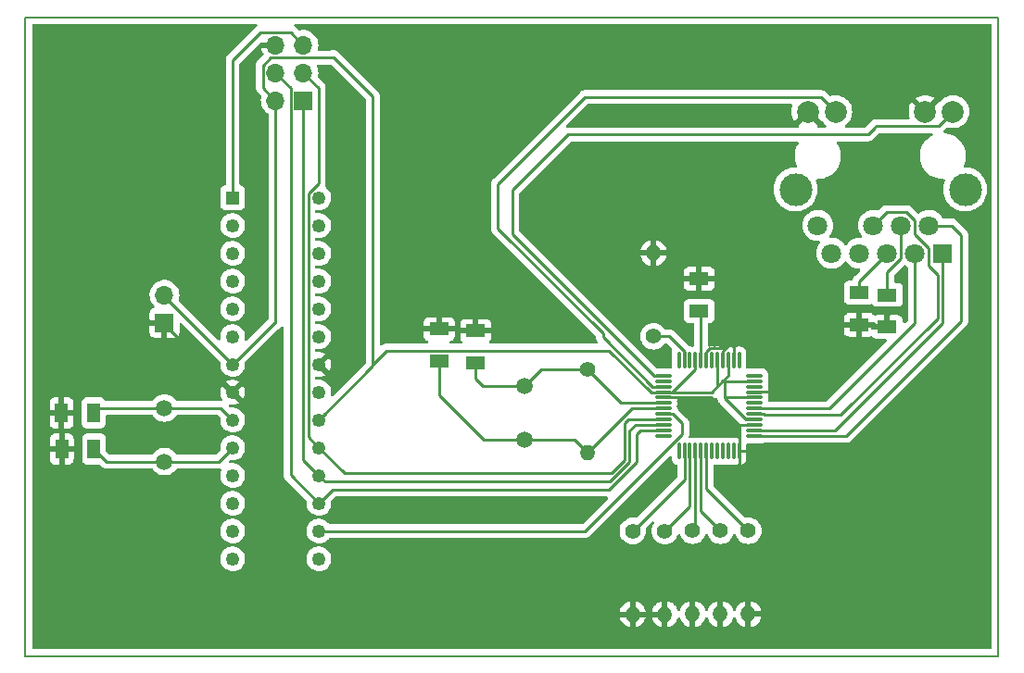
<source format=gbr>
%TF.GenerationSoftware,KiCad,Pcbnew,(6.0.7)*%
%TF.CreationDate,2023-03-10T22:23:24-08:00*%
%TF.ProjectId,WiznetDemo,57697a6e-6574-4446-956d-6f2e6b696361,rev?*%
%TF.SameCoordinates,Original*%
%TF.FileFunction,Copper,L1,Top*%
%TF.FilePolarity,Positive*%
%FSLAX46Y46*%
G04 Gerber Fmt 4.6, Leading zero omitted, Abs format (unit mm)*
G04 Created by KiCad (PCBNEW (6.0.7)) date 2023-03-10 22:23:24*
%MOMM*%
%LPD*%
G01*
G04 APERTURE LIST*
G04 Aperture macros list*
%AMRoundRect*
0 Rectangle with rounded corners*
0 $1 Rounding radius*
0 $2 $3 $4 $5 $6 $7 $8 $9 X,Y pos of 4 corners*
0 Add a 4 corners polygon primitive as box body*
4,1,4,$2,$3,$4,$5,$6,$7,$8,$9,$2,$3,0*
0 Add four circle primitives for the rounded corners*
1,1,$1+$1,$2,$3*
1,1,$1+$1,$4,$5*
1,1,$1+$1,$6,$7*
1,1,$1+$1,$8,$9*
0 Add four rect primitives between the rounded corners*
20,1,$1+$1,$2,$3,$4,$5,0*
20,1,$1+$1,$4,$5,$6,$7,0*
20,1,$1+$1,$6,$7,$8,$9,0*
20,1,$1+$1,$8,$9,$2,$3,0*%
G04 Aperture macros list end*
%TA.AperFunction,NonConductor*%
%ADD10C,0.200000*%
%TD*%
%TA.AperFunction,SMDPad,CuDef*%
%ADD11R,1.820000X1.160000*%
%TD*%
%TA.AperFunction,ComponentPad*%
%ADD12C,1.400000*%
%TD*%
%TA.AperFunction,ComponentPad*%
%ADD13O,1.400000X1.400000*%
%TD*%
%TA.AperFunction,ComponentPad*%
%ADD14R,1.800000X1.800000*%
%TD*%
%TA.AperFunction,ComponentPad*%
%ADD15C,1.800000*%
%TD*%
%TA.AperFunction,ComponentPad*%
%ADD16C,2.000000*%
%TD*%
%TA.AperFunction,ComponentPad*%
%ADD17C,3.000000*%
%TD*%
%TA.AperFunction,ComponentPad*%
%ADD18R,1.700000X1.700000*%
%TD*%
%TA.AperFunction,ComponentPad*%
%ADD19O,1.700000X1.700000*%
%TD*%
%TA.AperFunction,ComponentPad*%
%ADD20C,1.500000*%
%TD*%
%TA.AperFunction,ComponentPad*%
%ADD21R,1.250000X1.250000*%
%TD*%
%TA.AperFunction,ComponentPad*%
%ADD22C,1.250000*%
%TD*%
%TA.AperFunction,SMDPad,CuDef*%
%ADD23R,1.160000X1.820000*%
%TD*%
%TA.AperFunction,SMDPad,CuDef*%
%ADD24RoundRect,0.075000X0.662500X0.075000X-0.662500X0.075000X-0.662500X-0.075000X0.662500X-0.075000X0*%
%TD*%
%TA.AperFunction,SMDPad,CuDef*%
%ADD25RoundRect,0.075000X0.075000X0.662500X-0.075000X0.662500X-0.075000X-0.662500X0.075000X-0.662500X0*%
%TD*%
%TA.AperFunction,Conductor*%
%ADD26C,0.250000*%
%TD*%
G04 APERTURE END LIST*
D10*
X200660000Y-127000000D02*
X111760000Y-127000000D01*
X111760000Y-127000000D02*
X111760000Y-68580000D01*
X111760000Y-68580000D02*
X200660000Y-68580000D01*
X200660000Y-68580000D02*
X200660000Y-127000000D01*
D11*
%TO.P,C5,1*%
%TO.N,GND*%
X190500000Y-96930000D03*
%TO.P,C5,2*%
%TO.N,Net-(C5-Pad2)*%
X190500000Y-93980000D03*
%TD*%
D12*
%TO.P,R6,1*%
%TO.N,Net-(R6-Pad1)*%
X163097037Y-100824318D03*
D13*
%TO.P,R6,2*%
%TO.N,Net-(C4-Pad2)*%
X163097037Y-108444318D03*
%TD*%
D14*
%TO.P,J1,1,TD+*%
%TO.N,Net-(J1-Pad1)*%
X195580000Y-90170000D03*
D15*
%TO.P,J1,2,TD-*%
%TO.N,Net-(J1-Pad2)*%
X194310000Y-87630000D03*
%TO.P,J1,3,RD+*%
%TO.N,Net-(J1-Pad3)*%
X193040000Y-90170000D03*
%TO.P,J1,4,CT*%
%TO.N,Net-(C5-Pad2)*%
X191770000Y-87630000D03*
%TO.P,J1,5,CT*%
%TO.N,Net-(C6-Pad2)*%
X190500000Y-90170000D03*
%TO.P,J1,6,RD-*%
%TO.N,Net-(J1-Pad6)*%
X189230000Y-87630000D03*
%TO.P,J1,7,7*%
%TO.N,unconnected-(J1-Pad7)*%
X187960000Y-90170000D03*
%TO.P,J1,9,V+*%
%TO.N,unconnected-(J1-Pad9)*%
X185420000Y-90170000D03*
%TO.P,J1,10,V-*%
%TO.N,unconnected-(J1-Pad10)*%
X184150000Y-87630000D03*
D16*
%TO.P,J1,11,LLED+*%
%TO.N,Net-(J1-Pad11)*%
X196500000Y-77220000D03*
%TO.P,J1,12,LLED-*%
%TO.N,GND*%
X193960000Y-77220000D03*
%TO.P,J1,13,RLED+*%
%TO.N,Net-(J1-Pad13)*%
X185780000Y-77220000D03*
%TO.P,J1,14,RLED-*%
%TO.N,GND*%
X183240000Y-77220000D03*
D17*
%TO.P,J1,15,SHIELD*%
%TO.N,unconnected-(J1-Pad15)*%
X197620000Y-84330000D03*
X182120000Y-84330000D03*
%TD*%
D11*
%TO.P,C4,1*%
%TO.N,GND*%
X149551466Y-97110244D03*
%TO.P,C4,2*%
%TO.N,Net-(C4-Pad2)*%
X149551466Y-100060244D03*
%TD*%
D18*
%TO.P,J0,1,Pin_1*%
%TO.N,Net-(J0-Pad1)*%
X137160000Y-76200000D03*
D19*
%TO.P,J0,2,Pin_2*%
%TO.N,+5V*%
X134620000Y-76200000D03*
%TO.P,J0,3,Pin_3*%
%TO.N,Net-(J0-Pad3)*%
X137160000Y-73660000D03*
%TO.P,J0,4,Pin_4*%
%TO.N,Net-(J0-Pad4)*%
X134620000Y-73660000D03*
%TO.P,J0,5,Pin_5*%
%TO.N,Net-(J0-Pad5)*%
X137160000Y-71120000D03*
%TO.P,J0,6,Pin_6*%
%TO.N,GND*%
X134620000Y-71120000D03*
%TD*%
D12*
%TO.P,R4,1*%
%TO.N,Net-(R4-Pad1)*%
X170180000Y-115570000D03*
D13*
%TO.P,R4,2*%
%TO.N,GND*%
X170180000Y-123190000D03*
%TD*%
D11*
%TO.P,C2,1*%
%TO.N,Net-(C2-Pad1)*%
X173310000Y-95438858D03*
%TO.P,C2,2*%
%TO.N,GND*%
X173310000Y-92488858D03*
%TD*%
D18*
%TO.P,J2,1,Pin_1*%
%TO.N,GND*%
X124460000Y-96520000D03*
D19*
%TO.P,J2,2,Pin_2*%
%TO.N,+5V*%
X124460000Y-93980000D03*
%TD*%
D20*
%TO.P,Y0,1,1*%
%TO.N,Net-(C0-Pad2)*%
X124460000Y-109220000D03*
%TO.P,Y0,2,2*%
%TO.N,Net-(C1-Pad2)*%
X124460000Y-104320000D03*
%TD*%
D12*
%TO.P,R0,1*%
%TO.N,Net-(R0-Pad1)*%
X169130000Y-97773858D03*
D13*
%TO.P,R0,2*%
%TO.N,GND*%
X169130000Y-90153858D03*
%TD*%
D11*
%TO.P,C3,1*%
%TO.N,GND*%
X152902133Y-97272222D03*
%TO.P,C3,2*%
%TO.N,Net-(R6-Pad1)*%
X152902133Y-100222222D03*
%TD*%
D21*
%TO.P,U0,1,PC6(PCINT14/~{RESET~{)}*%
%TO.N,Net-(J0-Pad5)*%
X130683000Y-85090000D03*
D22*
%TO.P,U0,2,PD0(PCINT16/RXD)*%
%TO.N,unconnected-(U0-Pad2)*%
X130683000Y-87630000D03*
%TO.P,U0,3,PD1(PCINT17/TXD)*%
%TO.N,unconnected-(U0-Pad3)*%
X130683000Y-90170000D03*
%TO.P,U0,4,PD2(PCINT18/INT0)*%
%TO.N,unconnected-(U0-Pad4)*%
X130683000Y-92710000D03*
%TO.P,U0,5,PD3(PCINT19/OC2B/INT1)*%
%TO.N,unconnected-(U0-Pad5)*%
X130683000Y-95250000D03*
%TO.P,U0,6,PD4(PCINT20/XCK/T0)*%
%TO.N,unconnected-(U0-Pad6)*%
X130683000Y-97790000D03*
%TO.P,U0,7,VCC*%
%TO.N,+5V*%
X130683000Y-100330000D03*
%TO.P,U0,8,GND*%
%TO.N,GND*%
X130683000Y-102870000D03*
%TO.P,U0,9,PB6(PCINT6/XTAL1/TOSC1)*%
%TO.N,Net-(C1-Pad2)*%
X130683000Y-105410000D03*
%TO.P,U0,10,PB7(PCINT7/XTAL2/TOSC2)*%
%TO.N,Net-(C0-Pad2)*%
X130683000Y-107950000D03*
%TO.P,U0,11,PD5(PCINT21/OC0B/T1)*%
%TO.N,unconnected-(U0-Pad11)*%
X130683000Y-110490000D03*
%TO.P,U0,12,PD6(PCINT22/OC0A/AIN0)*%
%TO.N,unconnected-(U0-Pad12)*%
X130683000Y-113030000D03*
%TO.P,U0,13,PD7(PCINT23/AIN1)*%
%TO.N,unconnected-(U0-Pad13)*%
X130683000Y-115570000D03*
%TO.P,U0,14,PB0(PCINT0/CLKO/ICP1)*%
%TO.N,unconnected-(U0-Pad14)*%
X130683000Y-118110000D03*
%TO.P,U0,15,PB1(OC1A/PCINT1)*%
%TO.N,unconnected-(U0-Pad15)*%
X138557000Y-118110000D03*
%TO.P,U0,16,PB2(~{SS~{/OC1B/PCINT2)}*%
%TO.N,Net-(U0-Pad16)*%
X138557000Y-115570000D03*
%TO.P,U0,17,PB3(MOSI/OC2A/PCINT3)*%
%TO.N,Net-(J0-Pad4)*%
X138557000Y-113030000D03*
%TO.P,U0,18,PB4(MISO/PCINT4)*%
%TO.N,Net-(J0-Pad1)*%
X138557000Y-110490000D03*
%TO.P,U0,19,PB5(SCK/PCINT5)*%
%TO.N,Net-(J0-Pad3)*%
X138557000Y-107950000D03*
%TO.P,U0,20,AVCC*%
%TO.N,+5V*%
X138557000Y-105410000D03*
%TO.P,U0,21,AREF*%
%TO.N,unconnected-(U0-Pad21)*%
X138557000Y-102870000D03*
%TO.P,U0,22,GND*%
%TO.N,GND*%
X138557000Y-100330000D03*
%TO.P,U0,23,PC0(ADC0/PCINT8)*%
%TO.N,unconnected-(U0-Pad23)*%
X138557000Y-97790000D03*
%TO.P,U0,24,PC1(ADC1/PCINT9)*%
%TO.N,unconnected-(U0-Pad24)*%
X138557000Y-95250000D03*
%TO.P,U0,25,PC2(ADC2/PCINT10)*%
%TO.N,unconnected-(U0-Pad25)*%
X138557000Y-92710000D03*
%TO.P,U0,26,PC3(ADC3/PCINT11)*%
%TO.N,unconnected-(U0-Pad26)*%
X138557000Y-90170000D03*
%TO.P,U0,27,PC4(ADC4/SDA/PCINT12)*%
%TO.N,unconnected-(U0-Pad27)*%
X138557000Y-87630000D03*
%TO.P,U0,28,PC5(ADC5/SCL/PCINT13)*%
%TO.N,unconnected-(U0-Pad28)*%
X138557000Y-85090000D03*
%TD*%
D20*
%TO.P,Y1,1,1*%
%TO.N,Net-(C4-Pad2)*%
X157375037Y-107237318D03*
%TO.P,Y1,2,2*%
%TO.N,Net-(R6-Pad1)*%
X157375037Y-102337318D03*
%TD*%
D12*
%TO.P,R5,1*%
%TO.N,Net-(R5-Pad1)*%
X167248481Y-115570000D03*
D13*
%TO.P,R5,2*%
%TO.N,GND*%
X167248481Y-123190000D03*
%TD*%
D12*
%TO.P,R1,1*%
%TO.N,Net-(R1-Pad1)*%
X177800000Y-115553858D03*
D13*
%TO.P,R1,2*%
%TO.N,GND*%
X177800000Y-123173858D03*
%TD*%
D12*
%TO.P,R2,1*%
%TO.N,Net-(R2-Pad1)*%
X175260000Y-115553858D03*
D13*
%TO.P,R2,2*%
%TO.N,GND*%
X175260000Y-123173858D03*
%TD*%
D12*
%TO.P,R3,1*%
%TO.N,Net-(R3-Pad1)*%
X172720000Y-115543858D03*
D13*
%TO.P,R3,2*%
%TO.N,GND*%
X172720000Y-123163858D03*
%TD*%
D23*
%TO.P,C1,1*%
%TO.N,GND*%
X115055000Y-104772321D03*
%TO.P,C1,2*%
%TO.N,Net-(C1-Pad2)*%
X118005000Y-104772321D03*
%TD*%
D24*
%TO.P,U1,1,TXN*%
%TO.N,Net-(J1-Pad2)*%
X178372500Y-106873858D03*
%TO.P,U1,2,TXP*%
%TO.N,Net-(J1-Pad1)*%
X178372500Y-106373858D03*
%TO.P,U1,3,AGND*%
%TO.N,GND*%
X178372500Y-105873858D03*
%TO.P,U1,4,AVDD*%
%TO.N,+5V*%
X178372500Y-105373858D03*
%TO.P,U1,5,RXN*%
%TO.N,Net-(J1-Pad6)*%
X178372500Y-104873858D03*
%TO.P,U1,6,RXP*%
%TO.N,Net-(J1-Pad3)*%
X178372500Y-104373858D03*
%TO.P,U1,7,DNC*%
%TO.N,unconnected-(U1-Pad7)*%
X178372500Y-103873858D03*
%TO.P,U1,8,AVDD*%
%TO.N,+5V*%
X178372500Y-103373858D03*
%TO.P,U1,9,AGND*%
%TO.N,GND*%
X178372500Y-102873858D03*
%TO.P,U1,10,EXRES1*%
%TO.N,unconnected-(U1-Pad10)*%
X178372500Y-102373858D03*
%TO.P,U1,11,AVDD*%
%TO.N,+5V*%
X178372500Y-101873858D03*
%TO.P,U1,12,NC*%
%TO.N,unconnected-(U1-Pad12)*%
X178372500Y-101373858D03*
D25*
%TO.P,U1,13,NC*%
%TO.N,unconnected-(U1-Pad13)*%
X176960000Y-99961358D03*
%TO.P,U1,14,AGND*%
%TO.N,GND*%
X176460000Y-99961358D03*
%TO.P,U1,15,AVDD*%
%TO.N,+5V*%
X175960000Y-99961358D03*
%TO.P,U1,16,AGND*%
%TO.N,GND*%
X175460000Y-99961358D03*
%TO.P,U1,17,AVDD*%
%TO.N,+5V*%
X174960000Y-99961358D03*
%TO.P,U1,18,VBG*%
%TO.N,unconnected-(U1-Pad18)*%
X174460000Y-99961358D03*
%TO.P,U1,19,AGND*%
%TO.N,GND*%
X173960000Y-99961358D03*
%TO.P,U1,20,TOCAP*%
%TO.N,Net-(C2-Pad1)*%
X173460000Y-99961358D03*
%TO.P,U1,21,AVDD*%
%TO.N,+5V*%
X172960000Y-99961358D03*
%TO.P,U1,22,1V2O*%
%TO.N,unconnected-(U1-Pad22)*%
X172460000Y-99961358D03*
%TO.P,U1,23,RSVD*%
%TO.N,Net-(R0-Pad1)*%
X171960000Y-99961358D03*
%TO.P,U1,24,SPDLED*%
%TO.N,unconnected-(U1-Pad24)*%
X171460000Y-99961358D03*
D24*
%TO.P,U1,25,LINKLED*%
%TO.N,Net-(J1-Pad11)*%
X170047500Y-101373858D03*
%TO.P,U1,26,DUPLED*%
%TO.N,unconnected-(U1-Pad26)*%
X170047500Y-101873858D03*
%TO.P,U1,27,ACTLED*%
%TO.N,Net-(J1-Pad13)*%
X170047500Y-102373858D03*
%TO.P,U1,28,VDD*%
%TO.N,+5V*%
X170047500Y-102873858D03*
%TO.P,U1,29,GND*%
%TO.N,GND*%
X170047500Y-103373858D03*
%TO.P,U1,30,XI/CLKIN*%
%TO.N,Net-(R6-Pad1)*%
X170047500Y-103873858D03*
%TO.P,U1,31,XO*%
%TO.N,Net-(C4-Pad2)*%
X170047500Y-104373858D03*
%TO.P,U1,32,~{SCS}*%
%TO.N,Net-(U0-Pad16)*%
X170047500Y-104873858D03*
%TO.P,U1,33,SCLK*%
%TO.N,Net-(J0-Pad3)*%
X170047500Y-105373858D03*
%TO.P,U1,34,MISO*%
%TO.N,Net-(J0-Pad1)*%
X170047500Y-105873858D03*
%TO.P,U1,35,MOSI*%
%TO.N,Net-(J0-Pad4)*%
X170047500Y-106373858D03*
%TO.P,U1,36,~{INT}*%
%TO.N,unconnected-(U1-Pad36)*%
X170047500Y-106873858D03*
D25*
%TO.P,U1,37,~{RST}*%
%TO.N,unconnected-(U1-Pad37)*%
X171460000Y-108286358D03*
%TO.P,U1,38,RSVD*%
%TO.N,Net-(R5-Pad1)*%
X171960000Y-108286358D03*
%TO.P,U1,39,RSVD*%
%TO.N,Net-(R4-Pad1)*%
X172460000Y-108286358D03*
%TO.P,U1,40,RSVD*%
%TO.N,Net-(R3-Pad1)*%
X172960000Y-108286358D03*
%TO.P,U1,41,RSVD*%
%TO.N,Net-(R2-Pad1)*%
X173460000Y-108286358D03*
%TO.P,U1,42,RSVD*%
%TO.N,Net-(R1-Pad1)*%
X173960000Y-108286358D03*
%TO.P,U1,43,PMODE2*%
%TO.N,Net-(SW0-Pad3)*%
X174460000Y-108286358D03*
%TO.P,U1,44,PMODE1*%
%TO.N,Net-(SW0-Pad2)*%
X174960000Y-108286358D03*
%TO.P,U1,45,PMODE0*%
%TO.N,Net-(SW0-Pad1)*%
X175460000Y-108286358D03*
%TO.P,U1,46,NC*%
%TO.N,unconnected-(U1-Pad46)*%
X175960000Y-108286358D03*
%TO.P,U1,47,NC*%
%TO.N,unconnected-(U1-Pad47)*%
X176460000Y-108286358D03*
%TO.P,U1,48,AGND*%
%TO.N,GND*%
X176960000Y-108286358D03*
%TD*%
D23*
%TO.P,C0,1*%
%TO.N,GND*%
X115075000Y-108086487D03*
%TO.P,C0,2*%
%TO.N,Net-(C0-Pad2)*%
X118025000Y-108086487D03*
%TD*%
D11*
%TO.P,C6,1*%
%TO.N,GND*%
X187960000Y-96706174D03*
%TO.P,C6,2*%
%TO.N,Net-(C6-Pad2)*%
X187960000Y-93756174D03*
%TD*%
D26*
%TO.N,Net-(J0-Pad1)*%
X166953852Y-109269752D02*
X166953852Y-106406075D01*
X137157000Y-109090000D02*
X138557000Y-110490000D01*
X137160000Y-76200000D02*
X137157000Y-76203000D01*
X139113422Y-111046422D02*
X165177182Y-111046422D01*
X166953852Y-106406075D02*
X167486069Y-105873858D01*
X138557000Y-110490000D02*
X139113422Y-111046422D01*
X137157000Y-76203000D02*
X137157000Y-109090000D01*
X165177182Y-111046422D02*
X166953852Y-109269752D01*
X167486069Y-105873858D02*
X170047500Y-105873858D01*
%TO.N,+5V*%
X178372500Y-103373858D02*
X175608219Y-103373858D01*
X143510000Y-75849468D02*
X143510000Y-100330000D01*
X139885240Y-72224708D02*
X143510000Y-75849468D01*
X133445000Y-75025000D02*
X133445000Y-72983299D01*
X175608219Y-103373858D02*
X175608219Y-101919251D01*
X139805234Y-72304714D02*
X139885240Y-72224708D01*
X124460000Y-94107000D02*
X124460000Y-93980000D01*
X175608219Y-101919251D02*
X175562826Y-101873858D01*
X175608219Y-103412762D02*
X175608219Y-103373858D01*
X144780000Y-99060000D02*
X165100000Y-99060000D01*
X178372500Y-101873858D02*
X175562826Y-101873858D01*
X178372500Y-105373858D02*
X177569315Y-105373858D01*
X174960000Y-99961358D02*
X174960000Y-102354792D01*
X143510000Y-100457000D02*
X138557000Y-105410000D01*
X177569315Y-105373858D02*
X175608219Y-103412762D01*
X172960000Y-100764543D02*
X172960000Y-99961358D01*
X133445000Y-72983299D02*
X134123585Y-72304714D01*
X174440934Y-102873858D02*
X170850685Y-102873858D01*
X143510000Y-100330000D02*
X144780000Y-99060000D01*
X165100000Y-99060000D02*
X168913858Y-102873858D01*
X134493000Y-96520000D02*
X134620000Y-96520000D01*
X168913858Y-102873858D02*
X170047500Y-102873858D01*
X134620000Y-76200000D02*
X133445000Y-75025000D01*
X170850685Y-102873858D02*
X172960000Y-100764543D01*
X170047500Y-102873858D02*
X170850685Y-102873858D01*
X175562826Y-101873858D02*
X175501880Y-101812912D01*
X134620000Y-96520000D02*
X134620000Y-76200000D01*
X175960000Y-101354792D02*
X175960000Y-99961358D01*
X138557000Y-105410000D02*
X139077000Y-104890000D01*
X143510000Y-100330000D02*
X143510000Y-100457000D01*
X130683000Y-100330000D02*
X134493000Y-96520000D01*
X174440934Y-102873858D02*
X175501880Y-101812912D01*
X134123585Y-72304714D02*
X139805234Y-72304714D01*
X130683000Y-100330000D02*
X124460000Y-94107000D01*
X175501880Y-101812912D02*
X175960000Y-101354792D01*
%TO.N,Net-(J0-Pad3)*%
X137607000Y-84696497D02*
X137607000Y-107000000D01*
X166503852Y-105673899D02*
X166803893Y-105373858D01*
X166803893Y-105373858D02*
X170047500Y-105373858D01*
X166503852Y-109083356D02*
X166503852Y-105673899D01*
X138557000Y-83746497D02*
X137607000Y-84696497D01*
X137160000Y-73660000D02*
X138557000Y-75057000D01*
X140905599Y-110298599D02*
X165288609Y-110298599D01*
X165288609Y-110298599D02*
X166503852Y-109083356D01*
X138557000Y-75057000D02*
X138557000Y-83746497D01*
X138557000Y-107950000D02*
X140905599Y-110298599D01*
X137607000Y-107000000D02*
X138557000Y-107950000D01*
%TO.N,Net-(J0-Pad4)*%
X135981929Y-81558925D02*
X135981929Y-110454929D01*
X167640000Y-106680000D02*
X167946142Y-106373858D01*
X165100000Y-111760000D02*
X167640000Y-109220000D01*
X167640000Y-109220000D02*
X167640000Y-106680000D01*
X135985000Y-81555854D02*
X135981929Y-81558925D01*
X138557000Y-113030000D02*
X139827000Y-111760000D01*
X167946142Y-106373858D02*
X170047500Y-106373858D01*
X135981929Y-110454929D02*
X138557000Y-113030000D01*
X134620000Y-73660000D02*
X135985000Y-75025000D01*
X135985000Y-75025000D02*
X135985000Y-81555854D01*
X139827000Y-111760000D02*
X165100000Y-111760000D01*
%TO.N,Net-(J0-Pad5)*%
X135985000Y-69945000D02*
X133255000Y-69945000D01*
X133255000Y-69945000D02*
X130683000Y-72517000D01*
X130683000Y-72517000D02*
X130683000Y-85090000D01*
X137160000Y-71120000D02*
X135985000Y-69945000D01*
%TO.N,GND*%
X176960000Y-105997963D02*
X176835895Y-105873858D01*
X178386386Y-102859972D02*
X180527991Y-102859972D01*
X176960000Y-108286358D02*
X176960000Y-109941260D01*
X176134628Y-98399230D02*
X176455829Y-98399230D01*
X176460000Y-99961358D02*
X176460000Y-99158173D01*
X178372500Y-105873858D02*
X176835895Y-105873858D01*
X175460000Y-99073858D02*
X176134628Y-98399230D01*
X174335895Y-103373858D02*
X170047500Y-103373858D01*
X175721300Y-98812558D02*
X176134628Y-98399230D01*
X178372500Y-102873858D02*
X178386386Y-102859972D01*
X176960000Y-109941260D02*
X176966626Y-109947886D01*
X124460000Y-96647000D02*
X124460000Y-96520000D01*
X175460000Y-99961358D02*
X175460000Y-99073858D01*
X130683000Y-102870000D02*
X124460000Y-96647000D01*
X176460000Y-99158173D02*
X176455829Y-99154002D01*
X173960000Y-99961358D02*
X173960000Y-99158173D01*
X176835895Y-105873858D02*
X174335895Y-103373858D01*
X176960000Y-108286358D02*
X176960000Y-105997963D01*
X176455829Y-99154002D02*
X176455829Y-98399230D01*
X174305615Y-98812558D02*
X175721300Y-98812558D01*
X173960000Y-99158173D02*
X174305615Y-98812558D01*
%TO.N,Net-(R0-Pad1)*%
X170575685Y-97773858D02*
X169130000Y-97773858D01*
X171960000Y-99961358D02*
X171960000Y-99158173D01*
X171960000Y-99158173D02*
X170575685Y-97773858D01*
%TO.N,Net-(R1-Pad1)*%
X177800000Y-115553858D02*
X173960000Y-111713858D01*
X173960000Y-111713858D02*
X173960000Y-108286358D01*
%TO.N,Net-(R2-Pad1)*%
X175260000Y-115553858D02*
X173460000Y-113753858D01*
X173460000Y-113753858D02*
X173460000Y-108286358D01*
%TO.N,Net-(R3-Pad1)*%
X172960000Y-115303858D02*
X172960000Y-108286358D01*
X172720000Y-115543858D02*
X172960000Y-115303858D01*
%TO.N,Net-(R4-Pad1)*%
X172460000Y-113290000D02*
X172460000Y-108286358D01*
X170180000Y-115570000D02*
X172460000Y-113290000D01*
%TO.N,Net-(R5-Pad1)*%
X167248481Y-115570000D02*
X171960000Y-110858481D01*
X171960000Y-110858481D02*
X171960000Y-108286358D01*
%TO.N,Net-(R6-Pad1)*%
X152902133Y-101660991D02*
X152902133Y-100222222D01*
X163097037Y-100824318D02*
X158888037Y-100824318D01*
X166146577Y-103873858D02*
X163097037Y-100824318D01*
X153578460Y-102337318D02*
X152902133Y-101660991D01*
X157375037Y-102337318D02*
X153578460Y-102337318D01*
X158888037Y-100824318D02*
X157375037Y-102337318D01*
X170047500Y-103873858D02*
X166146577Y-103873858D01*
%TO.N,Net-(C4-Pad2)*%
X149551466Y-103175523D02*
X149551466Y-100060244D01*
X161890037Y-107237318D02*
X157375037Y-107237318D01*
X157375037Y-107237318D02*
X153613261Y-107237318D01*
X163097037Y-108444318D02*
X161890037Y-107237318D01*
X170047500Y-104373858D02*
X167167497Y-104373858D01*
X167167497Y-104373858D02*
X163097037Y-108444318D01*
X153613261Y-107237318D02*
X149551466Y-103175523D01*
%TO.N,Net-(J1-Pad2)*%
X196377963Y-87630000D02*
X194310000Y-87630000D01*
X178372500Y-106873858D02*
X186740539Y-106873858D01*
X186740539Y-106873858D02*
X197260886Y-96353511D01*
X197260886Y-96353511D02*
X197260886Y-88512923D01*
X197260886Y-88512923D02*
X196377963Y-87630000D01*
%TO.N,Net-(J1-Pad1)*%
X195580000Y-90170000D02*
X195580000Y-96520000D01*
X195580000Y-96520000D02*
X185726142Y-106373858D01*
X185726142Y-106373858D02*
X178372500Y-106373858D01*
%TO.N,Net-(J1-Pad6)*%
X194265000Y-91305000D02*
X195130000Y-92170000D01*
X193040000Y-88437588D02*
X194265000Y-89662588D01*
X179200685Y-104898858D02*
X179051920Y-104898858D01*
X179275685Y-104973858D02*
X179200685Y-104898858D01*
X189230000Y-87630000D02*
X189692412Y-87630000D01*
X194265000Y-89662588D02*
X194265000Y-91305000D01*
X189230000Y-87630000D02*
X190455000Y-86405000D01*
X193040000Y-87167588D02*
X193040000Y-88437588D01*
X195130000Y-92170000D02*
X195130000Y-96105436D01*
X186261578Y-104973858D02*
X179275685Y-104973858D01*
X192277412Y-86405000D02*
X193040000Y-87167588D01*
X195130000Y-96105436D02*
X186261578Y-104973858D01*
X190455000Y-86405000D02*
X192277412Y-86405000D01*
%TO.N,Net-(J1-Pad3)*%
X193040000Y-90170000D02*
X193040000Y-96520000D01*
X193040000Y-96520000D02*
X185186142Y-104373858D01*
X185186142Y-104373858D02*
X178372500Y-104373858D01*
%TO.N,Net-(C2-Pad1)*%
X173460000Y-99961358D02*
X173460000Y-95588858D01*
X173460000Y-95588858D02*
X173310000Y-95438858D01*
%TO.N,Net-(J1-Pad11)*%
X161339134Y-79304999D02*
X156244385Y-84399748D01*
X156244385Y-88395274D02*
X169219315Y-101370204D01*
X196500000Y-77220000D02*
X195175000Y-78545000D01*
X169219315Y-101370204D02*
X169219315Y-101398858D01*
X189483102Y-78545000D02*
X189329288Y-78698814D01*
X188723103Y-79304999D02*
X161339134Y-79304999D01*
X169219315Y-101398858D02*
X169546562Y-101398858D01*
X156244385Y-84399748D02*
X156244385Y-88395274D01*
X189329288Y-78698814D02*
X188723103Y-79304999D01*
X195175000Y-78545000D02*
X189483102Y-78545000D01*
%TO.N,Net-(J1-Pad13)*%
X162865000Y-75895000D02*
X184455000Y-75895000D01*
X154940000Y-83820000D02*
X162865000Y-75895000D01*
X154940000Y-87933147D02*
X154940000Y-83820000D01*
X164508558Y-97501705D02*
X154940000Y-87933147D01*
X170047500Y-102373858D02*
X169050254Y-102373858D01*
X184455000Y-75895000D02*
X185780000Y-77220000D01*
X169050254Y-102373858D02*
X164508558Y-97832162D01*
X164508558Y-97832162D02*
X164508558Y-97501705D01*
%TO.N,Net-(U0-Pad16)*%
X171763173Y-106680000D02*
X171763173Y-105736346D01*
X171763173Y-105736346D02*
X170900685Y-104873858D01*
X138557000Y-115570000D02*
X162873173Y-115570000D01*
X162873173Y-115570000D02*
X171763173Y-106680000D01*
X170900685Y-104873858D02*
X170047500Y-104873858D01*
%TO.N,Net-(C0-Pad2)*%
X119158513Y-109220000D02*
X118025000Y-108086487D01*
X124460000Y-109220000D02*
X129413000Y-109220000D01*
X129413000Y-109220000D02*
X130683000Y-107950000D01*
X124460000Y-109220000D02*
X119158513Y-109220000D01*
%TO.N,Net-(C1-Pad2)*%
X124460000Y-104320000D02*
X129593000Y-104320000D01*
X118457321Y-104320000D02*
X118005000Y-104772321D01*
X124460000Y-104320000D02*
X118457321Y-104320000D01*
X129593000Y-104320000D02*
X130683000Y-105410000D01*
%TO.N,Net-(C5-Pad2)*%
X190500000Y-91902412D02*
X190500000Y-93980000D01*
X191770000Y-87630000D02*
X191770000Y-90632412D01*
X191770000Y-90632412D02*
X190500000Y-91902412D01*
X191770000Y-87630000D02*
X191815000Y-87675000D01*
%TO.N,Net-(C6-Pad2)*%
X190500000Y-90170000D02*
X187960000Y-92710000D01*
X187960000Y-92710000D02*
X187960000Y-93756174D01*
%TD*%
%TA.AperFunction,Conductor*%
%TO.N,GND*%
G36*
X132897217Y-69208502D02*
G01*
X132943710Y-69262158D01*
X132953814Y-69332432D01*
X132924320Y-69397012D01*
X132893235Y-69422954D01*
X132870457Y-69436424D01*
X132870453Y-69436427D01*
X132863637Y-69440458D01*
X132849313Y-69454782D01*
X132834281Y-69467621D01*
X132817893Y-69479528D01*
X132789712Y-69513593D01*
X132781722Y-69522373D01*
X130290747Y-72013348D01*
X130282461Y-72020888D01*
X130275982Y-72025000D01*
X130270557Y-72030777D01*
X130229357Y-72074651D01*
X130226602Y-72077493D01*
X130206865Y-72097230D01*
X130204385Y-72100427D01*
X130196682Y-72109447D01*
X130166414Y-72141679D01*
X130162595Y-72148625D01*
X130162593Y-72148628D01*
X130156652Y-72159434D01*
X130145801Y-72175953D01*
X130133386Y-72191959D01*
X130130241Y-72199228D01*
X130130238Y-72199232D01*
X130115826Y-72232537D01*
X130110609Y-72243187D01*
X130089305Y-72281940D01*
X130087334Y-72289615D01*
X130087334Y-72289616D01*
X130084267Y-72301562D01*
X130077863Y-72320266D01*
X130069819Y-72338855D01*
X130068580Y-72346678D01*
X130068577Y-72346688D01*
X130062901Y-72382524D01*
X130060495Y-72394144D01*
X130049500Y-72436970D01*
X130049500Y-72457224D01*
X130047949Y-72476934D01*
X130044780Y-72496943D01*
X130045526Y-72504835D01*
X130048941Y-72540961D01*
X130049500Y-72552819D01*
X130049500Y-83840507D01*
X130029498Y-83908628D01*
X129975842Y-83955121D01*
X129954237Y-83962543D01*
X129947684Y-83963255D01*
X129940289Y-83966027D01*
X129940286Y-83966028D01*
X129825978Y-84008880D01*
X129811295Y-84014385D01*
X129694739Y-84101739D01*
X129607385Y-84218295D01*
X129556255Y-84354684D01*
X129549500Y-84416866D01*
X129549500Y-85763134D01*
X129556255Y-85825316D01*
X129607385Y-85961705D01*
X129694739Y-86078261D01*
X129811295Y-86165615D01*
X129947684Y-86216745D01*
X130009866Y-86223500D01*
X131356134Y-86223500D01*
X131418316Y-86216745D01*
X131554705Y-86165615D01*
X131671261Y-86078261D01*
X131758615Y-85961705D01*
X131809745Y-85825316D01*
X131816500Y-85763134D01*
X131816500Y-84416866D01*
X131809745Y-84354684D01*
X131758615Y-84218295D01*
X131671261Y-84101739D01*
X131554705Y-84014385D01*
X131540022Y-84008880D01*
X131425714Y-83966028D01*
X131425711Y-83966027D01*
X131418316Y-83963255D01*
X131412547Y-83962628D01*
X131351709Y-83927874D01*
X131318887Y-83864919D01*
X131316500Y-83840507D01*
X131316500Y-72831594D01*
X131336502Y-72763473D01*
X131353405Y-72742499D01*
X133192999Y-70902905D01*
X133255311Y-70868879D01*
X133282094Y-70866000D01*
X134748000Y-70866000D01*
X134816121Y-70886002D01*
X134862614Y-70939658D01*
X134874000Y-70992000D01*
X134874000Y-71248000D01*
X134853998Y-71316121D01*
X134800342Y-71362614D01*
X134748000Y-71374000D01*
X133303225Y-71374000D01*
X133289694Y-71377973D01*
X133288257Y-71387966D01*
X133318565Y-71522446D01*
X133321645Y-71532275D01*
X133401770Y-71729603D01*
X133406413Y-71738794D01*
X133501629Y-71894173D01*
X133520167Y-71962707D01*
X133498711Y-72030383D01*
X133483292Y-72049102D01*
X133052742Y-72479652D01*
X133044463Y-72487186D01*
X133037982Y-72491299D01*
X132991357Y-72540950D01*
X132988602Y-72543792D01*
X132968865Y-72563529D01*
X132966385Y-72566726D01*
X132958682Y-72575746D01*
X132928414Y-72607978D01*
X132924595Y-72614924D01*
X132924593Y-72614927D01*
X132918652Y-72625733D01*
X132907801Y-72642252D01*
X132895386Y-72658258D01*
X132892241Y-72665527D01*
X132892238Y-72665531D01*
X132877826Y-72698836D01*
X132872609Y-72709486D01*
X132851305Y-72748239D01*
X132849334Y-72755914D01*
X132849334Y-72755915D01*
X132846267Y-72767861D01*
X132839863Y-72786565D01*
X132831819Y-72805154D01*
X132830580Y-72812977D01*
X132830577Y-72812987D01*
X132824901Y-72848823D01*
X132822495Y-72860443D01*
X132811500Y-72903269D01*
X132811500Y-72923523D01*
X132809949Y-72943233D01*
X132806780Y-72963242D01*
X132807526Y-72971134D01*
X132810941Y-73007260D01*
X132811500Y-73019118D01*
X132811500Y-74946233D01*
X132810973Y-74957416D01*
X132809298Y-74964909D01*
X132809547Y-74972835D01*
X132809547Y-74972836D01*
X132811438Y-75032986D01*
X132811500Y-75036945D01*
X132811500Y-75064856D01*
X132811997Y-75068790D01*
X132811997Y-75068791D01*
X132812005Y-75068856D01*
X132812938Y-75080693D01*
X132814327Y-75124889D01*
X132819978Y-75144339D01*
X132823987Y-75163700D01*
X132826526Y-75183797D01*
X132829445Y-75191168D01*
X132829445Y-75191170D01*
X132842804Y-75224912D01*
X132846649Y-75236142D01*
X132853854Y-75260941D01*
X132858982Y-75278593D01*
X132863015Y-75285412D01*
X132863017Y-75285417D01*
X132869293Y-75296028D01*
X132877988Y-75313776D01*
X132885448Y-75332617D01*
X132890110Y-75339033D01*
X132890110Y-75339034D01*
X132911436Y-75368387D01*
X132917952Y-75378307D01*
X132935915Y-75408680D01*
X132940458Y-75416362D01*
X132954779Y-75430683D01*
X132967619Y-75445716D01*
X132979528Y-75462107D01*
X133004248Y-75482557D01*
X133013605Y-75490298D01*
X133022384Y-75498288D01*
X133269778Y-75745682D01*
X133303804Y-75807994D01*
X133302100Y-75868448D01*
X133280989Y-75944570D01*
X133280441Y-75949700D01*
X133280440Y-75949704D01*
X133275168Y-75999035D01*
X133257251Y-76166695D01*
X133257548Y-76171848D01*
X133257548Y-76171851D01*
X133267556Y-76345426D01*
X133270110Y-76389715D01*
X133271247Y-76394761D01*
X133271248Y-76394767D01*
X133295304Y-76501508D01*
X133319222Y-76607639D01*
X133403266Y-76814616D01*
X133405965Y-76819020D01*
X133506629Y-76983289D01*
X133519987Y-77005088D01*
X133666250Y-77173938D01*
X133838126Y-77316632D01*
X133842593Y-77319242D01*
X133924070Y-77366853D01*
X133972794Y-77418491D01*
X133986500Y-77475641D01*
X133986500Y-96078406D01*
X133966498Y-96146527D01*
X133949595Y-96167501D01*
X132012091Y-98105004D01*
X131949779Y-98139030D01*
X131878963Y-98133965D01*
X131822128Y-98091418D01*
X131797317Y-98024898D01*
X131798300Y-97997829D01*
X131800603Y-97981950D01*
X131819796Y-97849577D01*
X131821356Y-97790000D01*
X131802294Y-97582551D01*
X131790244Y-97539823D01*
X131747316Y-97387614D01*
X131745747Y-97382050D01*
X131653608Y-97195211D01*
X131636486Y-97172281D01*
X131532416Y-97032915D01*
X131532415Y-97032914D01*
X131528963Y-97028291D01*
X131375987Y-96886881D01*
X131199803Y-96775717D01*
X131006311Y-96698522D01*
X130801991Y-96657880D01*
X130796216Y-96657804D01*
X130796212Y-96657804D01*
X130691901Y-96656439D01*
X130593686Y-96655153D01*
X130587989Y-96656132D01*
X130587988Y-96656132D01*
X130394069Y-96689454D01*
X130388372Y-96690433D01*
X130192925Y-96762537D01*
X130187964Y-96765489D01*
X130187963Y-96765489D01*
X130025501Y-96862144D01*
X130013891Y-96869051D01*
X129857266Y-97006407D01*
X129853699Y-97010932D01*
X129853694Y-97010937D01*
X129733031Y-97163998D01*
X129728294Y-97170007D01*
X129725603Y-97175123D01*
X129725601Y-97175125D01*
X129662375Y-97295299D01*
X129631296Y-97354370D01*
X129612573Y-97414669D01*
X129573712Y-97539823D01*
X129569520Y-97553322D01*
X129545034Y-97760201D01*
X129558659Y-97968078D01*
X129560082Y-97973680D01*
X129562182Y-97981950D01*
X129559564Y-98052898D01*
X129519003Y-98111168D01*
X129453378Y-98138259D01*
X129383525Y-98125570D01*
X129350964Y-98102060D01*
X128094416Y-96845511D01*
X126469106Y-95220201D01*
X129545034Y-95220201D01*
X129558659Y-95428078D01*
X129609938Y-95629991D01*
X129697155Y-95819178D01*
X129817387Y-95989303D01*
X129821521Y-95993330D01*
X129927275Y-96096351D01*
X129966609Y-96134669D01*
X129971405Y-96137874D01*
X129971408Y-96137876D01*
X130050866Y-96190968D01*
X130139823Y-96250407D01*
X130145131Y-96252688D01*
X130145132Y-96252688D01*
X130325926Y-96330363D01*
X130325929Y-96330364D01*
X130331229Y-96332641D01*
X130336858Y-96333915D01*
X130336859Y-96333915D01*
X130528778Y-96377342D01*
X130528783Y-96377343D01*
X130534415Y-96378617D01*
X130540186Y-96378844D01*
X130540188Y-96378844D01*
X130602508Y-96381292D01*
X130742577Y-96386796D01*
X130852685Y-96370831D01*
X130943030Y-96357732D01*
X130943035Y-96357731D01*
X130948744Y-96356903D01*
X130954208Y-96355048D01*
X130954213Y-96355047D01*
X131100670Y-96305331D01*
X131146011Y-96289940D01*
X131327772Y-96188149D01*
X131332493Y-96184223D01*
X131483501Y-96058630D01*
X131487939Y-96054939D01*
X131554544Y-95974856D01*
X131617458Y-95899210D01*
X131621149Y-95894772D01*
X131722940Y-95713011D01*
X131750534Y-95631722D01*
X131788047Y-95521213D01*
X131788048Y-95521208D01*
X131789903Y-95515744D01*
X131790731Y-95510035D01*
X131790732Y-95510030D01*
X131808800Y-95385411D01*
X131819796Y-95309577D01*
X131821356Y-95250000D01*
X131802294Y-95042551D01*
X131745747Y-94842050D01*
X131653608Y-94655211D01*
X131528963Y-94488291D01*
X131375987Y-94346881D01*
X131199803Y-94235717D01*
X131006311Y-94158522D01*
X130801991Y-94117880D01*
X130796216Y-94117804D01*
X130796212Y-94117804D01*
X130691901Y-94116439D01*
X130593686Y-94115153D01*
X130587989Y-94116132D01*
X130587988Y-94116132D01*
X130394069Y-94149454D01*
X130388372Y-94150433D01*
X130192925Y-94222537D01*
X130187964Y-94225489D01*
X130187963Y-94225489D01*
X130116393Y-94268069D01*
X130013891Y-94329051D01*
X129857266Y-94466407D01*
X129853699Y-94470932D01*
X129853694Y-94470937D01*
X129731872Y-94625468D01*
X129728294Y-94630007D01*
X129725603Y-94635123D01*
X129725601Y-94635125D01*
X129650490Y-94777888D01*
X129631296Y-94814370D01*
X129569520Y-95013322D01*
X129545034Y-95220201D01*
X126469106Y-95220201D01*
X125781625Y-94532720D01*
X125747599Y-94470408D01*
X125750161Y-94406997D01*
X125790867Y-94273015D01*
X125792370Y-94268069D01*
X125821529Y-94046590D01*
X125823156Y-93980000D01*
X125804852Y-93757361D01*
X125750431Y-93540702D01*
X125661354Y-93335840D01*
X125621305Y-93273933D01*
X125542822Y-93152617D01*
X125542820Y-93152614D01*
X125540014Y-93148277D01*
X125389670Y-92983051D01*
X125385619Y-92979852D01*
X125385615Y-92979848D01*
X125218414Y-92847800D01*
X125218410Y-92847798D01*
X125214359Y-92844598D01*
X125018789Y-92736638D01*
X125013920Y-92734914D01*
X125013916Y-92734912D01*
X124859416Y-92680201D01*
X129545034Y-92680201D01*
X129558659Y-92888078D01*
X129609938Y-93089991D01*
X129697155Y-93279178D01*
X129817387Y-93449303D01*
X129821521Y-93453330D01*
X129948326Y-93576858D01*
X129966609Y-93594669D01*
X129971405Y-93597874D01*
X129971408Y-93597876D01*
X130041123Y-93644458D01*
X130139823Y-93710407D01*
X130145131Y-93712688D01*
X130145132Y-93712688D01*
X130325926Y-93790363D01*
X130325929Y-93790364D01*
X130331229Y-93792641D01*
X130336858Y-93793915D01*
X130336859Y-93793915D01*
X130528778Y-93837342D01*
X130528783Y-93837343D01*
X130534415Y-93838617D01*
X130540186Y-93838844D01*
X130540188Y-93838844D01*
X130602508Y-93841292D01*
X130742577Y-93846796D01*
X130845660Y-93831850D01*
X130943030Y-93817732D01*
X130943035Y-93817731D01*
X130948744Y-93816903D01*
X130954208Y-93815048D01*
X130954213Y-93815047D01*
X131099703Y-93765659D01*
X131146011Y-93749940D01*
X131327772Y-93648149D01*
X131487939Y-93514939D01*
X131621149Y-93354772D01*
X131722940Y-93173011D01*
X131749341Y-93095237D01*
X131788047Y-92981213D01*
X131788048Y-92981208D01*
X131789903Y-92975744D01*
X131790731Y-92970035D01*
X131790732Y-92970030D01*
X131812798Y-92817842D01*
X131819796Y-92769577D01*
X131821356Y-92710000D01*
X131802294Y-92502551D01*
X131782112Y-92430989D01*
X131767364Y-92378699D01*
X131745747Y-92302050D01*
X131653608Y-92115211D01*
X131528963Y-91948291D01*
X131375987Y-91806881D01*
X131347728Y-91789051D01*
X131204683Y-91698796D01*
X131199803Y-91695717D01*
X131006311Y-91618522D01*
X130801991Y-91577880D01*
X130796216Y-91577804D01*
X130796212Y-91577804D01*
X130691901Y-91576439D01*
X130593686Y-91575153D01*
X130587989Y-91576132D01*
X130587988Y-91576132D01*
X130507946Y-91589886D01*
X130388372Y-91610433D01*
X130192925Y-91682537D01*
X130187964Y-91685489D01*
X130187963Y-91685489D01*
X130156009Y-91704500D01*
X130013891Y-91789051D01*
X129857266Y-91926407D01*
X129853699Y-91930932D01*
X129853694Y-91930937D01*
X129731872Y-92085468D01*
X129728294Y-92090007D01*
X129725603Y-92095123D01*
X129725601Y-92095125D01*
X129653597Y-92231982D01*
X129631296Y-92274370D01*
X129569520Y-92473322D01*
X129545034Y-92680201D01*
X124859416Y-92680201D01*
X124813087Y-92663795D01*
X124813083Y-92663794D01*
X124808212Y-92662069D01*
X124803119Y-92661162D01*
X124803116Y-92661161D01*
X124593373Y-92623800D01*
X124593367Y-92623799D01*
X124588284Y-92622894D01*
X124514452Y-92621992D01*
X124370081Y-92620228D01*
X124370079Y-92620228D01*
X124364911Y-92620165D01*
X124144091Y-92653955D01*
X123931756Y-92723357D01*
X123901443Y-92739137D01*
X123770058Y-92807532D01*
X123733607Y-92826507D01*
X123729474Y-92829610D01*
X123729471Y-92829612D01*
X123562775Y-92954771D01*
X123554965Y-92960635D01*
X123400629Y-93122138D01*
X123397715Y-93126410D01*
X123397714Y-93126411D01*
X123369656Y-93167543D01*
X123274743Y-93306680D01*
X123227715Y-93407993D01*
X123206671Y-93453330D01*
X123180688Y-93509305D01*
X123120989Y-93724570D01*
X123097251Y-93946695D01*
X123097548Y-93951848D01*
X123097548Y-93951851D01*
X123103011Y-94046590D01*
X123110110Y-94169715D01*
X123111247Y-94174761D01*
X123111248Y-94174767D01*
X123121564Y-94220539D01*
X123159222Y-94387639D01*
X123243266Y-94594616D01*
X123284841Y-94662460D01*
X123337592Y-94748542D01*
X123359987Y-94785088D01*
X123506250Y-94953938D01*
X123510225Y-94957238D01*
X123510231Y-94957244D01*
X123515425Y-94961556D01*
X123555059Y-95020460D01*
X123556555Y-95091441D01*
X123519439Y-95151962D01*
X123479168Y-95176480D01*
X123371946Y-95216676D01*
X123356351Y-95225214D01*
X123254276Y-95301715D01*
X123241715Y-95314276D01*
X123165214Y-95416351D01*
X123156676Y-95431946D01*
X123111522Y-95552394D01*
X123107895Y-95567649D01*
X123102369Y-95618514D01*
X123102000Y-95625328D01*
X123102000Y-96247885D01*
X123106475Y-96263124D01*
X123107865Y-96264329D01*
X123115548Y-96266000D01*
X124588000Y-96266000D01*
X124656121Y-96286002D01*
X124702614Y-96339658D01*
X124714000Y-96392000D01*
X124714000Y-97859884D01*
X124718475Y-97875123D01*
X124719865Y-97876328D01*
X124727548Y-97877999D01*
X125354669Y-97877999D01*
X125361490Y-97877629D01*
X125412352Y-97872105D01*
X125427604Y-97868479D01*
X125548054Y-97823324D01*
X125563649Y-97814786D01*
X125665724Y-97738285D01*
X125678285Y-97725724D01*
X125754786Y-97623649D01*
X125763324Y-97608054D01*
X125808478Y-97487606D01*
X125812105Y-97472351D01*
X125817631Y-97421486D01*
X125818000Y-97414672D01*
X125817999Y-96665094D01*
X125838001Y-96596973D01*
X125891657Y-96550480D01*
X125961931Y-96540376D01*
X126026511Y-96569869D01*
X126033094Y-96575999D01*
X129524283Y-100067188D01*
X129558309Y-100129500D01*
X129560315Y-100171092D01*
X129545034Y-100300201D01*
X129558659Y-100508078D01*
X129609938Y-100709991D01*
X129697155Y-100899178D01*
X129817387Y-101069303D01*
X129891998Y-101141986D01*
X129958350Y-101206623D01*
X129966609Y-101214669D01*
X129971405Y-101217874D01*
X129971408Y-101217876D01*
X130094714Y-101300266D01*
X130139823Y-101330407D01*
X130145131Y-101332688D01*
X130145132Y-101332688D01*
X130325926Y-101410363D01*
X130325929Y-101410364D01*
X130331229Y-101412641D01*
X130336858Y-101413915D01*
X130336859Y-101413915D01*
X130528778Y-101457342D01*
X130528783Y-101457343D01*
X130534415Y-101458617D01*
X130540186Y-101458844D01*
X130540188Y-101458844D01*
X130602508Y-101461292D01*
X130742577Y-101466796D01*
X130845661Y-101451849D01*
X130943030Y-101437732D01*
X130943035Y-101437731D01*
X130948744Y-101436903D01*
X130954208Y-101435048D01*
X130954213Y-101435047D01*
X131103472Y-101384380D01*
X131146011Y-101369940D01*
X131327772Y-101268149D01*
X131335226Y-101261950D01*
X131483501Y-101138630D01*
X131487939Y-101134939D01*
X131601800Y-100998037D01*
X131617458Y-100979210D01*
X131621149Y-100974772D01*
X131722940Y-100793011D01*
X131749341Y-100715237D01*
X131788047Y-100601213D01*
X131788048Y-100601208D01*
X131789903Y-100595744D01*
X131790731Y-100590035D01*
X131790732Y-100590030D01*
X131815516Y-100419095D01*
X131819796Y-100389577D01*
X131821356Y-100330000D01*
X131806359Y-100166792D01*
X131820043Y-100097128D01*
X131842735Y-100066169D01*
X134746494Y-97162410D01*
X134789204Y-97134354D01*
X134831011Y-97117801D01*
X134838430Y-97115129D01*
X134891875Y-97097764D01*
X134898572Y-97093514D01*
X134898831Y-97093350D01*
X134919958Y-97082585D01*
X134920246Y-97082471D01*
X134920251Y-97082468D01*
X134927617Y-97079552D01*
X134934025Y-97074896D01*
X134934031Y-97074893D01*
X134973052Y-97046542D01*
X134979589Y-97042099D01*
X135027018Y-97012000D01*
X135032659Y-97005993D01*
X135050446Y-96990312D01*
X135050691Y-96990134D01*
X135050693Y-96990132D01*
X135057107Y-96985472D01*
X135062162Y-96979362D01*
X135092903Y-96942204D01*
X135098134Y-96936270D01*
X135130577Y-96901720D01*
X135191789Y-96865753D01*
X135262729Y-96868589D01*
X135320874Y-96909328D01*
X135347763Y-96975036D01*
X135348429Y-96987971D01*
X135348429Y-110376162D01*
X135347902Y-110387345D01*
X135346227Y-110394838D01*
X135346476Y-110402764D01*
X135346476Y-110402765D01*
X135348367Y-110462915D01*
X135348429Y-110466874D01*
X135348429Y-110494785D01*
X135348926Y-110498719D01*
X135348926Y-110498720D01*
X135348934Y-110498785D01*
X135349867Y-110510622D01*
X135351256Y-110554818D01*
X135356907Y-110574268D01*
X135360916Y-110593629D01*
X135363455Y-110613726D01*
X135366374Y-110621097D01*
X135366374Y-110621099D01*
X135379733Y-110654841D01*
X135383578Y-110666071D01*
X135395911Y-110708522D01*
X135399944Y-110715341D01*
X135399946Y-110715346D01*
X135406222Y-110725957D01*
X135414917Y-110743705D01*
X135422377Y-110762546D01*
X135427039Y-110768962D01*
X135427039Y-110768963D01*
X135448365Y-110798316D01*
X135454881Y-110808236D01*
X135477387Y-110846291D01*
X135491708Y-110860612D01*
X135504548Y-110875645D01*
X135516457Y-110892036D01*
X135522563Y-110897087D01*
X135550534Y-110920227D01*
X135559313Y-110928217D01*
X137398283Y-112767187D01*
X137432309Y-112829499D01*
X137434315Y-112871092D01*
X137419034Y-113000201D01*
X137432659Y-113208078D01*
X137483938Y-113409991D01*
X137571155Y-113599178D01*
X137691387Y-113769303D01*
X137840609Y-113914669D01*
X137845405Y-113917874D01*
X137845408Y-113917876D01*
X137915123Y-113964458D01*
X138013823Y-114030407D01*
X138019131Y-114032688D01*
X138019132Y-114032688D01*
X138199926Y-114110363D01*
X138199929Y-114110364D01*
X138205229Y-114112641D01*
X138210858Y-114113915D01*
X138210859Y-114113915D01*
X138402778Y-114157342D01*
X138402783Y-114157343D01*
X138408415Y-114158617D01*
X138414186Y-114158844D01*
X138414188Y-114158844D01*
X138476508Y-114161292D01*
X138616577Y-114166796D01*
X138719661Y-114151849D01*
X138817030Y-114137732D01*
X138817035Y-114137731D01*
X138822744Y-114136903D01*
X138828208Y-114135048D01*
X138828213Y-114135047D01*
X139014543Y-114071796D01*
X139020011Y-114069940D01*
X139201772Y-113968149D01*
X139361939Y-113834939D01*
X139495149Y-113674772D01*
X139596940Y-113493011D01*
X139623341Y-113415237D01*
X139662047Y-113301213D01*
X139662048Y-113301208D01*
X139663903Y-113295744D01*
X139664731Y-113290035D01*
X139664732Y-113290030D01*
X139693263Y-113093251D01*
X139693796Y-113089577D01*
X139695356Y-113030000D01*
X139680359Y-112866792D01*
X139694043Y-112797128D01*
X139716735Y-112766169D01*
X140052499Y-112430405D01*
X140114811Y-112396379D01*
X140141594Y-112393500D01*
X164849578Y-112393500D01*
X164917699Y-112413502D01*
X164964192Y-112467158D01*
X164974296Y-112537432D01*
X164944802Y-112602012D01*
X164938673Y-112608595D01*
X162647673Y-114899595D01*
X162585361Y-114933621D01*
X162558578Y-114936500D01*
X139561866Y-114936500D01*
X139493745Y-114916498D01*
X139460908Y-114885889D01*
X139406416Y-114812915D01*
X139406415Y-114812914D01*
X139402963Y-114808291D01*
X139249987Y-114666881D01*
X139073803Y-114555717D01*
X138880311Y-114478522D01*
X138675991Y-114437880D01*
X138670216Y-114437804D01*
X138670212Y-114437804D01*
X138565901Y-114436439D01*
X138467686Y-114435153D01*
X138461989Y-114436132D01*
X138461988Y-114436132D01*
X138445257Y-114439007D01*
X138262372Y-114470433D01*
X138066925Y-114542537D01*
X138061964Y-114545489D01*
X138061963Y-114545489D01*
X137895383Y-114644594D01*
X137887891Y-114649051D01*
X137731266Y-114786407D01*
X137727699Y-114790932D01*
X137727694Y-114790937D01*
X137612942Y-114936500D01*
X137602294Y-114950007D01*
X137599603Y-114955123D01*
X137599601Y-114955125D01*
X137507988Y-115129253D01*
X137505296Y-115134370D01*
X137443520Y-115333322D01*
X137419034Y-115540201D01*
X137432659Y-115748078D01*
X137483938Y-115949991D01*
X137571155Y-116139178D01*
X137691387Y-116309303D01*
X137840609Y-116454669D01*
X137845405Y-116457874D01*
X137845408Y-116457876D01*
X137877418Y-116479264D01*
X138013823Y-116570407D01*
X138019131Y-116572688D01*
X138019132Y-116572688D01*
X138199926Y-116650363D01*
X138199929Y-116650364D01*
X138205229Y-116652641D01*
X138210858Y-116653915D01*
X138210859Y-116653915D01*
X138402778Y-116697342D01*
X138402783Y-116697343D01*
X138408415Y-116698617D01*
X138414186Y-116698844D01*
X138414188Y-116698844D01*
X138476508Y-116701292D01*
X138616577Y-116706796D01*
X138722133Y-116691491D01*
X138817030Y-116677732D01*
X138817035Y-116677731D01*
X138822744Y-116676903D01*
X138828208Y-116675048D01*
X138828213Y-116675047D01*
X139014543Y-116611796D01*
X139020011Y-116609940D01*
X139201772Y-116508149D01*
X139240045Y-116476318D01*
X139357501Y-116378630D01*
X139361939Y-116374939D01*
X139466739Y-116248931D01*
X139525677Y-116209347D01*
X139563613Y-116203500D01*
X162794406Y-116203500D01*
X162805589Y-116204027D01*
X162813082Y-116205702D01*
X162821008Y-116205453D01*
X162821009Y-116205453D01*
X162881159Y-116203562D01*
X162885118Y-116203500D01*
X162913029Y-116203500D01*
X162916964Y-116203003D01*
X162917029Y-116202995D01*
X162928866Y-116202062D01*
X162961124Y-116201048D01*
X162965143Y-116200922D01*
X162973062Y-116200673D01*
X162992516Y-116195021D01*
X163011873Y-116191013D01*
X163024103Y-116189468D01*
X163024104Y-116189468D01*
X163031970Y-116188474D01*
X163039341Y-116185555D01*
X163039343Y-116185555D01*
X163073085Y-116172196D01*
X163084315Y-116168351D01*
X163119156Y-116158229D01*
X163119157Y-116158229D01*
X163126766Y-116156018D01*
X163133585Y-116151985D01*
X163133590Y-116151983D01*
X163144201Y-116145707D01*
X163161949Y-116137012D01*
X163180790Y-116129552D01*
X163216560Y-116103564D01*
X163226480Y-116097048D01*
X163257708Y-116078580D01*
X163257711Y-116078578D01*
X163264535Y-116074542D01*
X163278856Y-116060221D01*
X163293890Y-116047380D01*
X163303867Y-116040131D01*
X163310280Y-116035472D01*
X163338471Y-116001395D01*
X163346461Y-115992616D01*
X170586405Y-108752672D01*
X170648717Y-108718646D01*
X170719532Y-108723711D01*
X170776368Y-108766258D01*
X170801179Y-108832778D01*
X170801500Y-108841767D01*
X170801500Y-108987102D01*
X170816519Y-109101182D01*
X170819678Y-109108809D01*
X170819679Y-109108812D01*
X170821912Y-109114202D01*
X170875314Y-109243126D01*
X170968843Y-109365015D01*
X170975393Y-109370041D01*
X170975394Y-109370042D01*
X171015302Y-109400664D01*
X171090733Y-109458544D01*
X171178521Y-109494907D01*
X171225049Y-109514180D01*
X171225051Y-109514180D01*
X171232676Y-109517339D01*
X171235320Y-109517687D01*
X171293732Y-109553288D01*
X171324755Y-109617148D01*
X171326500Y-109638046D01*
X171326500Y-110543887D01*
X171306498Y-110612008D01*
X171289595Y-110632982D01*
X167580019Y-114342557D01*
X167517707Y-114376583D01*
X167469042Y-114377547D01*
X167464442Y-114376736D01*
X167459136Y-114375314D01*
X167453669Y-114374836D01*
X167453665Y-114374835D01*
X167253956Y-114357363D01*
X167248481Y-114356884D01*
X167037826Y-114375314D01*
X167032513Y-114376738D01*
X167032511Y-114376738D01*
X166838881Y-114428621D01*
X166838879Y-114428622D01*
X166833571Y-114430044D01*
X166828590Y-114432366D01*
X166828589Y-114432367D01*
X166646904Y-114517088D01*
X166646901Y-114517090D01*
X166641923Y-114519411D01*
X166468705Y-114640699D01*
X166319180Y-114790224D01*
X166197892Y-114963442D01*
X166195571Y-114968420D01*
X166195569Y-114968423D01*
X166194015Y-114971756D01*
X166108525Y-115155090D01*
X166107103Y-115160398D01*
X166107102Y-115160400D01*
X166058120Y-115343203D01*
X166053795Y-115359345D01*
X166035365Y-115570000D01*
X166053795Y-115780655D01*
X166055219Y-115785968D01*
X166055219Y-115785970D01*
X166107102Y-115979598D01*
X166108525Y-115984910D01*
X166110847Y-115989891D01*
X166110848Y-115989892D01*
X166194839Y-116170010D01*
X166197892Y-116176558D01*
X166319180Y-116349776D01*
X166468705Y-116499301D01*
X166641923Y-116620589D01*
X166646901Y-116622910D01*
X166646904Y-116622912D01*
X166826794Y-116706796D01*
X166833571Y-116709956D01*
X166838879Y-116711378D01*
X166838881Y-116711379D01*
X167032511Y-116763262D01*
X167032513Y-116763262D01*
X167037826Y-116764686D01*
X167248481Y-116783116D01*
X167459136Y-116764686D01*
X167464449Y-116763262D01*
X167464451Y-116763262D01*
X167658081Y-116711379D01*
X167658083Y-116711378D01*
X167663391Y-116709956D01*
X167670168Y-116706796D01*
X167850058Y-116622912D01*
X167850061Y-116622910D01*
X167855039Y-116620589D01*
X168028257Y-116499301D01*
X168177782Y-116349776D01*
X168299070Y-116176558D01*
X168302124Y-116170010D01*
X168386114Y-115989892D01*
X168386115Y-115989891D01*
X168388437Y-115984910D01*
X168389861Y-115979598D01*
X168441743Y-115785970D01*
X168441743Y-115785968D01*
X168443167Y-115780655D01*
X168461597Y-115570000D01*
X168458488Y-115534466D01*
X168443646Y-115364816D01*
X168443645Y-115364812D01*
X168443167Y-115359345D01*
X168441745Y-115354039D01*
X168440934Y-115349439D01*
X168448802Y-115278879D01*
X168475924Y-115238462D01*
X168995012Y-114719374D01*
X169057324Y-114685348D01*
X169128139Y-114690413D01*
X169184975Y-114732960D01*
X169209786Y-114799480D01*
X169194695Y-114868854D01*
X169187320Y-114880739D01*
X169129411Y-114963442D01*
X169127090Y-114968420D01*
X169127088Y-114968423D01*
X169125534Y-114971756D01*
X169040044Y-115155090D01*
X169038622Y-115160398D01*
X169038621Y-115160400D01*
X168989639Y-115343203D01*
X168985314Y-115359345D01*
X168966884Y-115570000D01*
X168985314Y-115780655D01*
X168986738Y-115785968D01*
X168986738Y-115785970D01*
X169038621Y-115979598D01*
X169040044Y-115984910D01*
X169042366Y-115989891D01*
X169042367Y-115989892D01*
X169126358Y-116170010D01*
X169129411Y-116176558D01*
X169250699Y-116349776D01*
X169400224Y-116499301D01*
X169573442Y-116620589D01*
X169578420Y-116622910D01*
X169578423Y-116622912D01*
X169758313Y-116706796D01*
X169765090Y-116709956D01*
X169770398Y-116711378D01*
X169770400Y-116711379D01*
X169964030Y-116763262D01*
X169964032Y-116763262D01*
X169969345Y-116764686D01*
X170180000Y-116783116D01*
X170390655Y-116764686D01*
X170395968Y-116763262D01*
X170395970Y-116763262D01*
X170589600Y-116711379D01*
X170589602Y-116711378D01*
X170594910Y-116709956D01*
X170601687Y-116706796D01*
X170781577Y-116622912D01*
X170781580Y-116622910D01*
X170786558Y-116620589D01*
X170959776Y-116499301D01*
X171109301Y-116349776D01*
X171230589Y-116176558D01*
X171233643Y-116170010D01*
X171317633Y-115989892D01*
X171317634Y-115989891D01*
X171319956Y-115984910D01*
X171321379Y-115979600D01*
X171321380Y-115979598D01*
X171331795Y-115940726D01*
X171368746Y-115880103D01*
X171432607Y-115849081D01*
X171503101Y-115857509D01*
X171557848Y-115902711D01*
X171575208Y-115940722D01*
X171578620Y-115953455D01*
X171578621Y-115953459D01*
X171580044Y-115958768D01*
X171582366Y-115963749D01*
X171582367Y-115963750D01*
X171666370Y-116143894D01*
X171669411Y-116150416D01*
X171790699Y-116323634D01*
X171940224Y-116473159D01*
X172113442Y-116594447D01*
X172118420Y-116596768D01*
X172118423Y-116596770D01*
X172174485Y-116622912D01*
X172305090Y-116683814D01*
X172310398Y-116685236D01*
X172310400Y-116685237D01*
X172504030Y-116737120D01*
X172504032Y-116737120D01*
X172509345Y-116738544D01*
X172720000Y-116756974D01*
X172930655Y-116738544D01*
X172935968Y-116737120D01*
X172935970Y-116737120D01*
X173129600Y-116685237D01*
X173129602Y-116685236D01*
X173134910Y-116683814D01*
X173265515Y-116622912D01*
X173321577Y-116596770D01*
X173321580Y-116596768D01*
X173326558Y-116594447D01*
X173499776Y-116473159D01*
X173649301Y-116323634D01*
X173770589Y-116150416D01*
X173773631Y-116143894D01*
X173857633Y-115963750D01*
X173857634Y-115963749D01*
X173859956Y-115958768D01*
X173861378Y-115953463D01*
X173861380Y-115953456D01*
X173866953Y-115932655D01*
X173903904Y-115872032D01*
X173967764Y-115841010D01*
X174038259Y-115849438D01*
X174093006Y-115894640D01*
X174110366Y-115932653D01*
X174118618Y-115963450D01*
X174118621Y-115963458D01*
X174120044Y-115968768D01*
X174122366Y-115973749D01*
X174122367Y-115973750D01*
X174206849Y-116154921D01*
X174209411Y-116160416D01*
X174330699Y-116333634D01*
X174480224Y-116483159D01*
X174653442Y-116604447D01*
X174658420Y-116606768D01*
X174658423Y-116606770D01*
X174840108Y-116691491D01*
X174845090Y-116693814D01*
X174850398Y-116695236D01*
X174850400Y-116695237D01*
X175044030Y-116747120D01*
X175044032Y-116747120D01*
X175049345Y-116748544D01*
X175260000Y-116766974D01*
X175470655Y-116748544D01*
X175475968Y-116747120D01*
X175475970Y-116747120D01*
X175669600Y-116695237D01*
X175669602Y-116695236D01*
X175674910Y-116693814D01*
X175679892Y-116691491D01*
X175861577Y-116606770D01*
X175861580Y-116606768D01*
X175866558Y-116604447D01*
X176039776Y-116483159D01*
X176189301Y-116333634D01*
X176310589Y-116160416D01*
X176313152Y-116154921D01*
X176397633Y-115973750D01*
X176397634Y-115973749D01*
X176399956Y-115968768D01*
X176402636Y-115958768D01*
X176408293Y-115937654D01*
X176445245Y-115877031D01*
X176509106Y-115846010D01*
X176579600Y-115854438D01*
X176634347Y-115899641D01*
X176651707Y-115937654D01*
X176657365Y-115958768D01*
X176660044Y-115968768D01*
X176662366Y-115973749D01*
X176662367Y-115973750D01*
X176746849Y-116154921D01*
X176749411Y-116160416D01*
X176870699Y-116333634D01*
X177020224Y-116483159D01*
X177193442Y-116604447D01*
X177198420Y-116606768D01*
X177198423Y-116606770D01*
X177380108Y-116691491D01*
X177385090Y-116693814D01*
X177390398Y-116695236D01*
X177390400Y-116695237D01*
X177584030Y-116747120D01*
X177584032Y-116747120D01*
X177589345Y-116748544D01*
X177800000Y-116766974D01*
X178010655Y-116748544D01*
X178015968Y-116747120D01*
X178015970Y-116747120D01*
X178209600Y-116695237D01*
X178209602Y-116695236D01*
X178214910Y-116693814D01*
X178219892Y-116691491D01*
X178401577Y-116606770D01*
X178401580Y-116606768D01*
X178406558Y-116604447D01*
X178579776Y-116483159D01*
X178729301Y-116333634D01*
X178850589Y-116160416D01*
X178853152Y-116154921D01*
X178937633Y-115973750D01*
X178937634Y-115973749D01*
X178939956Y-115968768D01*
X178942636Y-115958768D01*
X178993262Y-115769828D01*
X178993262Y-115769826D01*
X178994686Y-115764513D01*
X179013116Y-115553858D01*
X178994686Y-115343203D01*
X178993262Y-115337888D01*
X178941379Y-115144258D01*
X178941378Y-115144256D01*
X178939956Y-115138948D01*
X178858116Y-114963442D01*
X178852912Y-114952281D01*
X178852910Y-114952278D01*
X178850589Y-114947300D01*
X178729301Y-114774082D01*
X178579776Y-114624557D01*
X178406558Y-114503269D01*
X178401580Y-114500948D01*
X178401577Y-114500946D01*
X178219892Y-114416225D01*
X178219891Y-114416224D01*
X178214910Y-114413902D01*
X178209602Y-114412480D01*
X178209600Y-114412479D01*
X178015970Y-114360596D01*
X178015968Y-114360596D01*
X178010655Y-114359172D01*
X177800000Y-114340742D01*
X177794525Y-114341221D01*
X177594816Y-114358693D01*
X177594812Y-114358694D01*
X177589345Y-114359172D01*
X177584039Y-114360594D01*
X177579439Y-114361405D01*
X177508879Y-114353537D01*
X177468462Y-114326415D01*
X174630405Y-111488358D01*
X174596379Y-111426046D01*
X174593500Y-111399263D01*
X174593500Y-109642692D01*
X174613502Y-109574571D01*
X174667158Y-109528078D01*
X174735946Y-109517770D01*
X174842669Y-109531820D01*
X174842670Y-109531820D01*
X174846756Y-109532358D01*
X175073244Y-109532358D01*
X175077330Y-109531820D01*
X175077331Y-109531820D01*
X175187324Y-109517339D01*
X175187527Y-109518884D01*
X175232473Y-109518884D01*
X175232676Y-109517339D01*
X175342669Y-109531820D01*
X175342670Y-109531820D01*
X175346756Y-109532358D01*
X175573244Y-109532358D01*
X175577330Y-109531820D01*
X175577331Y-109531820D01*
X175687324Y-109517339D01*
X175687527Y-109518884D01*
X175732473Y-109518884D01*
X175732676Y-109517339D01*
X175842669Y-109531820D01*
X175842670Y-109531820D01*
X175846756Y-109532358D01*
X176073244Y-109532358D01*
X176077330Y-109531820D01*
X176077331Y-109531820D01*
X176187324Y-109517339D01*
X176187527Y-109518884D01*
X176232473Y-109518884D01*
X176232676Y-109517339D01*
X176342669Y-109531820D01*
X176342670Y-109531820D01*
X176346756Y-109532358D01*
X176573244Y-109532358D01*
X176577330Y-109531820D01*
X176577331Y-109531820D01*
X176687324Y-109517339D01*
X176687493Y-109518624D01*
X176732573Y-109518623D01*
X176732806Y-109516852D01*
X176792040Y-109524650D01*
X176806222Y-109522439D01*
X176811783Y-109503074D01*
X176849811Y-109443121D01*
X176856184Y-109437891D01*
X176907296Y-109398671D01*
X176973516Y-109373070D01*
X177043065Y-109387334D01*
X177093861Y-109436935D01*
X177110000Y-109498633D01*
X177110000Y-109508900D01*
X177114044Y-109522671D01*
X177127583Y-109524700D01*
X177179005Y-109517930D01*
X177194825Y-109513691D01*
X177321386Y-109461268D01*
X177335569Y-109453079D01*
X177444248Y-109369687D01*
X177455828Y-109358108D01*
X177539223Y-109249424D01*
X177547410Y-109235243D01*
X177599833Y-109108683D01*
X177604072Y-109092863D01*
X177617462Y-108991158D01*
X177618000Y-108982950D01*
X177618000Y-108454473D01*
X177613525Y-108439234D01*
X177612135Y-108438029D01*
X177604452Y-108436358D01*
X177244500Y-108436358D01*
X177176379Y-108416356D01*
X177129886Y-108362700D01*
X177118500Y-108310358D01*
X177118500Y-108262358D01*
X177138502Y-108194237D01*
X177192158Y-108147744D01*
X177244500Y-108136358D01*
X177599885Y-108136358D01*
X177615124Y-108131883D01*
X177616329Y-108130493D01*
X177618000Y-108122810D01*
X177618000Y-107658358D01*
X177638002Y-107590237D01*
X177691658Y-107543744D01*
X177744000Y-107532358D01*
X179073244Y-107532358D01*
X179077330Y-107531820D01*
X179077331Y-107531820D01*
X179179138Y-107518417D01*
X179179140Y-107518416D01*
X179187324Y-107517339D01*
X179194949Y-107514180D01*
X179202934Y-107512041D01*
X179203440Y-107513928D01*
X179236485Y-107507358D01*
X186661772Y-107507358D01*
X186672955Y-107507885D01*
X186680448Y-107509560D01*
X186688374Y-107509311D01*
X186688375Y-107509311D01*
X186748525Y-107507420D01*
X186752484Y-107507358D01*
X186780395Y-107507358D01*
X186784330Y-107506861D01*
X186784395Y-107506853D01*
X186796232Y-107505920D01*
X186828490Y-107504906D01*
X186832509Y-107504780D01*
X186840428Y-107504531D01*
X186859882Y-107498879D01*
X186879239Y-107494871D01*
X186891469Y-107493326D01*
X186891470Y-107493326D01*
X186899336Y-107492332D01*
X186906707Y-107489413D01*
X186906709Y-107489413D01*
X186940451Y-107476054D01*
X186951681Y-107472209D01*
X186986522Y-107462087D01*
X186986523Y-107462087D01*
X186994132Y-107459876D01*
X187000951Y-107455843D01*
X187000956Y-107455841D01*
X187011567Y-107449565D01*
X187029315Y-107440870D01*
X187048156Y-107433410D01*
X187083926Y-107407422D01*
X187093846Y-107400906D01*
X187125074Y-107382438D01*
X187125077Y-107382436D01*
X187131901Y-107378400D01*
X187146222Y-107364079D01*
X187161256Y-107351238D01*
X187171233Y-107343989D01*
X187177646Y-107339330D01*
X187205837Y-107305253D01*
X187213827Y-107296474D01*
X197653133Y-96857168D01*
X197661423Y-96849624D01*
X197667904Y-96845511D01*
X197714545Y-96795843D01*
X197717299Y-96793002D01*
X197737020Y-96773281D01*
X197739498Y-96770086D01*
X197747204Y-96761064D01*
X197772044Y-96734612D01*
X197777472Y-96728832D01*
X197787232Y-96711079D01*
X197798085Y-96694556D01*
X197805639Y-96684817D01*
X197810499Y-96678552D01*
X197828062Y-96637968D01*
X197833269Y-96627338D01*
X197854581Y-96588571D01*
X197856552Y-96580894D01*
X197856554Y-96580889D01*
X197859618Y-96568953D01*
X197866024Y-96550241D01*
X197870920Y-96538928D01*
X197874067Y-96531656D01*
X197876323Y-96517416D01*
X197880983Y-96487992D01*
X197883390Y-96476371D01*
X197892414Y-96441222D01*
X197892414Y-96441221D01*
X197894386Y-96433541D01*
X197894386Y-96413280D01*
X197895937Y-96393569D01*
X197897500Y-96383704D01*
X197899105Y-96373568D01*
X197894945Y-96329557D01*
X197894386Y-96317700D01*
X197894386Y-88591691D01*
X197894913Y-88580508D01*
X197896588Y-88573015D01*
X197896147Y-88558966D01*
X197894448Y-88504925D01*
X197894386Y-88500967D01*
X197894386Y-88473067D01*
X197893882Y-88469076D01*
X197892949Y-88457234D01*
X197892365Y-88438630D01*
X197891560Y-88413034D01*
X197888515Y-88402553D01*
X197885907Y-88393575D01*
X197881898Y-88374216D01*
X197881277Y-88369303D01*
X197879360Y-88354126D01*
X197876444Y-88346760D01*
X197876442Y-88346754D01*
X197863086Y-88313021D01*
X197859241Y-88301791D01*
X197849116Y-88266940D01*
X197849116Y-88266939D01*
X197846905Y-88259330D01*
X197839720Y-88247181D01*
X197836591Y-88241889D01*
X197827894Y-88224136D01*
X197824867Y-88216491D01*
X197820438Y-88205306D01*
X197801420Y-88179130D01*
X197794449Y-88169535D01*
X197787933Y-88159615D01*
X197772228Y-88133059D01*
X197765428Y-88121561D01*
X197751107Y-88107240D01*
X197738266Y-88092206D01*
X197731017Y-88082229D01*
X197726358Y-88075816D01*
X197720253Y-88070765D01*
X197720248Y-88070760D01*
X197692282Y-88047624D01*
X197683504Y-88039636D01*
X196881615Y-87237747D01*
X196874075Y-87229461D01*
X196869963Y-87222982D01*
X196820311Y-87176356D01*
X196817470Y-87173602D01*
X196797733Y-87153865D01*
X196794536Y-87151385D01*
X196785514Y-87143680D01*
X196759063Y-87118841D01*
X196753284Y-87113414D01*
X196746338Y-87109595D01*
X196746335Y-87109593D01*
X196735529Y-87103652D01*
X196719010Y-87092801D01*
X196718546Y-87092441D01*
X196703004Y-87080386D01*
X196695735Y-87077241D01*
X196695731Y-87077238D01*
X196662426Y-87062826D01*
X196651776Y-87057609D01*
X196613023Y-87036305D01*
X196593400Y-87031267D01*
X196574697Y-87024863D01*
X196563383Y-87019967D01*
X196563382Y-87019967D01*
X196556108Y-87016819D01*
X196548285Y-87015580D01*
X196548275Y-87015577D01*
X196512439Y-87009901D01*
X196500819Y-87007495D01*
X196465674Y-86998472D01*
X196465673Y-86998472D01*
X196457993Y-86996500D01*
X196437739Y-86996500D01*
X196418028Y-86994949D01*
X196405849Y-86993020D01*
X196398020Y-86991780D01*
X196390128Y-86992526D01*
X196354002Y-86995941D01*
X196342144Y-86996500D01*
X195646359Y-86996500D01*
X195578238Y-86976498D01*
X195540567Y-86938940D01*
X195483635Y-86850937D01*
X195429764Y-86767665D01*
X195396221Y-86730801D01*
X195373742Y-86706097D01*
X195273887Y-86596358D01*
X195269836Y-86593159D01*
X195269832Y-86593155D01*
X195096177Y-86456011D01*
X195096172Y-86456008D01*
X195092123Y-86452810D01*
X195087607Y-86450317D01*
X195087604Y-86450315D01*
X194893879Y-86343373D01*
X194893875Y-86343371D01*
X194889355Y-86340876D01*
X194884486Y-86339152D01*
X194884482Y-86339150D01*
X194675903Y-86265288D01*
X194675899Y-86265287D01*
X194671028Y-86263562D01*
X194665935Y-86262655D01*
X194665932Y-86262654D01*
X194448095Y-86223851D01*
X194448089Y-86223850D01*
X194443006Y-86222945D01*
X194370096Y-86222054D01*
X194216581Y-86220179D01*
X194216579Y-86220179D01*
X194211411Y-86220116D01*
X193982464Y-86255150D01*
X193762314Y-86327106D01*
X193757726Y-86329494D01*
X193757722Y-86329496D01*
X193731065Y-86343373D01*
X193556872Y-86434052D01*
X193552739Y-86437155D01*
X193552736Y-86437157D01*
X193441829Y-86520429D01*
X193375344Y-86545335D01*
X193305949Y-86530343D01*
X193277081Y-86508764D01*
X192781064Y-86012747D01*
X192773524Y-86004461D01*
X192769412Y-85997982D01*
X192719760Y-85951356D01*
X192716919Y-85948602D01*
X192697182Y-85928865D01*
X192693985Y-85926385D01*
X192684963Y-85918680D01*
X192680809Y-85914779D01*
X192652733Y-85888414D01*
X192645787Y-85884595D01*
X192645784Y-85884593D01*
X192634978Y-85878652D01*
X192618459Y-85867801D01*
X192617995Y-85867441D01*
X192602453Y-85855386D01*
X192595184Y-85852241D01*
X192595180Y-85852238D01*
X192561875Y-85837826D01*
X192551225Y-85832609D01*
X192512472Y-85811305D01*
X192492849Y-85806267D01*
X192474146Y-85799863D01*
X192462832Y-85794967D01*
X192462831Y-85794967D01*
X192455557Y-85791819D01*
X192447734Y-85790580D01*
X192447724Y-85790577D01*
X192411888Y-85784901D01*
X192400268Y-85782495D01*
X192365123Y-85773472D01*
X192365122Y-85773472D01*
X192357442Y-85771500D01*
X192337188Y-85771500D01*
X192317477Y-85769949D01*
X192305298Y-85768020D01*
X192297469Y-85766780D01*
X192268198Y-85769547D01*
X192253451Y-85770941D01*
X192241593Y-85771500D01*
X190533768Y-85771500D01*
X190522585Y-85770973D01*
X190515092Y-85769298D01*
X190507166Y-85769547D01*
X190507165Y-85769547D01*
X190447002Y-85771438D01*
X190443044Y-85771500D01*
X190415144Y-85771500D01*
X190411154Y-85772004D01*
X190399320Y-85772936D01*
X190355111Y-85774326D01*
X190347495Y-85776539D01*
X190347493Y-85776539D01*
X190335652Y-85779979D01*
X190316293Y-85783988D01*
X190314983Y-85784154D01*
X190296203Y-85786526D01*
X190288837Y-85789442D01*
X190288831Y-85789444D01*
X190255098Y-85802800D01*
X190243868Y-85806645D01*
X190227828Y-85811305D01*
X190201407Y-85818981D01*
X190194584Y-85823016D01*
X190183966Y-85829295D01*
X190166213Y-85837992D01*
X190158568Y-85841019D01*
X190147383Y-85845448D01*
X190133705Y-85855386D01*
X190111612Y-85871437D01*
X190101695Y-85877951D01*
X190063638Y-85900458D01*
X190049317Y-85914779D01*
X190034284Y-85927619D01*
X190017893Y-85939528D01*
X190004307Y-85955951D01*
X189989702Y-85973605D01*
X189981712Y-85982384D01*
X189728112Y-86235984D01*
X189665800Y-86270010D01*
X189601085Y-86265922D01*
X189600903Y-86266609D01*
X189597427Y-86265691D01*
X189596956Y-86265661D01*
X189595903Y-86265288D01*
X189595899Y-86265287D01*
X189591028Y-86263562D01*
X189585939Y-86262655D01*
X189585937Y-86262655D01*
X189368095Y-86223851D01*
X189368089Y-86223850D01*
X189363006Y-86222945D01*
X189290096Y-86222054D01*
X189136581Y-86220179D01*
X189136579Y-86220179D01*
X189131411Y-86220116D01*
X188902464Y-86255150D01*
X188682314Y-86327106D01*
X188677726Y-86329494D01*
X188677722Y-86329496D01*
X188651065Y-86343373D01*
X188476872Y-86434052D01*
X188472739Y-86437155D01*
X188472736Y-86437157D01*
X188337731Y-86538522D01*
X188291655Y-86573117D01*
X188288083Y-86576855D01*
X188158113Y-86712861D01*
X188131639Y-86740564D01*
X188128725Y-86744836D01*
X188128724Y-86744837D01*
X188113152Y-86767665D01*
X188001119Y-86931899D01*
X187903602Y-87141981D01*
X187841707Y-87365169D01*
X187817095Y-87595469D01*
X187817392Y-87600622D01*
X187817392Y-87600625D01*
X187829021Y-87802310D01*
X187830427Y-87826697D01*
X187831564Y-87831743D01*
X187831565Y-87831749D01*
X187862505Y-87969039D01*
X187881346Y-88052642D01*
X187883288Y-88057424D01*
X187883289Y-88057428D01*
X187940848Y-88199178D01*
X187968484Y-88267237D01*
X188089501Y-88464719D01*
X188096732Y-88473067D01*
X188166993Y-88554179D01*
X188196475Y-88618765D01*
X188186360Y-88689037D01*
X188139858Y-88742685D01*
X188070217Y-88762667D01*
X187924349Y-88760885D01*
X187866581Y-88760179D01*
X187866579Y-88760179D01*
X187861411Y-88760116D01*
X187632464Y-88795150D01*
X187412314Y-88867106D01*
X187407726Y-88869494D01*
X187407722Y-88869496D01*
X187211461Y-88971663D01*
X187206872Y-88974052D01*
X187202739Y-88977155D01*
X187202736Y-88977157D01*
X187025790Y-89110012D01*
X187021655Y-89113117D01*
X187018083Y-89116855D01*
X186888113Y-89252861D01*
X186861639Y-89280564D01*
X186794306Y-89379271D01*
X186739397Y-89424271D01*
X186668872Y-89432442D01*
X186605125Y-89401188D01*
X186584428Y-89376705D01*
X186542571Y-89312004D01*
X186539764Y-89307665D01*
X186506221Y-89270801D01*
X186486429Y-89249051D01*
X186383887Y-89136358D01*
X186379836Y-89133159D01*
X186379832Y-89133155D01*
X186206177Y-88996011D01*
X186206172Y-88996008D01*
X186202123Y-88992810D01*
X186197607Y-88990317D01*
X186197604Y-88990315D01*
X186003879Y-88883373D01*
X186003875Y-88883371D01*
X185999355Y-88880876D01*
X185994486Y-88879152D01*
X185994482Y-88879150D01*
X185785903Y-88805288D01*
X185785899Y-88805287D01*
X185781028Y-88803562D01*
X185775935Y-88802655D01*
X185775932Y-88802654D01*
X185558095Y-88763851D01*
X185558089Y-88763850D01*
X185553006Y-88762945D01*
X185454154Y-88761737D01*
X185326576Y-88760179D01*
X185326575Y-88760179D01*
X185321411Y-88760116D01*
X185321417Y-88759626D01*
X185255227Y-88745123D01*
X185205100Y-88694845D01*
X185190114Y-88625449D01*
X185215025Y-88558966D01*
X185219823Y-88552966D01*
X185222644Y-88549651D01*
X185226303Y-88546005D01*
X185229326Y-88541799D01*
X185309301Y-88430501D01*
X185361458Y-88357917D01*
X185370892Y-88338830D01*
X185461784Y-88154922D01*
X185461785Y-88154920D01*
X185464078Y-88150280D01*
X185531408Y-87928671D01*
X185561640Y-87699041D01*
X185561722Y-87695691D01*
X185563245Y-87633365D01*
X185563245Y-87633361D01*
X185563327Y-87630000D01*
X185546272Y-87422551D01*
X185544773Y-87404318D01*
X185544772Y-87404312D01*
X185544349Y-87399167D01*
X185500095Y-87222982D01*
X185489184Y-87179544D01*
X185489183Y-87179540D01*
X185487925Y-87174533D01*
X185480158Y-87156669D01*
X185397630Y-86966868D01*
X185397628Y-86966865D01*
X185395570Y-86962131D01*
X185269764Y-86767665D01*
X185236221Y-86730801D01*
X185213742Y-86706097D01*
X185113887Y-86596358D01*
X185109836Y-86593159D01*
X185109832Y-86593155D01*
X184936177Y-86456011D01*
X184936172Y-86456008D01*
X184932123Y-86452810D01*
X184927607Y-86450317D01*
X184927604Y-86450315D01*
X184733879Y-86343373D01*
X184733875Y-86343371D01*
X184729355Y-86340876D01*
X184724486Y-86339152D01*
X184724482Y-86339150D01*
X184515903Y-86265288D01*
X184515899Y-86265287D01*
X184511028Y-86263562D01*
X184505935Y-86262655D01*
X184505932Y-86262654D01*
X184288095Y-86223851D01*
X184288089Y-86223850D01*
X184283006Y-86222945D01*
X184210096Y-86222054D01*
X184056581Y-86220179D01*
X184056579Y-86220179D01*
X184051411Y-86220116D01*
X183822464Y-86255150D01*
X183602314Y-86327106D01*
X183597726Y-86329494D01*
X183597722Y-86329496D01*
X183571065Y-86343373D01*
X183396872Y-86434052D01*
X183392739Y-86437155D01*
X183392736Y-86437157D01*
X183257731Y-86538522D01*
X183211655Y-86573117D01*
X183208083Y-86576855D01*
X183078113Y-86712861D01*
X183051639Y-86740564D01*
X183048725Y-86744836D01*
X183048724Y-86744837D01*
X183033152Y-86767665D01*
X182921119Y-86931899D01*
X182823602Y-87141981D01*
X182761707Y-87365169D01*
X182737095Y-87595469D01*
X182737392Y-87600622D01*
X182737392Y-87600625D01*
X182749021Y-87802310D01*
X182750427Y-87826697D01*
X182751564Y-87831743D01*
X182751565Y-87831749D01*
X182782505Y-87969039D01*
X182801346Y-88052642D01*
X182803288Y-88057424D01*
X182803289Y-88057428D01*
X182860848Y-88199178D01*
X182888484Y-88267237D01*
X183009501Y-88464719D01*
X183161147Y-88639784D01*
X183339349Y-88787730D01*
X183539322Y-88904584D01*
X183544147Y-88906426D01*
X183544148Y-88906427D01*
X183618665Y-88934883D01*
X183755694Y-88987209D01*
X183760760Y-88988240D01*
X183760761Y-88988240D01*
X183797384Y-88995691D01*
X183982656Y-89033385D01*
X184110998Y-89038091D01*
X184208949Y-89041683D01*
X184208953Y-89041683D01*
X184214113Y-89041872D01*
X184243627Y-89038091D01*
X184313736Y-89049275D01*
X184366670Y-89096588D01*
X184385622Y-89165008D01*
X184364574Y-89232813D01*
X184350731Y-89250121D01*
X184321639Y-89280564D01*
X184318730Y-89284829D01*
X184318724Y-89284837D01*
X184303152Y-89307665D01*
X184191119Y-89471899D01*
X184093602Y-89681981D01*
X184031707Y-89905169D01*
X184007095Y-90135469D01*
X184007392Y-90140622D01*
X184007392Y-90140625D01*
X184012307Y-90225868D01*
X184020427Y-90366697D01*
X184021564Y-90371743D01*
X184021565Y-90371749D01*
X184035987Y-90435744D01*
X184071346Y-90592642D01*
X184073288Y-90597424D01*
X184073289Y-90597428D01*
X184128718Y-90733933D01*
X184158484Y-90807237D01*
X184279501Y-91004719D01*
X184431147Y-91179784D01*
X184609349Y-91327730D01*
X184809322Y-91444584D01*
X184814147Y-91446426D01*
X184814148Y-91446427D01*
X184888665Y-91474883D01*
X185025694Y-91527209D01*
X185030760Y-91528240D01*
X185030761Y-91528240D01*
X185067384Y-91535691D01*
X185252656Y-91573385D01*
X185383324Y-91578176D01*
X185478949Y-91581683D01*
X185478953Y-91581683D01*
X185484113Y-91581872D01*
X185489233Y-91581216D01*
X185489235Y-91581216D01*
X185563166Y-91571745D01*
X185713847Y-91552442D01*
X185718795Y-91550957D01*
X185718802Y-91550956D01*
X185930747Y-91487369D01*
X185935690Y-91485886D01*
X185940324Y-91483616D01*
X186139049Y-91386262D01*
X186139052Y-91386260D01*
X186143684Y-91383991D01*
X186332243Y-91249494D01*
X186496303Y-91086005D01*
X186499317Y-91081811D01*
X186499326Y-91081800D01*
X186586960Y-90959844D01*
X186642954Y-90916196D01*
X186713658Y-90909750D01*
X186776622Y-90942553D01*
X186796715Y-90967536D01*
X186816800Y-91000313D01*
X186816804Y-91000318D01*
X186819501Y-91004719D01*
X186971147Y-91179784D01*
X187149349Y-91327730D01*
X187349322Y-91444584D01*
X187354147Y-91446426D01*
X187354148Y-91446427D01*
X187428665Y-91474883D01*
X187565694Y-91527209D01*
X187570760Y-91528240D01*
X187570761Y-91528240D01*
X187607384Y-91535691D01*
X187792656Y-91573385D01*
X187897382Y-91577225D01*
X187964724Y-91599709D01*
X188009220Y-91655033D01*
X188016742Y-91725630D01*
X187981860Y-91792235D01*
X187567747Y-92206348D01*
X187559461Y-92213888D01*
X187552982Y-92218000D01*
X187547557Y-92223777D01*
X187506357Y-92267651D01*
X187503602Y-92270493D01*
X187483865Y-92290230D01*
X187481385Y-92293427D01*
X187473682Y-92302447D01*
X187443414Y-92334679D01*
X187439595Y-92341625D01*
X187439593Y-92341628D01*
X187433652Y-92352434D01*
X187422801Y-92368953D01*
X187410386Y-92384959D01*
X187407241Y-92392228D01*
X187407238Y-92392232D01*
X187392826Y-92425537D01*
X187387609Y-92436187D01*
X187366305Y-92474940D01*
X187364334Y-92482615D01*
X187364334Y-92482616D01*
X187361267Y-92494562D01*
X187354863Y-92513266D01*
X187346819Y-92531855D01*
X187345579Y-92539684D01*
X187345578Y-92539687D01*
X187342140Y-92561388D01*
X187311726Y-92625540D01*
X187251457Y-92663066D01*
X187217692Y-92667674D01*
X187001866Y-92667674D01*
X186939684Y-92674429D01*
X186803295Y-92725559D01*
X186686739Y-92812913D01*
X186599385Y-92929469D01*
X186548255Y-93065858D01*
X186541500Y-93128040D01*
X186541500Y-94384308D01*
X186548255Y-94446490D01*
X186599385Y-94582879D01*
X186686739Y-94699435D01*
X186803295Y-94786789D01*
X186939684Y-94837919D01*
X187001866Y-94844674D01*
X188918134Y-94844674D01*
X188980316Y-94837919D01*
X189034336Y-94817668D01*
X189105142Y-94812485D01*
X189167511Y-94846406D01*
X189179391Y-94860085D01*
X189226739Y-94923261D01*
X189343295Y-95010615D01*
X189479684Y-95061745D01*
X189541866Y-95068500D01*
X191458134Y-95068500D01*
X191520316Y-95061745D01*
X191656705Y-95010615D01*
X191773261Y-94923261D01*
X191860615Y-94806705D01*
X191911745Y-94670316D01*
X191918500Y-94608134D01*
X191918500Y-93351866D01*
X191911745Y-93289684D01*
X191860615Y-93153295D01*
X191773261Y-93036739D01*
X191656705Y-92949385D01*
X191520316Y-92898255D01*
X191458134Y-92891500D01*
X191259500Y-92891500D01*
X191191379Y-92871498D01*
X191144886Y-92817842D01*
X191133500Y-92765500D01*
X191133500Y-92217006D01*
X191153502Y-92148885D01*
X191170405Y-92127911D01*
X192006752Y-91291564D01*
X192069064Y-91257538D01*
X192139879Y-91262603D01*
X192176331Y-91283714D01*
X192217987Y-91318297D01*
X192229349Y-91327730D01*
X192325629Y-91383991D01*
X192344070Y-91394767D01*
X192392794Y-91446405D01*
X192406500Y-91503555D01*
X192406500Y-96205406D01*
X192386498Y-96273527D01*
X192369595Y-96294501D01*
X192133094Y-96531002D01*
X192070782Y-96565028D01*
X191999967Y-96559963D01*
X191943131Y-96517416D01*
X191918320Y-96450896D01*
X191917999Y-96441907D01*
X191917999Y-96305331D01*
X191917629Y-96298510D01*
X191912105Y-96247648D01*
X191908479Y-96232396D01*
X191863324Y-96111946D01*
X191854786Y-96096351D01*
X191778285Y-95994276D01*
X191765724Y-95981715D01*
X191663649Y-95905214D01*
X191648054Y-95896676D01*
X191527606Y-95851522D01*
X191512351Y-95847895D01*
X191461486Y-95842369D01*
X191454672Y-95842000D01*
X190772115Y-95842000D01*
X190756876Y-95846475D01*
X190755671Y-95847865D01*
X190754000Y-95855548D01*
X190754000Y-97058000D01*
X190733998Y-97126121D01*
X190680342Y-97172614D01*
X190628000Y-97184000D01*
X189168000Y-97184000D01*
X189099879Y-97163998D01*
X189053386Y-97110342D01*
X189042000Y-97058000D01*
X189042000Y-96978289D01*
X189037525Y-96963050D01*
X189036135Y-96961845D01*
X189028452Y-96960174D01*
X188232115Y-96960174D01*
X188216876Y-96964649D01*
X188215671Y-96966039D01*
X188214000Y-96973722D01*
X188214000Y-97776058D01*
X188218475Y-97791297D01*
X188219865Y-97792502D01*
X188227548Y-97794173D01*
X188914669Y-97794173D01*
X188921490Y-97793803D01*
X188972352Y-97788279D01*
X188987603Y-97784653D01*
X189034511Y-97767068D01*
X189105318Y-97761885D01*
X189167687Y-97795805D01*
X189179568Y-97809486D01*
X189221716Y-97865725D01*
X189234276Y-97878285D01*
X189336351Y-97954786D01*
X189351946Y-97963324D01*
X189472394Y-98008478D01*
X189487649Y-98012105D01*
X189538514Y-98017631D01*
X189545328Y-98018000D01*
X190341906Y-98017999D01*
X190410027Y-98038001D01*
X190456520Y-98091657D01*
X190466624Y-98161931D01*
X190437131Y-98226511D01*
X190431001Y-98233094D01*
X184960642Y-103703453D01*
X184898330Y-103737479D01*
X184871547Y-103740358D01*
X179728834Y-103740358D01*
X179660713Y-103720356D01*
X179614220Y-103666700D01*
X179603912Y-103597912D01*
X179617962Y-103491189D01*
X179617962Y-103491188D01*
X179618500Y-103487102D01*
X179618500Y-103260614D01*
X179615257Y-103235977D01*
X179603481Y-103146534D01*
X179604766Y-103146365D01*
X179604765Y-103101285D01*
X179602994Y-103101052D01*
X179610792Y-103041818D01*
X179608581Y-103027636D01*
X179589216Y-103022075D01*
X179529263Y-102984047D01*
X179524033Y-102977674D01*
X179503229Y-102950562D01*
X179477628Y-102884342D01*
X179491892Y-102814793D01*
X179503229Y-102797153D01*
X179524103Y-102769950D01*
X179581442Y-102728083D01*
X179588567Y-102725759D01*
X179608813Y-102719814D01*
X179610842Y-102706275D01*
X179602994Y-102646664D01*
X179604765Y-102646431D01*
X179604766Y-102601351D01*
X179603481Y-102601182D01*
X179617962Y-102491189D01*
X179617962Y-102491188D01*
X179618500Y-102487102D01*
X179618500Y-102260614D01*
X179603481Y-102146534D01*
X179605026Y-102146331D01*
X179605026Y-102101385D01*
X179603481Y-102101182D01*
X179617962Y-101991189D01*
X179617962Y-101991188D01*
X179618500Y-101987102D01*
X179618500Y-101760614D01*
X179617493Y-101752961D01*
X179603481Y-101646534D01*
X179605026Y-101646331D01*
X179605026Y-101601385D01*
X179603481Y-101601182D01*
X179617962Y-101491189D01*
X179617962Y-101491188D01*
X179618500Y-101487102D01*
X179618500Y-101260614D01*
X179616722Y-101247105D01*
X179604559Y-101154723D01*
X179603481Y-101146534D01*
X179600208Y-101138630D01*
X179547846Y-101012220D01*
X179544686Y-101004590D01*
X179451157Y-100882701D01*
X179427504Y-100864551D01*
X179335818Y-100794199D01*
X179329267Y-100789172D01*
X179187324Y-100730377D01*
X179116153Y-100721007D01*
X179077331Y-100715896D01*
X179077330Y-100715896D01*
X179073244Y-100715358D01*
X177744500Y-100715358D01*
X177676379Y-100695356D01*
X177629886Y-100641700D01*
X177618500Y-100589358D01*
X177618500Y-99260614D01*
X177615507Y-99237876D01*
X177604559Y-99154723D01*
X177603481Y-99146534D01*
X177592280Y-99119491D01*
X177566469Y-99057179D01*
X177544686Y-99004590D01*
X177451157Y-98882701D01*
X177438047Y-98872641D01*
X177378266Y-98826770D01*
X177329267Y-98789172D01*
X177187324Y-98730377D01*
X177093502Y-98718025D01*
X177077331Y-98715896D01*
X177077330Y-98715896D01*
X177073244Y-98715358D01*
X176846756Y-98715358D01*
X176842670Y-98715896D01*
X176842669Y-98715896D01*
X176732676Y-98730377D01*
X176732507Y-98729092D01*
X176687427Y-98729093D01*
X176687194Y-98730864D01*
X176627960Y-98723066D01*
X176613778Y-98725277D01*
X176608217Y-98744642D01*
X176570189Y-98804595D01*
X176563816Y-98809825D01*
X176536704Y-98830629D01*
X176470484Y-98856230D01*
X176400935Y-98841966D01*
X176383295Y-98830629D01*
X176356092Y-98809755D01*
X176314225Y-98752416D01*
X176311901Y-98745291D01*
X176305956Y-98725045D01*
X176292417Y-98723016D01*
X176232806Y-98730864D01*
X176232573Y-98729093D01*
X176187493Y-98729092D01*
X176187324Y-98730377D01*
X176077331Y-98715896D01*
X176077330Y-98715896D01*
X176073244Y-98715358D01*
X175846756Y-98715358D01*
X175842670Y-98715896D01*
X175842669Y-98715896D01*
X175732676Y-98730377D01*
X175732507Y-98729092D01*
X175687427Y-98729093D01*
X175687194Y-98730864D01*
X175627960Y-98723066D01*
X175613778Y-98725277D01*
X175608217Y-98744642D01*
X175570189Y-98804595D01*
X175563816Y-98809825D01*
X175536704Y-98830629D01*
X175470484Y-98856230D01*
X175400935Y-98841966D01*
X175383295Y-98830629D01*
X175356092Y-98809755D01*
X175314225Y-98752416D01*
X175311901Y-98745291D01*
X175305956Y-98725045D01*
X175292417Y-98723016D01*
X175232806Y-98730864D01*
X175232573Y-98729093D01*
X175187493Y-98729092D01*
X175187324Y-98730377D01*
X175077331Y-98715896D01*
X175077330Y-98715896D01*
X175073244Y-98715358D01*
X174846756Y-98715358D01*
X174842670Y-98715896D01*
X174842669Y-98715896D01*
X174732676Y-98730377D01*
X174732473Y-98728832D01*
X174687527Y-98728832D01*
X174687324Y-98730377D01*
X174577331Y-98715896D01*
X174577330Y-98715896D01*
X174573244Y-98715358D01*
X174346756Y-98715358D01*
X174342670Y-98715896D01*
X174342669Y-98715896D01*
X174235946Y-98729946D01*
X174165797Y-98719006D01*
X174112699Y-98671878D01*
X174093500Y-98605024D01*
X174093500Y-97330843D01*
X186542001Y-97330843D01*
X186542371Y-97337664D01*
X186547895Y-97388526D01*
X186551521Y-97403778D01*
X186596676Y-97524228D01*
X186605214Y-97539823D01*
X186681715Y-97641898D01*
X186694276Y-97654459D01*
X186796351Y-97730960D01*
X186811946Y-97739498D01*
X186932394Y-97784652D01*
X186947649Y-97788279D01*
X186998514Y-97793805D01*
X187005328Y-97794174D01*
X187687885Y-97794174D01*
X187703124Y-97789699D01*
X187704329Y-97788309D01*
X187706000Y-97780626D01*
X187706000Y-96978289D01*
X187701525Y-96963050D01*
X187700135Y-96961845D01*
X187692452Y-96960174D01*
X186560116Y-96960174D01*
X186544877Y-96964649D01*
X186543672Y-96966039D01*
X186542001Y-96973722D01*
X186542001Y-97330843D01*
X174093500Y-97330843D01*
X174093500Y-96653358D01*
X174113502Y-96585237D01*
X174167158Y-96538744D01*
X174219500Y-96527358D01*
X174268134Y-96527358D01*
X174330316Y-96520603D01*
X174466705Y-96469473D01*
X174513958Y-96434059D01*
X186542000Y-96434059D01*
X186546475Y-96449298D01*
X186547865Y-96450503D01*
X186555548Y-96452174D01*
X187687885Y-96452174D01*
X187703124Y-96447699D01*
X187704329Y-96446309D01*
X187706000Y-96438626D01*
X187706000Y-96434059D01*
X188214000Y-96434059D01*
X188218475Y-96449298D01*
X188219865Y-96450503D01*
X188227548Y-96452174D01*
X189292000Y-96452174D01*
X189360121Y-96472176D01*
X189406614Y-96525832D01*
X189418000Y-96578174D01*
X189418000Y-96657885D01*
X189422475Y-96673124D01*
X189423865Y-96674329D01*
X189431548Y-96676000D01*
X190227885Y-96676000D01*
X190243124Y-96671525D01*
X190244329Y-96670135D01*
X190246000Y-96662452D01*
X190246000Y-95860116D01*
X190241525Y-95844877D01*
X190240135Y-95843672D01*
X190232452Y-95842001D01*
X189545331Y-95842001D01*
X189538510Y-95842371D01*
X189487648Y-95847895D01*
X189472397Y-95851521D01*
X189425489Y-95869106D01*
X189354682Y-95874289D01*
X189292313Y-95840369D01*
X189280432Y-95826688D01*
X189238284Y-95770449D01*
X189225724Y-95757889D01*
X189123649Y-95681388D01*
X189108054Y-95672850D01*
X188987606Y-95627696D01*
X188972351Y-95624069D01*
X188921486Y-95618543D01*
X188914672Y-95618174D01*
X188232115Y-95618174D01*
X188216876Y-95622649D01*
X188215671Y-95624039D01*
X188214000Y-95631722D01*
X188214000Y-96434059D01*
X187706000Y-96434059D01*
X187706000Y-95636290D01*
X187701525Y-95621051D01*
X187700135Y-95619846D01*
X187692452Y-95618175D01*
X187005331Y-95618175D01*
X186998510Y-95618545D01*
X186947648Y-95624069D01*
X186932396Y-95627695D01*
X186811946Y-95672850D01*
X186796351Y-95681388D01*
X186694276Y-95757889D01*
X186681715Y-95770450D01*
X186605214Y-95872525D01*
X186596676Y-95888120D01*
X186551522Y-96008568D01*
X186547895Y-96023823D01*
X186542369Y-96074688D01*
X186542000Y-96081502D01*
X186542000Y-96434059D01*
X174513958Y-96434059D01*
X174583261Y-96382119D01*
X174670615Y-96265563D01*
X174721745Y-96129174D01*
X174728500Y-96066992D01*
X174728500Y-94810724D01*
X174721745Y-94748542D01*
X174670615Y-94612153D01*
X174583261Y-94495597D01*
X174466705Y-94408243D01*
X174330316Y-94357113D01*
X174268134Y-94350358D01*
X172351866Y-94350358D01*
X172289684Y-94357113D01*
X172153295Y-94408243D01*
X172036739Y-94495597D01*
X171949385Y-94612153D01*
X171898255Y-94748542D01*
X171891500Y-94810724D01*
X171891500Y-96066992D01*
X171898255Y-96129174D01*
X171949385Y-96265563D01*
X172036739Y-96382119D01*
X172153295Y-96469473D01*
X172289684Y-96520603D01*
X172351866Y-96527358D01*
X172700500Y-96527358D01*
X172768621Y-96547360D01*
X172815114Y-96601016D01*
X172826500Y-96653358D01*
X172826500Y-98605024D01*
X172806498Y-98673145D01*
X172752842Y-98719638D01*
X172684054Y-98729946D01*
X172577331Y-98715896D01*
X172577330Y-98715896D01*
X172573244Y-98715358D01*
X172465279Y-98715358D01*
X172397158Y-98695356D01*
X172376184Y-98678453D01*
X171729806Y-98032074D01*
X171079337Y-97381605D01*
X171071797Y-97373319D01*
X171067685Y-97366840D01*
X171053976Y-97353966D01*
X171018034Y-97320215D01*
X171015192Y-97317460D01*
X170995455Y-97297723D01*
X170992258Y-97295243D01*
X170983236Y-97287538D01*
X170956785Y-97262699D01*
X170951006Y-97257272D01*
X170944060Y-97253453D01*
X170944057Y-97253451D01*
X170933251Y-97247510D01*
X170916732Y-97236659D01*
X170916268Y-97236299D01*
X170900726Y-97224244D01*
X170893457Y-97221099D01*
X170893453Y-97221096D01*
X170860148Y-97206684D01*
X170849498Y-97201467D01*
X170810745Y-97180163D01*
X170791122Y-97175125D01*
X170772419Y-97168721D01*
X170761105Y-97163825D01*
X170761104Y-97163825D01*
X170753830Y-97160677D01*
X170746007Y-97159438D01*
X170745997Y-97159435D01*
X170710161Y-97153759D01*
X170698541Y-97151353D01*
X170663396Y-97142330D01*
X170663395Y-97142330D01*
X170655715Y-97140358D01*
X170635461Y-97140358D01*
X170615750Y-97138807D01*
X170603571Y-97136878D01*
X170595742Y-97135638D01*
X170552941Y-97139684D01*
X170551724Y-97139799D01*
X170539866Y-97140358D01*
X170227315Y-97140358D01*
X170159194Y-97120356D01*
X170124102Y-97086628D01*
X170115885Y-97074893D01*
X170059301Y-96994082D01*
X169909776Y-96844557D01*
X169736558Y-96723269D01*
X169731580Y-96720948D01*
X169731577Y-96720946D01*
X169549892Y-96636225D01*
X169549891Y-96636224D01*
X169544910Y-96633902D01*
X169539602Y-96632480D01*
X169539600Y-96632479D01*
X169345970Y-96580596D01*
X169345968Y-96580596D01*
X169340655Y-96579172D01*
X169130000Y-96560742D01*
X168919345Y-96579172D01*
X168914032Y-96580596D01*
X168914030Y-96580596D01*
X168720400Y-96632479D01*
X168720398Y-96632480D01*
X168715090Y-96633902D01*
X168710109Y-96636224D01*
X168710108Y-96636225D01*
X168528423Y-96720946D01*
X168528420Y-96720948D01*
X168523442Y-96723269D01*
X168350224Y-96844557D01*
X168200699Y-96994082D01*
X168079411Y-97167300D01*
X168077090Y-97172278D01*
X168077088Y-97172281D01*
X167999969Y-97337664D01*
X167990044Y-97358948D01*
X167988622Y-97364256D01*
X167988621Y-97364258D01*
X167936738Y-97557888D01*
X167935314Y-97563203D01*
X167916884Y-97773858D01*
X167935314Y-97984513D01*
X167936738Y-97989826D01*
X167936738Y-97989828D01*
X167975360Y-98133965D01*
X167990044Y-98188768D01*
X167992366Y-98193749D01*
X167992367Y-98193750D01*
X168070390Y-98361070D01*
X168079411Y-98380416D01*
X168200699Y-98553634D01*
X168350224Y-98703159D01*
X168523442Y-98824447D01*
X168528420Y-98826768D01*
X168528423Y-98826770D01*
X168701556Y-98907503D01*
X168715090Y-98913814D01*
X168720398Y-98915236D01*
X168720400Y-98915237D01*
X168914030Y-98967120D01*
X168914032Y-98967120D01*
X168919345Y-98968544D01*
X169130000Y-98986974D01*
X169340655Y-98968544D01*
X169345968Y-98967120D01*
X169345970Y-98967120D01*
X169539600Y-98915237D01*
X169539602Y-98915236D01*
X169544910Y-98913814D01*
X169558444Y-98907503D01*
X169731577Y-98826770D01*
X169731580Y-98826768D01*
X169736558Y-98824447D01*
X169909776Y-98703159D01*
X170059301Y-98553634D01*
X170124102Y-98461088D01*
X170179559Y-98416759D01*
X170227315Y-98407358D01*
X170261091Y-98407358D01*
X170329212Y-98427360D01*
X170350186Y-98444263D01*
X170826092Y-98920169D01*
X170860118Y-98982481D01*
X170853406Y-99057481D01*
X170816519Y-99146534D01*
X170815441Y-99154723D01*
X170804494Y-99237876D01*
X170801500Y-99260614D01*
X170801500Y-100589358D01*
X170781498Y-100657479D01*
X170727842Y-100703972D01*
X170675500Y-100715358D01*
X169512563Y-100715358D01*
X169444442Y-100695356D01*
X169423468Y-100678453D01*
X161858543Y-93113527D01*
X171892001Y-93113527D01*
X171892371Y-93120348D01*
X171897895Y-93171210D01*
X171901521Y-93186462D01*
X171946676Y-93306912D01*
X171955214Y-93322507D01*
X172031715Y-93424582D01*
X172044276Y-93437143D01*
X172146351Y-93513644D01*
X172161946Y-93522182D01*
X172282394Y-93567336D01*
X172297649Y-93570963D01*
X172348514Y-93576489D01*
X172355328Y-93576858D01*
X173037885Y-93576858D01*
X173053124Y-93572383D01*
X173054329Y-93570993D01*
X173056000Y-93563310D01*
X173056000Y-93558742D01*
X173564000Y-93558742D01*
X173568475Y-93573981D01*
X173569865Y-93575186D01*
X173577548Y-93576857D01*
X174264669Y-93576857D01*
X174271490Y-93576487D01*
X174322352Y-93570963D01*
X174337604Y-93567337D01*
X174458054Y-93522182D01*
X174473649Y-93513644D01*
X174575724Y-93437143D01*
X174588285Y-93424582D01*
X174664786Y-93322507D01*
X174673324Y-93306912D01*
X174718478Y-93186464D01*
X174722105Y-93171209D01*
X174727631Y-93120344D01*
X174728000Y-93113530D01*
X174728000Y-92760973D01*
X174723525Y-92745734D01*
X174722135Y-92744529D01*
X174714452Y-92742858D01*
X173582115Y-92742858D01*
X173566876Y-92747333D01*
X173565671Y-92748723D01*
X173564000Y-92756406D01*
X173564000Y-93558742D01*
X173056000Y-93558742D01*
X173056000Y-92760973D01*
X173051525Y-92745734D01*
X173050135Y-92744529D01*
X173042452Y-92742858D01*
X171910116Y-92742858D01*
X171894877Y-92747333D01*
X171893672Y-92748723D01*
X171892001Y-92756406D01*
X171892001Y-93113527D01*
X161858543Y-93113527D01*
X160961759Y-92216743D01*
X171892000Y-92216743D01*
X171896475Y-92231982D01*
X171897865Y-92233187D01*
X171905548Y-92234858D01*
X173037885Y-92234858D01*
X173053124Y-92230383D01*
X173054329Y-92228993D01*
X173056000Y-92221310D01*
X173056000Y-92216743D01*
X173564000Y-92216743D01*
X173568475Y-92231982D01*
X173569865Y-92233187D01*
X173577548Y-92234858D01*
X174709884Y-92234858D01*
X174725123Y-92230383D01*
X174726328Y-92228993D01*
X174727999Y-92221310D01*
X174727999Y-91864189D01*
X174727629Y-91857368D01*
X174722105Y-91806506D01*
X174718479Y-91791254D01*
X174673324Y-91670804D01*
X174664786Y-91655209D01*
X174588285Y-91553134D01*
X174575724Y-91540573D01*
X174473649Y-91464072D01*
X174458054Y-91455534D01*
X174337606Y-91410380D01*
X174322351Y-91406753D01*
X174271486Y-91401227D01*
X174264672Y-91400858D01*
X173582115Y-91400858D01*
X173566876Y-91405333D01*
X173565671Y-91406723D01*
X173564000Y-91414406D01*
X173564000Y-92216743D01*
X173056000Y-92216743D01*
X173056000Y-91418974D01*
X173051525Y-91403735D01*
X173050135Y-91402530D01*
X173042452Y-91400859D01*
X172355331Y-91400859D01*
X172348510Y-91401229D01*
X172297648Y-91406753D01*
X172282396Y-91410379D01*
X172161946Y-91455534D01*
X172146351Y-91464072D01*
X172044276Y-91540573D01*
X172031715Y-91553134D01*
X171955214Y-91655209D01*
X171946676Y-91670804D01*
X171901522Y-91791252D01*
X171897895Y-91806507D01*
X171892369Y-91857372D01*
X171892000Y-91864186D01*
X171892000Y-92216743D01*
X160961759Y-92216743D01*
X159165396Y-90420380D01*
X167950801Y-90420380D01*
X167989092Y-90563281D01*
X167992842Y-90573585D01*
X168077521Y-90755181D01*
X168082998Y-90764669D01*
X168197925Y-90928800D01*
X168204981Y-90937208D01*
X168346650Y-91078877D01*
X168355058Y-91085933D01*
X168519189Y-91200860D01*
X168528677Y-91206337D01*
X168710273Y-91291016D01*
X168720577Y-91294766D01*
X168858503Y-91331724D01*
X168872599Y-91331388D01*
X168876000Y-91323446D01*
X168876000Y-91318297D01*
X169384000Y-91318297D01*
X169387973Y-91331828D01*
X169396522Y-91333057D01*
X169539423Y-91294766D01*
X169549727Y-91291016D01*
X169731323Y-91206337D01*
X169740811Y-91200860D01*
X169904942Y-91085933D01*
X169913350Y-91078877D01*
X170055019Y-90937208D01*
X170062075Y-90928800D01*
X170177002Y-90764669D01*
X170182479Y-90755181D01*
X170267158Y-90573585D01*
X170270908Y-90563281D01*
X170307866Y-90425355D01*
X170307530Y-90411259D01*
X170299588Y-90407858D01*
X169402115Y-90407858D01*
X169386876Y-90412333D01*
X169385671Y-90413723D01*
X169384000Y-90421406D01*
X169384000Y-91318297D01*
X168876000Y-91318297D01*
X168876000Y-90425973D01*
X168871525Y-90410734D01*
X168870135Y-90409529D01*
X168862452Y-90407858D01*
X167965561Y-90407858D01*
X167952030Y-90411831D01*
X167950801Y-90420380D01*
X159165396Y-90420380D01*
X158627377Y-89882361D01*
X167952134Y-89882361D01*
X167952470Y-89896457D01*
X167960412Y-89899858D01*
X168857885Y-89899858D01*
X168873124Y-89895383D01*
X168874329Y-89893993D01*
X168876000Y-89886310D01*
X168876000Y-89881743D01*
X169384000Y-89881743D01*
X169388475Y-89896982D01*
X169389865Y-89898187D01*
X169397548Y-89899858D01*
X170294439Y-89899858D01*
X170307970Y-89895885D01*
X170309199Y-89887336D01*
X170270908Y-89744435D01*
X170267158Y-89734131D01*
X170182479Y-89552535D01*
X170177002Y-89543047D01*
X170062075Y-89378916D01*
X170055019Y-89370508D01*
X169913350Y-89228839D01*
X169904942Y-89221783D01*
X169740811Y-89106856D01*
X169731323Y-89101379D01*
X169549727Y-89016700D01*
X169539423Y-89012950D01*
X169401497Y-88975992D01*
X169387401Y-88976328D01*
X169384000Y-88984270D01*
X169384000Y-89881743D01*
X168876000Y-89881743D01*
X168876000Y-88989419D01*
X168872027Y-88975888D01*
X168863478Y-88974659D01*
X168720577Y-89012950D01*
X168710273Y-89016700D01*
X168528677Y-89101379D01*
X168519189Y-89106856D01*
X168355058Y-89221783D01*
X168346650Y-89228839D01*
X168204981Y-89370508D01*
X168197925Y-89378916D01*
X168082998Y-89543047D01*
X168077521Y-89552535D01*
X167992842Y-89734131D01*
X167989092Y-89744435D01*
X167952134Y-89882361D01*
X158627377Y-89882361D01*
X156914790Y-88169774D01*
X156880764Y-88107462D01*
X156877885Y-88080679D01*
X156877885Y-84714342D01*
X156897887Y-84646221D01*
X156914790Y-84625247D01*
X161564633Y-79975404D01*
X161626945Y-79941378D01*
X161653728Y-79938499D01*
X182274138Y-79938499D01*
X182342259Y-79958501D01*
X182388752Y-80012157D01*
X182398856Y-80082431D01*
X182381570Y-80130334D01*
X182279320Y-80297190D01*
X182279316Y-80297198D01*
X182277073Y-80300858D01*
X182161517Y-80564102D01*
X182082756Y-80840594D01*
X182042249Y-81125216D01*
X182042227Y-81129505D01*
X182042226Y-81129512D01*
X182040765Y-81408417D01*
X182040743Y-81412703D01*
X182041302Y-81416947D01*
X182041302Y-81416951D01*
X182057353Y-81538868D01*
X182078268Y-81697734D01*
X182154129Y-81975036D01*
X182155813Y-81978984D01*
X182227034Y-82145959D01*
X182235363Y-82216466D01*
X182204250Y-82280282D01*
X182143574Y-82317147D01*
X182110480Y-82321392D01*
X182058670Y-82321121D01*
X181997877Y-82320802D01*
X181997871Y-82320802D01*
X181993591Y-82320780D01*
X181989347Y-82321339D01*
X181989343Y-82321339D01*
X181870302Y-82337011D01*
X181722078Y-82356525D01*
X181717938Y-82357658D01*
X181717936Y-82357658D01*
X181645008Y-82377609D01*
X181457928Y-82428788D01*
X181453980Y-82430472D01*
X181209982Y-82534546D01*
X181209978Y-82534548D01*
X181206030Y-82536232D01*
X181186125Y-82548145D01*
X180974725Y-82674664D01*
X180974721Y-82674667D01*
X180971043Y-82676868D01*
X180757318Y-82848094D01*
X180568808Y-83046742D01*
X180409002Y-83269136D01*
X180280857Y-83511161D01*
X180279385Y-83515184D01*
X180279383Y-83515188D01*
X180189712Y-83760224D01*
X180186743Y-83768337D01*
X180128404Y-84035907D01*
X180128068Y-84040177D01*
X180109891Y-84271137D01*
X180106917Y-84308918D01*
X180122682Y-84582320D01*
X180123507Y-84586525D01*
X180123508Y-84586533D01*
X180153917Y-84741526D01*
X180175405Y-84851053D01*
X180176792Y-84855103D01*
X180176793Y-84855108D01*
X180197605Y-84915895D01*
X180264112Y-85110144D01*
X180387160Y-85354799D01*
X180389586Y-85358328D01*
X180389589Y-85358334D01*
X180539843Y-85576953D01*
X180542274Y-85580490D01*
X180726582Y-85783043D01*
X180729877Y-85785798D01*
X180729878Y-85785799D01*
X180827952Y-85867801D01*
X180936675Y-85958707D01*
X180940316Y-85960991D01*
X181165024Y-86101951D01*
X181165028Y-86101953D01*
X181168664Y-86104234D01*
X181236544Y-86134883D01*
X181414345Y-86215164D01*
X181414349Y-86215166D01*
X181418257Y-86216930D01*
X181440437Y-86223500D01*
X181676723Y-86293491D01*
X181676727Y-86293492D01*
X181680836Y-86294709D01*
X181685070Y-86295357D01*
X181685075Y-86295358D01*
X181947298Y-86335483D01*
X181947300Y-86335483D01*
X181951540Y-86336132D01*
X182090679Y-86338318D01*
X182221071Y-86340367D01*
X182221077Y-86340367D01*
X182225362Y-86340434D01*
X182497235Y-86307534D01*
X182762127Y-86238041D01*
X182766087Y-86236401D01*
X182766092Y-86236399D01*
X182949981Y-86160229D01*
X183015136Y-86133241D01*
X183251582Y-85995073D01*
X183467089Y-85826094D01*
X183485937Y-85806645D01*
X183654686Y-85632509D01*
X183657669Y-85629431D01*
X183660202Y-85625983D01*
X183660206Y-85625978D01*
X183817257Y-85412178D01*
X183819795Y-85408723D01*
X183848560Y-85355744D01*
X183948418Y-85171830D01*
X183948419Y-85171828D01*
X183950468Y-85168054D01*
X184047269Y-84911877D01*
X184101093Y-84676867D01*
X184107449Y-84649117D01*
X184107450Y-84649113D01*
X184108407Y-84644933D01*
X184129065Y-84413469D01*
X184132531Y-84374627D01*
X184132531Y-84374625D01*
X184132751Y-84372161D01*
X184132985Y-84349890D01*
X184133167Y-84332484D01*
X184133167Y-84332483D01*
X184133193Y-84330000D01*
X184126151Y-84226703D01*
X184114859Y-84061055D01*
X184114858Y-84061049D01*
X184114567Y-84056778D01*
X184113343Y-84050865D01*
X184075753Y-83869353D01*
X184059032Y-83788612D01*
X184024603Y-83691389D01*
X183976858Y-83556560D01*
X183972974Y-83485669D01*
X184008032Y-83423933D01*
X184070903Y-83390950D01*
X184095631Y-83388500D01*
X184222271Y-83388500D01*
X184224407Y-83388354D01*
X184224418Y-83388354D01*
X184432548Y-83374165D01*
X184432554Y-83374164D01*
X184436825Y-83373873D01*
X184441020Y-83373004D01*
X184441022Y-83373004D01*
X184630442Y-83333777D01*
X184718342Y-83315574D01*
X184989343Y-83219607D01*
X185244812Y-83087750D01*
X185248313Y-83085289D01*
X185248317Y-83085287D01*
X185362417Y-83005096D01*
X185480023Y-82922441D01*
X185690622Y-82726740D01*
X185872713Y-82504268D01*
X186022927Y-82259142D01*
X186041661Y-82216466D01*
X186136757Y-81999830D01*
X186136759Y-81999825D01*
X186138483Y-81995898D01*
X186217244Y-81719406D01*
X186251473Y-81478895D01*
X186257146Y-81439036D01*
X186257146Y-81439034D01*
X186257751Y-81434784D01*
X186257845Y-81416951D01*
X186259235Y-81151583D01*
X186259235Y-81151576D01*
X186259257Y-81147297D01*
X186221732Y-80862266D01*
X186145871Y-80584964D01*
X186033077Y-80320524D01*
X185918575Y-80129205D01*
X185900755Y-80060481D01*
X185922919Y-79993033D01*
X185978030Y-79948275D01*
X186026691Y-79938499D01*
X188644336Y-79938499D01*
X188655519Y-79939026D01*
X188663012Y-79940701D01*
X188670938Y-79940452D01*
X188670939Y-79940452D01*
X188731089Y-79938561D01*
X188735048Y-79938499D01*
X188762959Y-79938499D01*
X188766894Y-79938002D01*
X188766959Y-79937994D01*
X188778796Y-79937061D01*
X188811054Y-79936047D01*
X188815073Y-79935921D01*
X188822992Y-79935672D01*
X188842446Y-79930020D01*
X188861803Y-79926012D01*
X188874033Y-79924467D01*
X188874034Y-79924467D01*
X188881900Y-79923473D01*
X188889271Y-79920554D01*
X188889273Y-79920554D01*
X188923015Y-79907195D01*
X188934245Y-79903350D01*
X188969086Y-79893228D01*
X188969087Y-79893228D01*
X188976696Y-79891017D01*
X188983515Y-79886984D01*
X188983520Y-79886982D01*
X188994131Y-79880706D01*
X189011879Y-79872011D01*
X189030720Y-79864551D01*
X189066490Y-79838563D01*
X189076410Y-79832047D01*
X189107638Y-79813579D01*
X189107641Y-79813577D01*
X189114465Y-79809541D01*
X189128786Y-79795220D01*
X189143820Y-79782379D01*
X189153796Y-79775131D01*
X189160210Y-79770471D01*
X189188391Y-79736406D01*
X189196381Y-79727625D01*
X189708603Y-79215404D01*
X189770915Y-79181379D01*
X189797698Y-79178500D01*
X194535478Y-79178500D01*
X194603599Y-79198502D01*
X194650092Y-79252158D01*
X194660196Y-79322432D01*
X194630702Y-79387012D01*
X194593268Y-79416466D01*
X194485188Y-79472250D01*
X194481687Y-79474711D01*
X194481683Y-79474713D01*
X194471594Y-79481804D01*
X194249977Y-79637559D01*
X194234892Y-79651577D01*
X194064903Y-79809541D01*
X194039378Y-79833260D01*
X193857287Y-80055732D01*
X193707073Y-80300858D01*
X193591517Y-80564102D01*
X193512756Y-80840594D01*
X193472249Y-81125216D01*
X193472227Y-81129505D01*
X193472226Y-81129512D01*
X193470765Y-81408417D01*
X193470743Y-81412703D01*
X193471302Y-81416947D01*
X193471302Y-81416951D01*
X193487353Y-81538868D01*
X193508268Y-81697734D01*
X193584129Y-81975036D01*
X193585813Y-81978984D01*
X193670210Y-82176848D01*
X193696923Y-82239476D01*
X193746427Y-82322191D01*
X193814436Y-82435825D01*
X193844561Y-82486161D01*
X194024313Y-82710528D01*
X194232851Y-82908423D01*
X194466317Y-83076186D01*
X194470112Y-83078195D01*
X194470113Y-83078196D01*
X194491869Y-83089715D01*
X194720392Y-83210712D01*
X194990373Y-83309511D01*
X195271264Y-83370755D01*
X195299841Y-83373004D01*
X195494282Y-83388307D01*
X195494291Y-83388307D01*
X195496739Y-83388500D01*
X195645463Y-83388500D01*
X195713584Y-83408502D01*
X195760077Y-83462158D01*
X195770181Y-83532432D01*
X195763790Y-83557799D01*
X195746677Y-83604562D01*
X195690284Y-83758662D01*
X195686743Y-83768337D01*
X195628404Y-84035907D01*
X195628068Y-84040177D01*
X195609891Y-84271137D01*
X195606917Y-84308918D01*
X195622682Y-84582320D01*
X195623507Y-84586525D01*
X195623508Y-84586533D01*
X195653917Y-84741526D01*
X195675405Y-84851053D01*
X195676792Y-84855103D01*
X195676793Y-84855108D01*
X195697605Y-84915895D01*
X195764112Y-85110144D01*
X195887160Y-85354799D01*
X195889586Y-85358328D01*
X195889589Y-85358334D01*
X196039843Y-85576953D01*
X196042274Y-85580490D01*
X196226582Y-85783043D01*
X196229877Y-85785798D01*
X196229878Y-85785799D01*
X196327952Y-85867801D01*
X196436675Y-85958707D01*
X196440316Y-85960991D01*
X196665024Y-86101951D01*
X196665028Y-86101953D01*
X196668664Y-86104234D01*
X196736544Y-86134883D01*
X196914345Y-86215164D01*
X196914349Y-86215166D01*
X196918257Y-86216930D01*
X196940437Y-86223500D01*
X197176723Y-86293491D01*
X197176727Y-86293492D01*
X197180836Y-86294709D01*
X197185070Y-86295357D01*
X197185075Y-86295358D01*
X197447298Y-86335483D01*
X197447300Y-86335483D01*
X197451540Y-86336132D01*
X197590679Y-86338318D01*
X197721071Y-86340367D01*
X197721077Y-86340367D01*
X197725362Y-86340434D01*
X197997235Y-86307534D01*
X198262127Y-86238041D01*
X198266087Y-86236401D01*
X198266092Y-86236399D01*
X198449981Y-86160229D01*
X198515136Y-86133241D01*
X198751582Y-85995073D01*
X198967089Y-85826094D01*
X198985937Y-85806645D01*
X199154686Y-85632509D01*
X199157669Y-85629431D01*
X199160202Y-85625983D01*
X199160206Y-85625978D01*
X199317257Y-85412178D01*
X199319795Y-85408723D01*
X199348560Y-85355744D01*
X199448418Y-85171830D01*
X199448419Y-85171828D01*
X199450468Y-85168054D01*
X199547269Y-84911877D01*
X199601093Y-84676867D01*
X199607449Y-84649117D01*
X199607450Y-84649113D01*
X199608407Y-84644933D01*
X199629065Y-84413469D01*
X199632531Y-84374627D01*
X199632531Y-84374625D01*
X199632751Y-84372161D01*
X199632985Y-84349890D01*
X199633167Y-84332484D01*
X199633167Y-84332483D01*
X199633193Y-84330000D01*
X199626151Y-84226703D01*
X199614859Y-84061055D01*
X199614858Y-84061049D01*
X199614567Y-84056778D01*
X199613343Y-84050865D01*
X199575753Y-83869353D01*
X199559032Y-83788612D01*
X199467617Y-83530465D01*
X199342013Y-83287112D01*
X199332040Y-83272921D01*
X199187008Y-83066562D01*
X199184545Y-83063057D01*
X199114466Y-82987643D01*
X199001046Y-82865588D01*
X199001043Y-82865585D01*
X198998125Y-82862445D01*
X198994810Y-82859731D01*
X198994806Y-82859728D01*
X198789523Y-82691706D01*
X198786205Y-82688990D01*
X198552704Y-82545901D01*
X198548768Y-82544173D01*
X198305873Y-82437549D01*
X198305869Y-82437548D01*
X198301945Y-82435825D01*
X198038566Y-82360800D01*
X198034324Y-82360196D01*
X198034318Y-82360195D01*
X197821004Y-82329836D01*
X197767443Y-82322213D01*
X197654326Y-82321621D01*
X197617839Y-82321430D01*
X197549823Y-82301072D01*
X197503612Y-82247174D01*
X197493876Y-82176848D01*
X197503124Y-82144791D01*
X197568483Y-81995898D01*
X197647244Y-81719406D01*
X197681473Y-81478895D01*
X197687146Y-81439036D01*
X197687146Y-81439034D01*
X197687751Y-81434784D01*
X197687845Y-81416951D01*
X197689235Y-81151583D01*
X197689235Y-81151576D01*
X197689257Y-81147297D01*
X197651732Y-80862266D01*
X197575871Y-80584964D01*
X197463077Y-80320524D01*
X197348575Y-80129205D01*
X197317643Y-80077521D01*
X197317640Y-80077517D01*
X197315439Y-80073839D01*
X197135687Y-79849472D01*
X196927149Y-79651577D01*
X196693683Y-79483814D01*
X196671843Y-79472250D01*
X196566485Y-79416466D01*
X196439608Y-79349288D01*
X196169627Y-79250489D01*
X195888736Y-79189245D01*
X195855656Y-79186642D01*
X195732844Y-79176976D01*
X195666503Y-79151690D01*
X195624363Y-79094552D01*
X195619804Y-79023702D01*
X195653635Y-78962269D01*
X195921540Y-78694364D01*
X195983852Y-78660338D01*
X196040049Y-78660940D01*
X196258476Y-78713380D01*
X196258482Y-78713381D01*
X196263289Y-78714535D01*
X196500000Y-78733165D01*
X196736711Y-78714535D01*
X196741518Y-78713381D01*
X196741524Y-78713380D01*
X196910758Y-78672750D01*
X196967594Y-78659105D01*
X196974883Y-78656086D01*
X197182389Y-78570135D01*
X197182393Y-78570133D01*
X197186963Y-78568240D01*
X197191183Y-78565654D01*
X197385202Y-78446759D01*
X197385208Y-78446755D01*
X197389416Y-78444176D01*
X197569969Y-78289969D01*
X197724176Y-78109416D01*
X197726755Y-78105208D01*
X197726759Y-78105202D01*
X197845654Y-77911183D01*
X197848240Y-77906963D01*
X197850229Y-77902163D01*
X197937211Y-77692167D01*
X197937212Y-77692165D01*
X197939105Y-77687594D01*
X197979563Y-77519076D01*
X197993380Y-77461524D01*
X197993381Y-77461518D01*
X197994535Y-77456711D01*
X198013165Y-77220000D01*
X197994535Y-76983289D01*
X197986516Y-76949885D01*
X197940260Y-76757218D01*
X197939105Y-76752406D01*
X197918524Y-76702719D01*
X197850135Y-76537611D01*
X197850133Y-76537607D01*
X197848240Y-76533037D01*
X197757245Y-76384547D01*
X197726759Y-76334798D01*
X197726755Y-76334792D01*
X197724176Y-76330584D01*
X197584201Y-76166695D01*
X197573177Y-76153787D01*
X197569969Y-76150031D01*
X197389416Y-75995824D01*
X197385208Y-75993245D01*
X197385202Y-75993241D01*
X197191183Y-75874346D01*
X197186963Y-75871760D01*
X197182393Y-75869867D01*
X197182389Y-75869865D01*
X196972167Y-75782789D01*
X196972165Y-75782788D01*
X196967594Y-75780895D01*
X196887391Y-75761640D01*
X196741524Y-75726620D01*
X196741518Y-75726619D01*
X196736711Y-75725465D01*
X196500000Y-75706835D01*
X196263289Y-75725465D01*
X196258482Y-75726619D01*
X196258476Y-75726620D01*
X196112609Y-75761640D01*
X196032406Y-75780895D01*
X196027835Y-75782788D01*
X196027833Y-75782789D01*
X195817611Y-75869865D01*
X195817607Y-75869867D01*
X195813037Y-75871760D01*
X195808817Y-75874346D01*
X195614798Y-75993241D01*
X195614792Y-75993245D01*
X195610584Y-75995824D01*
X195430031Y-76150031D01*
X195426823Y-76153787D01*
X195426818Y-76153792D01*
X195296294Y-76306616D01*
X195236844Y-76345426D01*
X195202442Y-76347640D01*
X195183333Y-76355877D01*
X194049095Y-77490115D01*
X193986783Y-77524141D01*
X193915968Y-77519076D01*
X193870905Y-77490115D01*
X192739710Y-76358920D01*
X192727330Y-76352160D01*
X192719680Y-76357887D01*
X192614795Y-76529042D01*
X192610313Y-76537837D01*
X192523266Y-76747988D01*
X192520217Y-76757373D01*
X192467115Y-76978554D01*
X192465572Y-76988301D01*
X192447725Y-77215070D01*
X192447725Y-77224930D01*
X192465572Y-77451699D01*
X192467115Y-77461446D01*
X192520217Y-77682627D01*
X192523265Y-77692007D01*
X192542018Y-77737281D01*
X192549607Y-77807871D01*
X192517828Y-77871358D01*
X192456770Y-77907586D01*
X192425609Y-77911500D01*
X189561869Y-77911500D01*
X189550686Y-77910973D01*
X189543193Y-77909298D01*
X189535267Y-77909547D01*
X189535266Y-77909547D01*
X189475103Y-77911438D01*
X189471145Y-77911500D01*
X189443246Y-77911500D01*
X189439256Y-77912004D01*
X189427422Y-77912936D01*
X189383213Y-77914326D01*
X189375599Y-77916538D01*
X189375594Y-77916539D01*
X189363761Y-77919977D01*
X189344398Y-77923988D01*
X189324305Y-77926526D01*
X189316938Y-77929443D01*
X189316933Y-77929444D01*
X189283194Y-77942802D01*
X189271967Y-77946646D01*
X189229509Y-77958982D01*
X189222683Y-77963019D01*
X189212074Y-77969293D01*
X189194326Y-77977988D01*
X189175485Y-77985448D01*
X189169069Y-77990110D01*
X189169068Y-77990110D01*
X189139715Y-78011436D01*
X189129795Y-78017952D01*
X189098567Y-78036420D01*
X189098564Y-78036422D01*
X189091740Y-78040458D01*
X189077416Y-78054782D01*
X189062389Y-78067617D01*
X189045995Y-78079528D01*
X189040942Y-78085636D01*
X189040940Y-78085638D01*
X189017815Y-78113592D01*
X189009825Y-78122373D01*
X188853153Y-78279044D01*
X188853150Y-78279048D01*
X188497602Y-78634595D01*
X188435290Y-78668620D01*
X188408507Y-78671499D01*
X186743661Y-78671499D01*
X186675540Y-78651497D01*
X186629047Y-78597841D01*
X186618943Y-78527567D01*
X186648437Y-78462987D01*
X186667958Y-78445069D01*
X186669416Y-78444176D01*
X186849969Y-78289969D01*
X187004176Y-78109416D01*
X187006755Y-78105208D01*
X187006759Y-78105202D01*
X187125654Y-77911183D01*
X187128240Y-77906963D01*
X187130229Y-77902163D01*
X187217211Y-77692167D01*
X187217212Y-77692165D01*
X187219105Y-77687594D01*
X187259563Y-77519076D01*
X187273380Y-77461524D01*
X187273381Y-77461518D01*
X187274535Y-77456711D01*
X187293165Y-77220000D01*
X187274535Y-76983289D01*
X187266516Y-76949885D01*
X187220260Y-76757218D01*
X187219105Y-76752406D01*
X187198524Y-76702719D01*
X187130135Y-76537611D01*
X187130133Y-76537607D01*
X187128240Y-76533037D01*
X187037245Y-76384547D01*
X187006759Y-76334798D01*
X187006755Y-76334792D01*
X187004176Y-76330584D01*
X186864201Y-76166695D01*
X186853177Y-76153787D01*
X186849969Y-76150031D01*
X186669416Y-75995824D01*
X186665208Y-75993245D01*
X186665202Y-75993241D01*
X186656470Y-75987890D01*
X193092093Y-75987890D01*
X193095876Y-75996666D01*
X193947188Y-76847978D01*
X193961132Y-76855592D01*
X193962965Y-76855461D01*
X193969580Y-76851210D01*
X194821080Y-75999710D01*
X194827840Y-75987330D01*
X194822113Y-75979680D01*
X194650958Y-75874795D01*
X194642163Y-75870313D01*
X194432012Y-75783266D01*
X194422627Y-75780217D01*
X194201446Y-75727115D01*
X194191699Y-75725572D01*
X193964930Y-75707725D01*
X193955070Y-75707725D01*
X193728301Y-75725572D01*
X193718554Y-75727115D01*
X193497373Y-75780217D01*
X193487988Y-75783266D01*
X193277837Y-75870313D01*
X193269042Y-75874795D01*
X193101555Y-75977432D01*
X193092093Y-75987890D01*
X186656470Y-75987890D01*
X186471183Y-75874346D01*
X186466963Y-75871760D01*
X186462393Y-75869867D01*
X186462389Y-75869865D01*
X186252167Y-75782789D01*
X186252165Y-75782788D01*
X186247594Y-75780895D01*
X186167391Y-75761640D01*
X186021524Y-75726620D01*
X186021518Y-75726619D01*
X186016711Y-75725465D01*
X185780000Y-75706835D01*
X185543289Y-75725465D01*
X185538482Y-75726619D01*
X185538476Y-75726620D01*
X185372896Y-75766373D01*
X185320049Y-75779060D01*
X185249142Y-75775513D01*
X185201541Y-75745636D01*
X184958652Y-75502747D01*
X184951112Y-75494461D01*
X184947000Y-75487982D01*
X184897348Y-75441356D01*
X184894507Y-75438602D01*
X184874770Y-75418865D01*
X184871573Y-75416385D01*
X184862551Y-75408680D01*
X184849116Y-75396064D01*
X184830321Y-75378414D01*
X184823375Y-75374595D01*
X184823372Y-75374593D01*
X184812566Y-75368652D01*
X184796047Y-75357801D01*
X184795583Y-75357441D01*
X184780041Y-75345386D01*
X184772772Y-75342241D01*
X184772768Y-75342238D01*
X184739463Y-75327826D01*
X184728813Y-75322609D01*
X184690060Y-75301305D01*
X184670437Y-75296267D01*
X184651734Y-75289863D01*
X184640420Y-75284967D01*
X184640419Y-75284967D01*
X184633145Y-75281819D01*
X184625322Y-75280580D01*
X184625312Y-75280577D01*
X184589476Y-75274901D01*
X184577856Y-75272495D01*
X184542711Y-75263472D01*
X184542710Y-75263472D01*
X184535030Y-75261500D01*
X184514776Y-75261500D01*
X184495065Y-75259949D01*
X184492534Y-75259548D01*
X184475057Y-75256780D01*
X184467165Y-75257526D01*
X184431039Y-75260941D01*
X184419181Y-75261500D01*
X162943763Y-75261500D01*
X162932579Y-75260973D01*
X162925091Y-75259299D01*
X162917168Y-75259548D01*
X162857033Y-75261438D01*
X162853075Y-75261500D01*
X162825144Y-75261500D01*
X162821229Y-75261995D01*
X162821225Y-75261995D01*
X162821167Y-75262003D01*
X162821138Y-75262006D01*
X162809296Y-75262939D01*
X162765110Y-75264327D01*
X162747744Y-75269372D01*
X162745658Y-75269978D01*
X162726306Y-75273986D01*
X162714068Y-75275532D01*
X162714066Y-75275533D01*
X162706203Y-75276526D01*
X162665086Y-75292806D01*
X162653885Y-75296641D01*
X162611406Y-75308982D01*
X162604587Y-75313015D01*
X162604582Y-75313017D01*
X162593971Y-75319293D01*
X162576221Y-75327990D01*
X162557383Y-75335448D01*
X162550967Y-75340109D01*
X162550966Y-75340110D01*
X162521625Y-75361428D01*
X162511701Y-75367947D01*
X162480460Y-75386422D01*
X162480455Y-75386426D01*
X162473637Y-75390458D01*
X162459313Y-75404782D01*
X162444281Y-75417621D01*
X162427893Y-75429528D01*
X162408893Y-75452495D01*
X162399712Y-75463593D01*
X162391722Y-75472373D01*
X154547747Y-83316348D01*
X154539461Y-83323888D01*
X154532982Y-83328000D01*
X154527557Y-83333777D01*
X154486357Y-83377651D01*
X154483602Y-83380493D01*
X154463865Y-83400230D01*
X154461385Y-83403427D01*
X154453682Y-83412447D01*
X154423414Y-83444679D01*
X154419595Y-83451625D01*
X154419593Y-83451628D01*
X154413652Y-83462434D01*
X154402801Y-83478953D01*
X154390386Y-83494959D01*
X154387241Y-83502228D01*
X154387238Y-83502232D01*
X154372826Y-83535537D01*
X154367609Y-83546187D01*
X154346305Y-83584940D01*
X154344334Y-83592615D01*
X154344334Y-83592616D01*
X154341267Y-83604562D01*
X154334863Y-83623266D01*
X154326819Y-83641855D01*
X154325580Y-83649678D01*
X154325577Y-83649688D01*
X154319901Y-83685524D01*
X154317495Y-83697144D01*
X154310976Y-83722536D01*
X154306500Y-83739970D01*
X154306500Y-83760224D01*
X154304949Y-83779934D01*
X154301780Y-83799943D01*
X154302526Y-83807835D01*
X154305941Y-83843961D01*
X154306500Y-83855819D01*
X154306500Y-87854380D01*
X154305973Y-87865563D01*
X154304298Y-87873056D01*
X154304547Y-87880982D01*
X154304547Y-87880983D01*
X154306438Y-87941133D01*
X154306500Y-87945092D01*
X154306500Y-87973003D01*
X154306997Y-87976937D01*
X154306997Y-87976938D01*
X154307005Y-87977003D01*
X154307938Y-87988840D01*
X154309327Y-88033036D01*
X154314978Y-88052486D01*
X154318987Y-88071847D01*
X154321526Y-88091944D01*
X154324445Y-88099315D01*
X154324445Y-88099317D01*
X154337804Y-88133059D01*
X154341649Y-88144289D01*
X154349053Y-88169774D01*
X154353982Y-88186740D01*
X154358015Y-88193559D01*
X154358017Y-88193564D01*
X154364293Y-88204175D01*
X154372988Y-88221923D01*
X154380448Y-88240764D01*
X154385110Y-88247180D01*
X154385110Y-88247181D01*
X154406436Y-88276534D01*
X154412952Y-88286454D01*
X154435458Y-88324509D01*
X154449779Y-88338830D01*
X154462619Y-88353863D01*
X154474528Y-88370254D01*
X154480634Y-88375305D01*
X154508605Y-88398445D01*
X154517384Y-88406435D01*
X163837250Y-97726301D01*
X163871276Y-97788613D01*
X163874093Y-97811435D01*
X163874996Y-97840146D01*
X163875058Y-97844107D01*
X163875058Y-97872018D01*
X163875555Y-97875952D01*
X163875555Y-97875953D01*
X163875563Y-97876018D01*
X163876496Y-97887855D01*
X163877885Y-97932051D01*
X163883536Y-97951501D01*
X163887545Y-97970862D01*
X163890084Y-97990959D01*
X163893003Y-97998330D01*
X163893003Y-97998332D01*
X163906362Y-98032074D01*
X163910207Y-98043304D01*
X163922540Y-98085755D01*
X163926573Y-98092574D01*
X163926575Y-98092579D01*
X163932851Y-98103190D01*
X163941546Y-98120938D01*
X163949006Y-98139779D01*
X163953668Y-98146195D01*
X163953668Y-98146196D01*
X163974994Y-98175549D01*
X163981510Y-98185469D01*
X164004016Y-98223524D01*
X164005927Y-98225435D01*
X164031026Y-98289357D01*
X164017127Y-98358980D01*
X163967793Y-98410035D01*
X163905520Y-98426500D01*
X154266054Y-98426500D01*
X154197933Y-98406498D01*
X154151440Y-98352842D01*
X154141336Y-98282568D01*
X154170830Y-98217988D01*
X154176959Y-98211405D01*
X154180418Y-98207946D01*
X154256919Y-98105871D01*
X154265457Y-98090276D01*
X154310611Y-97969828D01*
X154314238Y-97954573D01*
X154319764Y-97903708D01*
X154320133Y-97896894D01*
X154320133Y-97544337D01*
X154315658Y-97529098D01*
X154314268Y-97527893D01*
X154306585Y-97526222D01*
X151502249Y-97526222D01*
X151487010Y-97530697D01*
X151485805Y-97532087D01*
X151484134Y-97539770D01*
X151484134Y-97896891D01*
X151484504Y-97903712D01*
X151490028Y-97954574D01*
X151493654Y-97969826D01*
X151538809Y-98090276D01*
X151547347Y-98105871D01*
X151623848Y-98207946D01*
X151627307Y-98211405D01*
X151661333Y-98273717D01*
X151656268Y-98344532D01*
X151613721Y-98401368D01*
X151547201Y-98426179D01*
X151538212Y-98426500D01*
X150639852Y-98426500D01*
X150571731Y-98406498D01*
X150525238Y-98352842D01*
X150515134Y-98282568D01*
X150544628Y-98217988D01*
X150595622Y-98182518D01*
X150699520Y-98143568D01*
X150715115Y-98135030D01*
X150817190Y-98058529D01*
X150829751Y-98045968D01*
X150906252Y-97943893D01*
X150914790Y-97928298D01*
X150959944Y-97807850D01*
X150963571Y-97792595D01*
X150969097Y-97741730D01*
X150969466Y-97734916D01*
X150969466Y-97382359D01*
X150964991Y-97367120D01*
X150963601Y-97365915D01*
X150955918Y-97364244D01*
X148151582Y-97364244D01*
X148136343Y-97368719D01*
X148135138Y-97370109D01*
X148133467Y-97377792D01*
X148133467Y-97734913D01*
X148133837Y-97741734D01*
X148139361Y-97792596D01*
X148142987Y-97807848D01*
X148188142Y-97928298D01*
X148196680Y-97943893D01*
X148273181Y-98045968D01*
X148285742Y-98058529D01*
X148387817Y-98135030D01*
X148403412Y-98143568D01*
X148507310Y-98182518D01*
X148564074Y-98225160D01*
X148588774Y-98291721D01*
X148573566Y-98361070D01*
X148523280Y-98411188D01*
X148463080Y-98426500D01*
X144858767Y-98426500D01*
X144847584Y-98425973D01*
X144840091Y-98424298D01*
X144832165Y-98424547D01*
X144832164Y-98424547D01*
X144772014Y-98426438D01*
X144768055Y-98426500D01*
X144740144Y-98426500D01*
X144736210Y-98426997D01*
X144736209Y-98426997D01*
X144736144Y-98427005D01*
X144724307Y-98427938D01*
X144692490Y-98428938D01*
X144688029Y-98429078D01*
X144680110Y-98429327D01*
X144662454Y-98434456D01*
X144660658Y-98434978D01*
X144641306Y-98438986D01*
X144634235Y-98439880D01*
X144621203Y-98441526D01*
X144613834Y-98444443D01*
X144613832Y-98444444D01*
X144580097Y-98457800D01*
X144568869Y-98461645D01*
X144526407Y-98473982D01*
X144519585Y-98478016D01*
X144519579Y-98478019D01*
X144508968Y-98484294D01*
X144491218Y-98492990D01*
X144479756Y-98497528D01*
X144479751Y-98497531D01*
X144472383Y-98500448D01*
X144465968Y-98505109D01*
X144436625Y-98526427D01*
X144426707Y-98532943D01*
X144408019Y-98543995D01*
X144388637Y-98555458D01*
X144374313Y-98569782D01*
X144359287Y-98582617D01*
X144343559Y-98594044D01*
X144276694Y-98617901D01*
X144207543Y-98601822D01*
X144158062Y-98550908D01*
X144143500Y-98492107D01*
X144143500Y-97000107D01*
X151484133Y-97000107D01*
X151488608Y-97015346D01*
X151489998Y-97016551D01*
X151497681Y-97018222D01*
X152630018Y-97018222D01*
X152645257Y-97013747D01*
X152646462Y-97012357D01*
X152648133Y-97004674D01*
X152648133Y-97000107D01*
X153156133Y-97000107D01*
X153160608Y-97015346D01*
X153161998Y-97016551D01*
X153169681Y-97018222D01*
X154302017Y-97018222D01*
X154317256Y-97013747D01*
X154318461Y-97012357D01*
X154320132Y-97004674D01*
X154320132Y-96647553D01*
X154319762Y-96640732D01*
X154314238Y-96589870D01*
X154310612Y-96574618D01*
X154265457Y-96454168D01*
X154256919Y-96438573D01*
X154180418Y-96336498D01*
X154167857Y-96323937D01*
X154065782Y-96247436D01*
X154050187Y-96238898D01*
X153929739Y-96193744D01*
X153914484Y-96190117D01*
X153863619Y-96184591D01*
X153856805Y-96184222D01*
X153174248Y-96184222D01*
X153159009Y-96188697D01*
X153157804Y-96190087D01*
X153156133Y-96197770D01*
X153156133Y-97000107D01*
X152648133Y-97000107D01*
X152648133Y-96202338D01*
X152643658Y-96187099D01*
X152642268Y-96185894D01*
X152634585Y-96184223D01*
X151947464Y-96184223D01*
X151940643Y-96184593D01*
X151889781Y-96190117D01*
X151874529Y-96193743D01*
X151754079Y-96238898D01*
X151738484Y-96247436D01*
X151636409Y-96323937D01*
X151623848Y-96336498D01*
X151547347Y-96438573D01*
X151538809Y-96454168D01*
X151493655Y-96574616D01*
X151490028Y-96589871D01*
X151484502Y-96640736D01*
X151484133Y-96647550D01*
X151484133Y-97000107D01*
X144143500Y-97000107D01*
X144143500Y-96838129D01*
X148133466Y-96838129D01*
X148137941Y-96853368D01*
X148139331Y-96854573D01*
X148147014Y-96856244D01*
X149279351Y-96856244D01*
X149294590Y-96851769D01*
X149295795Y-96850379D01*
X149297466Y-96842696D01*
X149297466Y-96838129D01*
X149805466Y-96838129D01*
X149809941Y-96853368D01*
X149811331Y-96854573D01*
X149819014Y-96856244D01*
X150951350Y-96856244D01*
X150966589Y-96851769D01*
X150967794Y-96850379D01*
X150969465Y-96842696D01*
X150969465Y-96485575D01*
X150969095Y-96478754D01*
X150963571Y-96427892D01*
X150959945Y-96412640D01*
X150914790Y-96292190D01*
X150906252Y-96276595D01*
X150829751Y-96174520D01*
X150817190Y-96161959D01*
X150715115Y-96085458D01*
X150699520Y-96076920D01*
X150579072Y-96031766D01*
X150563817Y-96028139D01*
X150512952Y-96022613D01*
X150506138Y-96022244D01*
X149823581Y-96022244D01*
X149808342Y-96026719D01*
X149807137Y-96028109D01*
X149805466Y-96035792D01*
X149805466Y-96838129D01*
X149297466Y-96838129D01*
X149297466Y-96040360D01*
X149292991Y-96025121D01*
X149291601Y-96023916D01*
X149283918Y-96022245D01*
X148596797Y-96022245D01*
X148589976Y-96022615D01*
X148539114Y-96028139D01*
X148523862Y-96031765D01*
X148403412Y-96076920D01*
X148387817Y-96085458D01*
X148285742Y-96161959D01*
X148273181Y-96174520D01*
X148196680Y-96276595D01*
X148188142Y-96292190D01*
X148142988Y-96412638D01*
X148139361Y-96427893D01*
X148133835Y-96478758D01*
X148133466Y-96485572D01*
X148133466Y-96838129D01*
X144143500Y-96838129D01*
X144143500Y-75928236D01*
X144144027Y-75917053D01*
X144145702Y-75909560D01*
X144143562Y-75841469D01*
X144143500Y-75837512D01*
X144143500Y-75809612D01*
X144142996Y-75805621D01*
X144142063Y-75793779D01*
X144141601Y-75779060D01*
X144140674Y-75749579D01*
X144138462Y-75741965D01*
X144138461Y-75741960D01*
X144135023Y-75730127D01*
X144131012Y-75710763D01*
X144129467Y-75698532D01*
X144128474Y-75690671D01*
X144125557Y-75683304D01*
X144125556Y-75683299D01*
X144112198Y-75649560D01*
X144108354Y-75638333D01*
X144098230Y-75603490D01*
X144096018Y-75595875D01*
X144085707Y-75578440D01*
X144077012Y-75560692D01*
X144069552Y-75541851D01*
X144043564Y-75506081D01*
X144037048Y-75496161D01*
X144018580Y-75464933D01*
X144018578Y-75464930D01*
X144014542Y-75458106D01*
X144000221Y-75443785D01*
X143987380Y-75428751D01*
X143984560Y-75424870D01*
X143975472Y-75412361D01*
X143941395Y-75384170D01*
X143932616Y-75376180D01*
X140383963Y-71827526D01*
X140368845Y-71809252D01*
X140368672Y-71808998D01*
X140368671Y-71808997D01*
X140364213Y-71802437D01*
X140322077Y-71765289D01*
X140316307Y-71759870D01*
X140305010Y-71748573D01*
X140292403Y-71738794D01*
X140292384Y-71738779D01*
X140286286Y-71733734D01*
X140250099Y-71701831D01*
X140250095Y-71701828D01*
X140244150Y-71696587D01*
X140237087Y-71692988D01*
X140236801Y-71692842D01*
X140216789Y-71680142D01*
X140216542Y-71679950D01*
X140216541Y-71679949D01*
X140210281Y-71675094D01*
X140158728Y-71652785D01*
X140151612Y-71649437D01*
X140101536Y-71623922D01*
X140093488Y-71622123D01*
X140070947Y-71614799D01*
X140063385Y-71611527D01*
X140007931Y-71602744D01*
X140000158Y-71601261D01*
X139992973Y-71599655D01*
X139945332Y-71589006D01*
X139937097Y-71589265D01*
X139913426Y-71587775D01*
X139913130Y-71587728D01*
X139913125Y-71587728D01*
X139905297Y-71586488D01*
X139897405Y-71587234D01*
X139849393Y-71591772D01*
X139841495Y-71592269D01*
X139793272Y-71593785D01*
X139785351Y-71594034D01*
X139777745Y-71596243D01*
X139777742Y-71596244D01*
X139777441Y-71596332D01*
X139754144Y-71600776D01*
X139753937Y-71600796D01*
X139745948Y-71601551D01*
X139738490Y-71604236D01*
X139693110Y-71620574D01*
X139685581Y-71623020D01*
X139631647Y-71638689D01*
X139624824Y-71642724D01*
X139624822Y-71642725D01*
X139624549Y-71642886D01*
X139603105Y-71652976D01*
X139602817Y-71653080D01*
X139602810Y-71653083D01*
X139595351Y-71655769D01*
X139592096Y-71657981D01*
X139536976Y-71671214D01*
X138582389Y-71671214D01*
X138514268Y-71651212D01*
X138467775Y-71597556D01*
X138457671Y-71527282D01*
X138461830Y-71508586D01*
X138490867Y-71413015D01*
X138492370Y-71408069D01*
X138521529Y-71186590D01*
X138523156Y-71120000D01*
X138504852Y-70897361D01*
X138450431Y-70680702D01*
X138361354Y-70475840D01*
X138240014Y-70288277D01*
X138089670Y-70123051D01*
X138085619Y-70119852D01*
X138085615Y-70119848D01*
X137918414Y-69987800D01*
X137918410Y-69987798D01*
X137914359Y-69984598D01*
X137718789Y-69876638D01*
X137713920Y-69874914D01*
X137713916Y-69874912D01*
X137513087Y-69803795D01*
X137513083Y-69803794D01*
X137508212Y-69802069D01*
X137503119Y-69801162D01*
X137503116Y-69801161D01*
X137293373Y-69763800D01*
X137293367Y-69763799D01*
X137288284Y-69762894D01*
X137214452Y-69761992D01*
X137070081Y-69760228D01*
X137070079Y-69760228D01*
X137064911Y-69760165D01*
X136844091Y-69793955D01*
X136831532Y-69798060D01*
X136760568Y-69800210D01*
X136703294Y-69767389D01*
X136488652Y-69552747D01*
X136481112Y-69544461D01*
X136477000Y-69537982D01*
X136427348Y-69491356D01*
X136424507Y-69488602D01*
X136404770Y-69468865D01*
X136401573Y-69466385D01*
X136392551Y-69458680D01*
X136379116Y-69446064D01*
X136360321Y-69428414D01*
X136353375Y-69424595D01*
X136346961Y-69419935D01*
X136347824Y-69418747D01*
X136303897Y-69374566D01*
X136289006Y-69305148D01*
X136314008Y-69238700D01*
X136370967Y-69196318D01*
X136414658Y-69188500D01*
X199925500Y-69188500D01*
X199993621Y-69208502D01*
X200040114Y-69262158D01*
X200051500Y-69314500D01*
X200051500Y-126265500D01*
X200031498Y-126333621D01*
X199977842Y-126380114D01*
X199925500Y-126391500D01*
X112494500Y-126391500D01*
X112426379Y-126371498D01*
X112379886Y-126317842D01*
X112368500Y-126265500D01*
X112368500Y-123456522D01*
X166069282Y-123456522D01*
X166107573Y-123599423D01*
X166111323Y-123609727D01*
X166196002Y-123791323D01*
X166201479Y-123800811D01*
X166316406Y-123964942D01*
X166323462Y-123973350D01*
X166465131Y-124115019D01*
X166473539Y-124122075D01*
X166637670Y-124237002D01*
X166647158Y-124242479D01*
X166828754Y-124327158D01*
X166839058Y-124330908D01*
X166976984Y-124367866D01*
X166991080Y-124367530D01*
X166994481Y-124359588D01*
X166994481Y-124354439D01*
X167502481Y-124354439D01*
X167506454Y-124367970D01*
X167515003Y-124369199D01*
X167657904Y-124330908D01*
X167668208Y-124327158D01*
X167849804Y-124242479D01*
X167859292Y-124237002D01*
X168023423Y-124122075D01*
X168031831Y-124115019D01*
X168173500Y-123973350D01*
X168180556Y-123964942D01*
X168295483Y-123800811D01*
X168300960Y-123791323D01*
X168385639Y-123609727D01*
X168389389Y-123599423D01*
X168426347Y-123461497D01*
X168426228Y-123456522D01*
X169000801Y-123456522D01*
X169039092Y-123599423D01*
X169042842Y-123609727D01*
X169127521Y-123791323D01*
X169132998Y-123800811D01*
X169247925Y-123964942D01*
X169254981Y-123973350D01*
X169396650Y-124115019D01*
X169405058Y-124122075D01*
X169569189Y-124237002D01*
X169578677Y-124242479D01*
X169760273Y-124327158D01*
X169770577Y-124330908D01*
X169908503Y-124367866D01*
X169922599Y-124367530D01*
X169926000Y-124359588D01*
X169926000Y-124354439D01*
X170434000Y-124354439D01*
X170437973Y-124367970D01*
X170446522Y-124369199D01*
X170589423Y-124330908D01*
X170599727Y-124327158D01*
X170781323Y-124242479D01*
X170790811Y-124237002D01*
X170954942Y-124122075D01*
X170963350Y-124115019D01*
X171105019Y-123973350D01*
X171112075Y-123964942D01*
X171227002Y-123800811D01*
X171232479Y-123791323D01*
X171317159Y-123609723D01*
X171320907Y-123599426D01*
X171331795Y-123558793D01*
X171368746Y-123498170D01*
X171432607Y-123467149D01*
X171503101Y-123475577D01*
X171557849Y-123520780D01*
X171575208Y-123558790D01*
X171579091Y-123573281D01*
X171582841Y-123583581D01*
X171667521Y-123765181D01*
X171672998Y-123774669D01*
X171787925Y-123938800D01*
X171794981Y-123947208D01*
X171936650Y-124088877D01*
X171945058Y-124095933D01*
X172109189Y-124210860D01*
X172118677Y-124216337D01*
X172300273Y-124301016D01*
X172310577Y-124304766D01*
X172448503Y-124341724D01*
X172462599Y-124341388D01*
X172466000Y-124333446D01*
X172466000Y-124328297D01*
X172974000Y-124328297D01*
X172977973Y-124341828D01*
X172986522Y-124343057D01*
X173129423Y-124304766D01*
X173139727Y-124301016D01*
X173321323Y-124216337D01*
X173330811Y-124210860D01*
X173494942Y-124095933D01*
X173503350Y-124088877D01*
X173645019Y-123947208D01*
X173652075Y-123938800D01*
X173767002Y-123774669D01*
X173772479Y-123765181D01*
X173857159Y-123583581D01*
X173860908Y-123573284D01*
X173866953Y-123550722D01*
X173903905Y-123490099D01*
X173967765Y-123459078D01*
X174038260Y-123467506D01*
X174093007Y-123512709D01*
X174110366Y-123550721D01*
X174119089Y-123583276D01*
X174122841Y-123593581D01*
X174207521Y-123775181D01*
X174212998Y-123784669D01*
X174327925Y-123948800D01*
X174334981Y-123957208D01*
X174476650Y-124098877D01*
X174485058Y-124105933D01*
X174649189Y-124220860D01*
X174658677Y-124226337D01*
X174840273Y-124311016D01*
X174850577Y-124314766D01*
X174988503Y-124351724D01*
X175002599Y-124351388D01*
X175006000Y-124343446D01*
X175006000Y-124338297D01*
X175514000Y-124338297D01*
X175517973Y-124351828D01*
X175526522Y-124353057D01*
X175669423Y-124314766D01*
X175679727Y-124311016D01*
X175861323Y-124226337D01*
X175870811Y-124220860D01*
X176034942Y-124105933D01*
X176043350Y-124098877D01*
X176185019Y-123957208D01*
X176192075Y-123948800D01*
X176307002Y-123784669D01*
X176312479Y-123775181D01*
X176397159Y-123593581D01*
X176400910Y-123583276D01*
X176408294Y-123555721D01*
X176445245Y-123495099D01*
X176509106Y-123464077D01*
X176579600Y-123472506D01*
X176634347Y-123517710D01*
X176651706Y-123555721D01*
X176659090Y-123583276D01*
X176662841Y-123593581D01*
X176747521Y-123775181D01*
X176752998Y-123784669D01*
X176867925Y-123948800D01*
X176874981Y-123957208D01*
X177016650Y-124098877D01*
X177025058Y-124105933D01*
X177189189Y-124220860D01*
X177198677Y-124226337D01*
X177380273Y-124311016D01*
X177390577Y-124314766D01*
X177528503Y-124351724D01*
X177542599Y-124351388D01*
X177546000Y-124343446D01*
X177546000Y-124338297D01*
X178054000Y-124338297D01*
X178057973Y-124351828D01*
X178066522Y-124353057D01*
X178209423Y-124314766D01*
X178219727Y-124311016D01*
X178401323Y-124226337D01*
X178410811Y-124220860D01*
X178574942Y-124105933D01*
X178583350Y-124098877D01*
X178725019Y-123957208D01*
X178732075Y-123948800D01*
X178847002Y-123784669D01*
X178852479Y-123775181D01*
X178937158Y-123593585D01*
X178940908Y-123583281D01*
X178977866Y-123445355D01*
X178977530Y-123431259D01*
X178969588Y-123427858D01*
X178072115Y-123427858D01*
X178056876Y-123432333D01*
X178055671Y-123433723D01*
X178054000Y-123441406D01*
X178054000Y-124338297D01*
X177546000Y-124338297D01*
X177546000Y-122901743D01*
X178054000Y-122901743D01*
X178058475Y-122916982D01*
X178059865Y-122918187D01*
X178067548Y-122919858D01*
X178964439Y-122919858D01*
X178977970Y-122915885D01*
X178979199Y-122907336D01*
X178940908Y-122764435D01*
X178937158Y-122754131D01*
X178852479Y-122572535D01*
X178847002Y-122563047D01*
X178732075Y-122398916D01*
X178725019Y-122390508D01*
X178583350Y-122248839D01*
X178574942Y-122241783D01*
X178410811Y-122126856D01*
X178401323Y-122121379D01*
X178219727Y-122036700D01*
X178209423Y-122032950D01*
X178071497Y-121995992D01*
X178057401Y-121996328D01*
X178054000Y-122004270D01*
X178054000Y-122901743D01*
X177546000Y-122901743D01*
X177546000Y-122009419D01*
X177542027Y-121995888D01*
X177533478Y-121994659D01*
X177390577Y-122032950D01*
X177380273Y-122036700D01*
X177198677Y-122121379D01*
X177189189Y-122126856D01*
X177025058Y-122241783D01*
X177016650Y-122248839D01*
X176874981Y-122390508D01*
X176867925Y-122398916D01*
X176752998Y-122563047D01*
X176747521Y-122572535D01*
X176662841Y-122754135D01*
X176659090Y-122764440D01*
X176651706Y-122791995D01*
X176614755Y-122852617D01*
X176550894Y-122883639D01*
X176480400Y-122875210D01*
X176425653Y-122830006D01*
X176408294Y-122791995D01*
X176400910Y-122764440D01*
X176397159Y-122754135D01*
X176312479Y-122572535D01*
X176307002Y-122563047D01*
X176192075Y-122398916D01*
X176185019Y-122390508D01*
X176043350Y-122248839D01*
X176034942Y-122241783D01*
X175870811Y-122126856D01*
X175861323Y-122121379D01*
X175679727Y-122036700D01*
X175669423Y-122032950D01*
X175531497Y-121995992D01*
X175517401Y-121996328D01*
X175514000Y-122004270D01*
X175514000Y-124338297D01*
X175006000Y-124338297D01*
X175006000Y-122009419D01*
X175002027Y-121995888D01*
X174993478Y-121994659D01*
X174850577Y-122032950D01*
X174840273Y-122036700D01*
X174658677Y-122121379D01*
X174649189Y-122126856D01*
X174485058Y-122241783D01*
X174476650Y-122248839D01*
X174334981Y-122390508D01*
X174327925Y-122398916D01*
X174212998Y-122563047D01*
X174207521Y-122572535D01*
X174122841Y-122754135D01*
X174119092Y-122764432D01*
X174113047Y-122786994D01*
X174076095Y-122847617D01*
X174012235Y-122878638D01*
X173941740Y-122870210D01*
X173886993Y-122825007D01*
X173869634Y-122786995D01*
X173860911Y-122754440D01*
X173857159Y-122744135D01*
X173772479Y-122562535D01*
X173767002Y-122553047D01*
X173652075Y-122388916D01*
X173645019Y-122380508D01*
X173503350Y-122238839D01*
X173494942Y-122231783D01*
X173330811Y-122116856D01*
X173321323Y-122111379D01*
X173139727Y-122026700D01*
X173129423Y-122022950D01*
X172991497Y-121985992D01*
X172977401Y-121986328D01*
X172974000Y-121994270D01*
X172974000Y-124328297D01*
X172466000Y-124328297D01*
X172466000Y-121999419D01*
X172462027Y-121985888D01*
X172453478Y-121984659D01*
X172310577Y-122022950D01*
X172300273Y-122026700D01*
X172118677Y-122111379D01*
X172109189Y-122116856D01*
X171945058Y-122231783D01*
X171936650Y-122238839D01*
X171794981Y-122380508D01*
X171787925Y-122388916D01*
X171672998Y-122553047D01*
X171667521Y-122562535D01*
X171582841Y-122744135D01*
X171579093Y-122754432D01*
X171568205Y-122795065D01*
X171531254Y-122855688D01*
X171467393Y-122886709D01*
X171396899Y-122878281D01*
X171342151Y-122833078D01*
X171324792Y-122795068D01*
X171320909Y-122780577D01*
X171317159Y-122770277D01*
X171232479Y-122588677D01*
X171227002Y-122579189D01*
X171112075Y-122415058D01*
X171105019Y-122406650D01*
X170963350Y-122264981D01*
X170954942Y-122257925D01*
X170790811Y-122142998D01*
X170781323Y-122137521D01*
X170599727Y-122052842D01*
X170589423Y-122049092D01*
X170451497Y-122012134D01*
X170437401Y-122012470D01*
X170434000Y-122020412D01*
X170434000Y-124354439D01*
X169926000Y-124354439D01*
X169926000Y-123462115D01*
X169921525Y-123446876D01*
X169920135Y-123445671D01*
X169912452Y-123444000D01*
X169015561Y-123444000D01*
X169002030Y-123447973D01*
X169000801Y-123456522D01*
X168426228Y-123456522D01*
X168426011Y-123447401D01*
X168418069Y-123444000D01*
X167520596Y-123444000D01*
X167505357Y-123448475D01*
X167504152Y-123449865D01*
X167502481Y-123457548D01*
X167502481Y-124354439D01*
X166994481Y-124354439D01*
X166994481Y-123462115D01*
X166990006Y-123446876D01*
X166988616Y-123445671D01*
X166980933Y-123444000D01*
X166084042Y-123444000D01*
X166070511Y-123447973D01*
X166069282Y-123456522D01*
X112368500Y-123456522D01*
X112368500Y-122918503D01*
X166070615Y-122918503D01*
X166070951Y-122932599D01*
X166078893Y-122936000D01*
X166976366Y-122936000D01*
X166991605Y-122931525D01*
X166992810Y-122930135D01*
X166994481Y-122922452D01*
X166994481Y-122917885D01*
X167502481Y-122917885D01*
X167506956Y-122933124D01*
X167508346Y-122934329D01*
X167516029Y-122936000D01*
X168412920Y-122936000D01*
X168426451Y-122932027D01*
X168427680Y-122923478D01*
X168426347Y-122918503D01*
X169002134Y-122918503D01*
X169002470Y-122932599D01*
X169010412Y-122936000D01*
X169907885Y-122936000D01*
X169923124Y-122931525D01*
X169924329Y-122930135D01*
X169926000Y-122922452D01*
X169926000Y-122025561D01*
X169922027Y-122012030D01*
X169913478Y-122010801D01*
X169770577Y-122049092D01*
X169760273Y-122052842D01*
X169578677Y-122137521D01*
X169569189Y-122142998D01*
X169405058Y-122257925D01*
X169396650Y-122264981D01*
X169254981Y-122406650D01*
X169247925Y-122415058D01*
X169132998Y-122579189D01*
X169127521Y-122588677D01*
X169042842Y-122770273D01*
X169039092Y-122780577D01*
X169002134Y-122918503D01*
X168426347Y-122918503D01*
X168389389Y-122780577D01*
X168385639Y-122770273D01*
X168300960Y-122588677D01*
X168295483Y-122579189D01*
X168180556Y-122415058D01*
X168173500Y-122406650D01*
X168031831Y-122264981D01*
X168023423Y-122257925D01*
X167859292Y-122142998D01*
X167849804Y-122137521D01*
X167668208Y-122052842D01*
X167657904Y-122049092D01*
X167519978Y-122012134D01*
X167505882Y-122012470D01*
X167502481Y-122020412D01*
X167502481Y-122917885D01*
X166994481Y-122917885D01*
X166994481Y-122025561D01*
X166990508Y-122012030D01*
X166981959Y-122010801D01*
X166839058Y-122049092D01*
X166828754Y-122052842D01*
X166647158Y-122137521D01*
X166637670Y-122142998D01*
X166473539Y-122257925D01*
X166465131Y-122264981D01*
X166323462Y-122406650D01*
X166316406Y-122415058D01*
X166201479Y-122579189D01*
X166196002Y-122588677D01*
X166111323Y-122770273D01*
X166107573Y-122780577D01*
X166070615Y-122918503D01*
X112368500Y-122918503D01*
X112368500Y-118080201D01*
X129545034Y-118080201D01*
X129558659Y-118288078D01*
X129609938Y-118489991D01*
X129697155Y-118679178D01*
X129817387Y-118849303D01*
X129966609Y-118994669D01*
X129971405Y-118997874D01*
X129971408Y-118997876D01*
X130041123Y-119044458D01*
X130139823Y-119110407D01*
X130145131Y-119112688D01*
X130145132Y-119112688D01*
X130325926Y-119190363D01*
X130325929Y-119190364D01*
X130331229Y-119192641D01*
X130336858Y-119193915D01*
X130336859Y-119193915D01*
X130528778Y-119237342D01*
X130528783Y-119237343D01*
X130534415Y-119238617D01*
X130540186Y-119238844D01*
X130540188Y-119238844D01*
X130602508Y-119241292D01*
X130742577Y-119246796D01*
X130845660Y-119231850D01*
X130943030Y-119217732D01*
X130943035Y-119217731D01*
X130948744Y-119216903D01*
X130954208Y-119215048D01*
X130954213Y-119215047D01*
X131140543Y-119151796D01*
X131146011Y-119149940D01*
X131327772Y-119048149D01*
X131487939Y-118914939D01*
X131621149Y-118754772D01*
X131722940Y-118573011D01*
X131749341Y-118495237D01*
X131788047Y-118381213D01*
X131788048Y-118381208D01*
X131789903Y-118375744D01*
X131790731Y-118370035D01*
X131790732Y-118370030D01*
X131819263Y-118173251D01*
X131819796Y-118169577D01*
X131821356Y-118110000D01*
X131818618Y-118080201D01*
X137419034Y-118080201D01*
X137432659Y-118288078D01*
X137483938Y-118489991D01*
X137571155Y-118679178D01*
X137691387Y-118849303D01*
X137840609Y-118994669D01*
X137845405Y-118997874D01*
X137845408Y-118997876D01*
X137915123Y-119044458D01*
X138013823Y-119110407D01*
X138019131Y-119112688D01*
X138019132Y-119112688D01*
X138199926Y-119190363D01*
X138199929Y-119190364D01*
X138205229Y-119192641D01*
X138210858Y-119193915D01*
X138210859Y-119193915D01*
X138402778Y-119237342D01*
X138402783Y-119237343D01*
X138408415Y-119238617D01*
X138414186Y-119238844D01*
X138414188Y-119238844D01*
X138476508Y-119241292D01*
X138616577Y-119246796D01*
X138719660Y-119231850D01*
X138817030Y-119217732D01*
X138817035Y-119217731D01*
X138822744Y-119216903D01*
X138828208Y-119215048D01*
X138828213Y-119215047D01*
X139014543Y-119151796D01*
X139020011Y-119149940D01*
X139201772Y-119048149D01*
X139361939Y-118914939D01*
X139495149Y-118754772D01*
X139596940Y-118573011D01*
X139623341Y-118495237D01*
X139662047Y-118381213D01*
X139662048Y-118381208D01*
X139663903Y-118375744D01*
X139664731Y-118370035D01*
X139664732Y-118370030D01*
X139693263Y-118173251D01*
X139693796Y-118169577D01*
X139695356Y-118110000D01*
X139676294Y-117902551D01*
X139619747Y-117702050D01*
X139527608Y-117515211D01*
X139402963Y-117348291D01*
X139249987Y-117206881D01*
X139073803Y-117095717D01*
X138880311Y-117018522D01*
X138675991Y-116977880D01*
X138670216Y-116977804D01*
X138670212Y-116977804D01*
X138565901Y-116976439D01*
X138467686Y-116975153D01*
X138461989Y-116976132D01*
X138461988Y-116976132D01*
X138445257Y-116979007D01*
X138262372Y-117010433D01*
X138066925Y-117082537D01*
X137887891Y-117189051D01*
X137731266Y-117326407D01*
X137727699Y-117330932D01*
X137727694Y-117330937D01*
X137605872Y-117485468D01*
X137602294Y-117490007D01*
X137599603Y-117495123D01*
X137599601Y-117495125D01*
X137507988Y-117669253D01*
X137505296Y-117674370D01*
X137443520Y-117873322D01*
X137419034Y-118080201D01*
X131818618Y-118080201D01*
X131802294Y-117902551D01*
X131745747Y-117702050D01*
X131653608Y-117515211D01*
X131528963Y-117348291D01*
X131375987Y-117206881D01*
X131199803Y-117095717D01*
X131006311Y-117018522D01*
X130801991Y-116977880D01*
X130796216Y-116977804D01*
X130796212Y-116977804D01*
X130691901Y-116976439D01*
X130593686Y-116975153D01*
X130587989Y-116976132D01*
X130587988Y-116976132D01*
X130571257Y-116979007D01*
X130388372Y-117010433D01*
X130192925Y-117082537D01*
X130013891Y-117189051D01*
X129857266Y-117326407D01*
X129853699Y-117330932D01*
X129853694Y-117330937D01*
X129731872Y-117485468D01*
X129728294Y-117490007D01*
X129725603Y-117495123D01*
X129725601Y-117495125D01*
X129633988Y-117669253D01*
X129631296Y-117674370D01*
X129569520Y-117873322D01*
X129545034Y-118080201D01*
X112368500Y-118080201D01*
X112368500Y-115540201D01*
X129545034Y-115540201D01*
X129558659Y-115748078D01*
X129609938Y-115949991D01*
X129697155Y-116139178D01*
X129817387Y-116309303D01*
X129966609Y-116454669D01*
X129971405Y-116457874D01*
X129971408Y-116457876D01*
X130003418Y-116479264D01*
X130139823Y-116570407D01*
X130145131Y-116572688D01*
X130145132Y-116572688D01*
X130325926Y-116650363D01*
X130325929Y-116650364D01*
X130331229Y-116652641D01*
X130336858Y-116653915D01*
X130336859Y-116653915D01*
X130528778Y-116697342D01*
X130528783Y-116697343D01*
X130534415Y-116698617D01*
X130540186Y-116698844D01*
X130540188Y-116698844D01*
X130602508Y-116701292D01*
X130742577Y-116706796D01*
X130848133Y-116691491D01*
X130943030Y-116677732D01*
X130943035Y-116677731D01*
X130948744Y-116676903D01*
X130954208Y-116675048D01*
X130954213Y-116675047D01*
X131140543Y-116611796D01*
X131146011Y-116609940D01*
X131327772Y-116508149D01*
X131366045Y-116476318D01*
X131483501Y-116378630D01*
X131487939Y-116374939D01*
X131621149Y-116214772D01*
X131722940Y-116033011D01*
X131749946Y-115953455D01*
X131788047Y-115841213D01*
X131788048Y-115841208D01*
X131789903Y-115835744D01*
X131790731Y-115830035D01*
X131790732Y-115830030D01*
X131819263Y-115633251D01*
X131819796Y-115629577D01*
X131821356Y-115570000D01*
X131802294Y-115362551D01*
X131777236Y-115273700D01*
X131747316Y-115167614D01*
X131745747Y-115162050D01*
X131653608Y-114975211D01*
X131636486Y-114952281D01*
X131532416Y-114812915D01*
X131532415Y-114812914D01*
X131528963Y-114808291D01*
X131375987Y-114666881D01*
X131199803Y-114555717D01*
X131006311Y-114478522D01*
X130801991Y-114437880D01*
X130796216Y-114437804D01*
X130796212Y-114437804D01*
X130691901Y-114436439D01*
X130593686Y-114435153D01*
X130587989Y-114436132D01*
X130587988Y-114436132D01*
X130571257Y-114439007D01*
X130388372Y-114470433D01*
X130192925Y-114542537D01*
X130187964Y-114545489D01*
X130187963Y-114545489D01*
X130021383Y-114644594D01*
X130013891Y-114649051D01*
X129857266Y-114786407D01*
X129853699Y-114790932D01*
X129853694Y-114790937D01*
X129738942Y-114936500D01*
X129728294Y-114950007D01*
X129725603Y-114955123D01*
X129725601Y-114955125D01*
X129633988Y-115129253D01*
X129631296Y-115134370D01*
X129569520Y-115333322D01*
X129545034Y-115540201D01*
X112368500Y-115540201D01*
X112368500Y-113000201D01*
X129545034Y-113000201D01*
X129558659Y-113208078D01*
X129609938Y-113409991D01*
X129697155Y-113599178D01*
X129817387Y-113769303D01*
X129966609Y-113914669D01*
X129971405Y-113917874D01*
X129971408Y-113917876D01*
X130041123Y-113964458D01*
X130139823Y-114030407D01*
X130145131Y-114032688D01*
X130145132Y-114032688D01*
X130325926Y-114110363D01*
X130325929Y-114110364D01*
X130331229Y-114112641D01*
X130336858Y-114113915D01*
X130336859Y-114113915D01*
X130528778Y-114157342D01*
X130528783Y-114157343D01*
X130534415Y-114158617D01*
X130540186Y-114158844D01*
X130540188Y-114158844D01*
X130602508Y-114161292D01*
X130742577Y-114166796D01*
X130845661Y-114151849D01*
X130943030Y-114137732D01*
X130943035Y-114137731D01*
X130948744Y-114136903D01*
X130954208Y-114135048D01*
X130954213Y-114135047D01*
X131140543Y-114071796D01*
X131146011Y-114069940D01*
X131327772Y-113968149D01*
X131487939Y-113834939D01*
X131621149Y-113674772D01*
X131722940Y-113493011D01*
X131749341Y-113415237D01*
X131788047Y-113301213D01*
X131788048Y-113301208D01*
X131789903Y-113295744D01*
X131790731Y-113290035D01*
X131790732Y-113290030D01*
X131819263Y-113093251D01*
X131819796Y-113089577D01*
X131821356Y-113030000D01*
X131802294Y-112822551D01*
X131745747Y-112622050D01*
X131653608Y-112435211D01*
X131528963Y-112268291D01*
X131375987Y-112126881D01*
X131199803Y-112015717D01*
X131006311Y-111938522D01*
X130801991Y-111897880D01*
X130796216Y-111897804D01*
X130796212Y-111897804D01*
X130691901Y-111896439D01*
X130593686Y-111895153D01*
X130587989Y-111896132D01*
X130587988Y-111896132D01*
X130530299Y-111906045D01*
X130388372Y-111930433D01*
X130192925Y-112002537D01*
X130013891Y-112109051D01*
X129857266Y-112246407D01*
X129853699Y-112250932D01*
X129853694Y-112250937D01*
X129742428Y-112392078D01*
X129728294Y-112410007D01*
X129725603Y-112415123D01*
X129725601Y-112415125D01*
X129633988Y-112589253D01*
X129631296Y-112594370D01*
X129569520Y-112793322D01*
X129545034Y-113000201D01*
X112368500Y-113000201D01*
X112368500Y-109041156D01*
X113987001Y-109041156D01*
X113987371Y-109047977D01*
X113992895Y-109098839D01*
X113996521Y-109114091D01*
X114041676Y-109234541D01*
X114050214Y-109250136D01*
X114126715Y-109352211D01*
X114139276Y-109364772D01*
X114241351Y-109441273D01*
X114256946Y-109449811D01*
X114377394Y-109494965D01*
X114392649Y-109498592D01*
X114443514Y-109504118D01*
X114450328Y-109504487D01*
X114802885Y-109504487D01*
X114818124Y-109500012D01*
X114819329Y-109498622D01*
X114821000Y-109490939D01*
X114821000Y-109486371D01*
X115329000Y-109486371D01*
X115333475Y-109501610D01*
X115334865Y-109502815D01*
X115342548Y-109504486D01*
X115699669Y-109504486D01*
X115706490Y-109504116D01*
X115757352Y-109498592D01*
X115772604Y-109494966D01*
X115893054Y-109449811D01*
X115908649Y-109441273D01*
X116010724Y-109364772D01*
X116023285Y-109352211D01*
X116099786Y-109250136D01*
X116108324Y-109234541D01*
X116153478Y-109114093D01*
X116157105Y-109098838D01*
X116162631Y-109047973D01*
X116162813Y-109044621D01*
X116936500Y-109044621D01*
X116943255Y-109106803D01*
X116994385Y-109243192D01*
X117081739Y-109359748D01*
X117198295Y-109447102D01*
X117334684Y-109498232D01*
X117396866Y-109504987D01*
X118495406Y-109504987D01*
X118563527Y-109524989D01*
X118584501Y-109541892D01*
X118654856Y-109612247D01*
X118662400Y-109620537D01*
X118666513Y-109627018D01*
X118672290Y-109632443D01*
X118716180Y-109673658D01*
X118719022Y-109676413D01*
X118738743Y-109696134D01*
X118741938Y-109698612D01*
X118750960Y-109706318D01*
X118783192Y-109736586D01*
X118790141Y-109740406D01*
X118800945Y-109746346D01*
X118817469Y-109757199D01*
X118833472Y-109769613D01*
X118874056Y-109787176D01*
X118884686Y-109792383D01*
X118923453Y-109813695D01*
X118931130Y-109815666D01*
X118931135Y-109815668D01*
X118943071Y-109818732D01*
X118961779Y-109825137D01*
X118980368Y-109833181D01*
X118988193Y-109834420D01*
X118988195Y-109834421D01*
X119024032Y-109840097D01*
X119035653Y-109842504D01*
X119067472Y-109850673D01*
X119078483Y-109853500D01*
X119098744Y-109853500D01*
X119118453Y-109855051D01*
X119138456Y-109858219D01*
X119146348Y-109857473D01*
X119151575Y-109856979D01*
X119182467Y-109854059D01*
X119194324Y-109853500D01*
X123301646Y-109853500D01*
X123369767Y-109873502D01*
X123404858Y-109907228D01*
X123492251Y-110032038D01*
X123647962Y-110187749D01*
X123828346Y-110314056D01*
X124027924Y-110407120D01*
X124240629Y-110464115D01*
X124460000Y-110483307D01*
X124679371Y-110464115D01*
X124892076Y-110407120D01*
X125091654Y-110314056D01*
X125272038Y-110187749D01*
X125427749Y-110032038D01*
X125515142Y-109907228D01*
X125570598Y-109862901D01*
X125618354Y-109853500D01*
X129334233Y-109853500D01*
X129345416Y-109854027D01*
X129352909Y-109855702D01*
X129360835Y-109855453D01*
X129360836Y-109855453D01*
X129420986Y-109853562D01*
X129424945Y-109853500D01*
X129452856Y-109853500D01*
X129456791Y-109853003D01*
X129456856Y-109852995D01*
X129468693Y-109852062D01*
X129512889Y-109850673D01*
X129514196Y-109850293D01*
X129581709Y-109859016D01*
X129636025Y-109904736D01*
X129657000Y-109972564D01*
X129642522Y-110033033D01*
X129631296Y-110054370D01*
X129569520Y-110253322D01*
X129545034Y-110460201D01*
X129558659Y-110668078D01*
X129609938Y-110869991D01*
X129697155Y-111059178D01*
X129817387Y-111229303D01*
X129966609Y-111374669D01*
X129971405Y-111377874D01*
X129971408Y-111377876D01*
X130003416Y-111399263D01*
X130139823Y-111490407D01*
X130145131Y-111492688D01*
X130145132Y-111492688D01*
X130325926Y-111570363D01*
X130325929Y-111570364D01*
X130331229Y-111572641D01*
X130336858Y-111573915D01*
X130336859Y-111573915D01*
X130528778Y-111617342D01*
X130528783Y-111617343D01*
X130534415Y-111618617D01*
X130540186Y-111618844D01*
X130540188Y-111618844D01*
X130602508Y-111621292D01*
X130742577Y-111626796D01*
X130845661Y-111611849D01*
X130943030Y-111597732D01*
X130943035Y-111597731D01*
X130948744Y-111596903D01*
X130954208Y-111595048D01*
X130954213Y-111595047D01*
X131140543Y-111531796D01*
X131146011Y-111529940D01*
X131327772Y-111428149D01*
X131487939Y-111294939D01*
X131621149Y-111134772D01*
X131722940Y-110953011D01*
X131749341Y-110875237D01*
X131788047Y-110761213D01*
X131788048Y-110761208D01*
X131789903Y-110755744D01*
X131790731Y-110750035D01*
X131790732Y-110750030D01*
X131819263Y-110553251D01*
X131819796Y-110549577D01*
X131821356Y-110490000D01*
X131802294Y-110282551D01*
X131745747Y-110082050D01*
X131653608Y-109895211D01*
X131620989Y-109851528D01*
X131532416Y-109732915D01*
X131532415Y-109732914D01*
X131528963Y-109728291D01*
X131375987Y-109586881D01*
X131288721Y-109531820D01*
X131204683Y-109478796D01*
X131199803Y-109475717D01*
X131006311Y-109398522D01*
X130801991Y-109357880D01*
X130796216Y-109357804D01*
X130796212Y-109357804D01*
X130691901Y-109356439D01*
X130593686Y-109355153D01*
X130587989Y-109356132D01*
X130587988Y-109356132D01*
X130477493Y-109375119D01*
X130406969Y-109366942D01*
X130352061Y-109321935D01*
X130330202Y-109254388D01*
X130348332Y-109185745D01*
X130367060Y-109161844D01*
X130416678Y-109112226D01*
X130478990Y-109078200D01*
X130522815Y-109078396D01*
X130523053Y-109076588D01*
X130528782Y-109077342D01*
X130534415Y-109078617D01*
X130540183Y-109078844D01*
X130540186Y-109078844D01*
X130619662Y-109081966D01*
X130742577Y-109086796D01*
X130845660Y-109071850D01*
X130943030Y-109057732D01*
X130943035Y-109057731D01*
X130948744Y-109056903D01*
X130954208Y-109055048D01*
X130954213Y-109055047D01*
X131140543Y-108991796D01*
X131146011Y-108989940D01*
X131327772Y-108888149D01*
X131487939Y-108754939D01*
X131621149Y-108594772D01*
X131722940Y-108413011D01*
X131745568Y-108346352D01*
X131788047Y-108221213D01*
X131788048Y-108221208D01*
X131789903Y-108215744D01*
X131790731Y-108210035D01*
X131790732Y-108210030D01*
X131816417Y-108032880D01*
X131819796Y-108009577D01*
X131821356Y-107950000D01*
X131802294Y-107742551D01*
X131795813Y-107719569D01*
X131747316Y-107547614D01*
X131745747Y-107542050D01*
X131653608Y-107355211D01*
X131574769Y-107249632D01*
X131532416Y-107192915D01*
X131532415Y-107192914D01*
X131528963Y-107188291D01*
X131375987Y-107046881D01*
X131337832Y-107022807D01*
X131204683Y-106938796D01*
X131199803Y-106935717D01*
X131006311Y-106858522D01*
X130801991Y-106817880D01*
X130796216Y-106817804D01*
X130796212Y-106817804D01*
X130691901Y-106816439D01*
X130593686Y-106815153D01*
X130587989Y-106816132D01*
X130587988Y-106816132D01*
X130419611Y-106845065D01*
X130388372Y-106850433D01*
X130192925Y-106922537D01*
X130187964Y-106925489D01*
X130187963Y-106925489D01*
X130031216Y-107018744D01*
X130013891Y-107029051D01*
X129857266Y-107166407D01*
X129853699Y-107170932D01*
X129853694Y-107170937D01*
X129731872Y-107325468D01*
X129728294Y-107330007D01*
X129725603Y-107335123D01*
X129725601Y-107335125D01*
X129634691Y-107507917D01*
X129631296Y-107514370D01*
X129569520Y-107713322D01*
X129545034Y-107920201D01*
X129557657Y-108112781D01*
X129558023Y-108118371D01*
X129542519Y-108187654D01*
X129521388Y-108215707D01*
X129187500Y-108549595D01*
X129125188Y-108583621D01*
X129098405Y-108586500D01*
X125618354Y-108586500D01*
X125550233Y-108566498D01*
X125515141Y-108532771D01*
X125492633Y-108500625D01*
X125468294Y-108465866D01*
X125430908Y-108412473D01*
X125430906Y-108412470D01*
X125427749Y-108407962D01*
X125272038Y-108252251D01*
X125253310Y-108239137D01*
X125179784Y-108187654D01*
X125091654Y-108125944D01*
X124892076Y-108032880D01*
X124679371Y-107975885D01*
X124460000Y-107956693D01*
X124240629Y-107975885D01*
X124027924Y-108032880D01*
X123984234Y-108053253D01*
X123833334Y-108123618D01*
X123833329Y-108123621D01*
X123828347Y-108125944D01*
X123823840Y-108129100D01*
X123823838Y-108129101D01*
X123652473Y-108249092D01*
X123652470Y-108249094D01*
X123647962Y-108252251D01*
X123492251Y-108407962D01*
X123489094Y-108412470D01*
X123489092Y-108412473D01*
X123451706Y-108465866D01*
X123427368Y-108500625D01*
X123404859Y-108532771D01*
X123349402Y-108577099D01*
X123301646Y-108586500D01*
X119473108Y-108586500D01*
X119404987Y-108566498D01*
X119384013Y-108549595D01*
X119150405Y-108315987D01*
X119116379Y-108253675D01*
X119113500Y-108226892D01*
X119113500Y-107128353D01*
X119106745Y-107066171D01*
X119055615Y-106929782D01*
X118968261Y-106813226D01*
X118851705Y-106725872D01*
X118715316Y-106674742D01*
X118653134Y-106667987D01*
X117396866Y-106667987D01*
X117334684Y-106674742D01*
X117198295Y-106725872D01*
X117081739Y-106813226D01*
X116994385Y-106929782D01*
X116943255Y-107066171D01*
X116936500Y-107128353D01*
X116936500Y-109044621D01*
X116162813Y-109044621D01*
X116163000Y-109041159D01*
X116163000Y-108358602D01*
X116158525Y-108343363D01*
X116157135Y-108342158D01*
X116149452Y-108340487D01*
X115347115Y-108340487D01*
X115331876Y-108344962D01*
X115330671Y-108346352D01*
X115329000Y-108354035D01*
X115329000Y-109486371D01*
X114821000Y-109486371D01*
X114821000Y-108358602D01*
X114816525Y-108343363D01*
X114815135Y-108342158D01*
X114807452Y-108340487D01*
X114005116Y-108340487D01*
X113989877Y-108344962D01*
X113988672Y-108346352D01*
X113987001Y-108354035D01*
X113987001Y-109041156D01*
X112368500Y-109041156D01*
X112368500Y-107814372D01*
X113987000Y-107814372D01*
X113991475Y-107829611D01*
X113992865Y-107830816D01*
X114000548Y-107832487D01*
X114802885Y-107832487D01*
X114818124Y-107828012D01*
X114819329Y-107826622D01*
X114821000Y-107818939D01*
X114821000Y-107814372D01*
X115329000Y-107814372D01*
X115333475Y-107829611D01*
X115334865Y-107830816D01*
X115342548Y-107832487D01*
X116144884Y-107832487D01*
X116160123Y-107828012D01*
X116161328Y-107826622D01*
X116162999Y-107818939D01*
X116162999Y-107131818D01*
X116162629Y-107124997D01*
X116157105Y-107074135D01*
X116153479Y-107058883D01*
X116108324Y-106938433D01*
X116099786Y-106922838D01*
X116023285Y-106820763D01*
X116010724Y-106808202D01*
X115908649Y-106731701D01*
X115893054Y-106723163D01*
X115772606Y-106678009D01*
X115757351Y-106674382D01*
X115706486Y-106668856D01*
X115699672Y-106668487D01*
X115347115Y-106668487D01*
X115331876Y-106672962D01*
X115330671Y-106674352D01*
X115329000Y-106682035D01*
X115329000Y-107814372D01*
X114821000Y-107814372D01*
X114821000Y-106686603D01*
X114816525Y-106671364D01*
X114815135Y-106670159D01*
X114807452Y-106668488D01*
X114450331Y-106668488D01*
X114443510Y-106668858D01*
X114392648Y-106674382D01*
X114377396Y-106678008D01*
X114256946Y-106723163D01*
X114241351Y-106731701D01*
X114139276Y-106808202D01*
X114126715Y-106820763D01*
X114050214Y-106922838D01*
X114041676Y-106938433D01*
X113996522Y-107058881D01*
X113992895Y-107074136D01*
X113987369Y-107125001D01*
X113987000Y-107131815D01*
X113987000Y-107814372D01*
X112368500Y-107814372D01*
X112368500Y-105726990D01*
X113967001Y-105726990D01*
X113967371Y-105733811D01*
X113972895Y-105784673D01*
X113976521Y-105799925D01*
X114021676Y-105920375D01*
X114030214Y-105935970D01*
X114106715Y-106038045D01*
X114119276Y-106050606D01*
X114221351Y-106127107D01*
X114236946Y-106135645D01*
X114357394Y-106180799D01*
X114372649Y-106184426D01*
X114423514Y-106189952D01*
X114430328Y-106190321D01*
X114782885Y-106190321D01*
X114798124Y-106185846D01*
X114799329Y-106184456D01*
X114801000Y-106176773D01*
X114801000Y-106172205D01*
X115309000Y-106172205D01*
X115313475Y-106187444D01*
X115314865Y-106188649D01*
X115322548Y-106190320D01*
X115679669Y-106190320D01*
X115686490Y-106189950D01*
X115737352Y-106184426D01*
X115752604Y-106180800D01*
X115873054Y-106135645D01*
X115888649Y-106127107D01*
X115990724Y-106050606D01*
X116003285Y-106038045D01*
X116079786Y-105935970D01*
X116088324Y-105920375D01*
X116133478Y-105799927D01*
X116137105Y-105784672D01*
X116142631Y-105733807D01*
X116142813Y-105730455D01*
X116916500Y-105730455D01*
X116923255Y-105792637D01*
X116974385Y-105929026D01*
X117061739Y-106045582D01*
X117178295Y-106132936D01*
X117314684Y-106184066D01*
X117376866Y-106190821D01*
X118633134Y-106190821D01*
X118695316Y-106184066D01*
X118831705Y-106132936D01*
X118948261Y-106045582D01*
X119035615Y-105929026D01*
X119086745Y-105792637D01*
X119093500Y-105730455D01*
X119093500Y-105079500D01*
X119113502Y-105011379D01*
X119167158Y-104964886D01*
X119219500Y-104953500D01*
X123301646Y-104953500D01*
X123369767Y-104973502D01*
X123404858Y-105007228D01*
X123492251Y-105132038D01*
X123647962Y-105287749D01*
X123652471Y-105290906D01*
X123652473Y-105290908D01*
X123687771Y-105315624D01*
X123828346Y-105414056D01*
X124027924Y-105507120D01*
X124240629Y-105564115D01*
X124460000Y-105583307D01*
X124679371Y-105564115D01*
X124892076Y-105507120D01*
X125091654Y-105414056D01*
X125232229Y-105315624D01*
X125267527Y-105290908D01*
X125267529Y-105290906D01*
X125272038Y-105287749D01*
X125427749Y-105132038D01*
X125515142Y-105007228D01*
X125570598Y-104962901D01*
X125618354Y-104953500D01*
X129278405Y-104953500D01*
X129346526Y-104973502D01*
X129367501Y-104990405D01*
X129524284Y-105147189D01*
X129558309Y-105209501D01*
X129560315Y-105251093D01*
X129545034Y-105380201D01*
X129558659Y-105588078D01*
X129609938Y-105789991D01*
X129697155Y-105979178D01*
X129817387Y-106149303D01*
X129853948Y-106184919D01*
X129944844Y-106273466D01*
X129966609Y-106294669D01*
X129971405Y-106297874D01*
X129971408Y-106297876D01*
X130041123Y-106344458D01*
X130139823Y-106410407D01*
X130145131Y-106412688D01*
X130145132Y-106412688D01*
X130325926Y-106490363D01*
X130325929Y-106490364D01*
X130331229Y-106492641D01*
X130336858Y-106493915D01*
X130336859Y-106493915D01*
X130528778Y-106537342D01*
X130528783Y-106537343D01*
X130534415Y-106538617D01*
X130540186Y-106538844D01*
X130540188Y-106538844D01*
X130602508Y-106541292D01*
X130742577Y-106546796D01*
X130845660Y-106531850D01*
X130943030Y-106517732D01*
X130943035Y-106517731D01*
X130948744Y-106516903D01*
X130954208Y-106515048D01*
X130954213Y-106515047D01*
X131140543Y-106451796D01*
X131146011Y-106449940D01*
X131327772Y-106348149D01*
X131487939Y-106214939D01*
X131621149Y-106054772D01*
X131722940Y-105873011D01*
X131750223Y-105792637D01*
X131788047Y-105681213D01*
X131788048Y-105681208D01*
X131789903Y-105675744D01*
X131790731Y-105670035D01*
X131790732Y-105670030D01*
X131814352Y-105507120D01*
X131819796Y-105469577D01*
X131821356Y-105410000D01*
X131802294Y-105202551D01*
X131745747Y-105002050D01*
X131653608Y-104815211D01*
X131528963Y-104648291D01*
X131375987Y-104506881D01*
X131199803Y-104395717D01*
X131006311Y-104318522D01*
X130801991Y-104277880D01*
X130796216Y-104277804D01*
X130796212Y-104277804D01*
X130691901Y-104276439D01*
X130593686Y-104275153D01*
X130587989Y-104276132D01*
X130587988Y-104276132D01*
X130530298Y-104286045D01*
X130459774Y-104277868D01*
X130419865Y-104250960D01*
X130367735Y-104198830D01*
X130333709Y-104136518D01*
X130338774Y-104065703D01*
X130381321Y-104008867D01*
X130447841Y-103984056D01*
X130484638Y-103986842D01*
X130528843Y-103996845D01*
X130540253Y-103998347D01*
X130736783Y-104006068D01*
X130748265Y-104005466D01*
X130942905Y-103977245D01*
X130954101Y-103974557D01*
X131140343Y-103911336D01*
X131150840Y-103906662D01*
X131269401Y-103840266D01*
X131279264Y-103830189D01*
X131276309Y-103822519D01*
X130324922Y-102871132D01*
X131047408Y-102871132D01*
X131047539Y-102872965D01*
X131051790Y-102879580D01*
X131631603Y-103459393D01*
X131643983Y-103466153D01*
X131650563Y-103461227D01*
X131719662Y-103337840D01*
X131724336Y-103327343D01*
X131787557Y-103141101D01*
X131790245Y-103129905D01*
X131818762Y-102933224D01*
X131819392Y-102925843D01*
X131820757Y-102873704D01*
X131820514Y-102866305D01*
X131802330Y-102668397D01*
X131800233Y-102657083D01*
X131746846Y-102467789D01*
X131742724Y-102457050D01*
X131655736Y-102280656D01*
X131654577Y-102278765D01*
X131645732Y-102272126D01*
X131633312Y-102278898D01*
X131055022Y-102857188D01*
X131047408Y-102871132D01*
X130324922Y-102871132D01*
X129733031Y-102279241D01*
X129720651Y-102272481D01*
X129714685Y-102276947D01*
X129634452Y-102429445D01*
X129630047Y-102440079D01*
X129571724Y-102627910D01*
X129569332Y-102639164D01*
X129546215Y-102834479D01*
X129545914Y-102845980D01*
X129558777Y-103042233D01*
X129560577Y-103053601D01*
X129608991Y-103244228D01*
X129612829Y-103255066D01*
X129695172Y-103433682D01*
X129700920Y-103443638D01*
X129729745Y-103484424D01*
X129752726Y-103551599D01*
X129735742Y-103620534D01*
X129684185Y-103669344D01*
X129622891Y-103683083D01*
X129620886Y-103683020D01*
X129613057Y-103681780D01*
X129605165Y-103682526D01*
X129569039Y-103685941D01*
X129557181Y-103686500D01*
X125618354Y-103686500D01*
X125550233Y-103666498D01*
X125515141Y-103632771D01*
X125509187Y-103624267D01*
X125451319Y-103541623D01*
X125430908Y-103512473D01*
X125430906Y-103512470D01*
X125427749Y-103507962D01*
X125272038Y-103352251D01*
X125091654Y-103225944D01*
X124892076Y-103132880D01*
X124679371Y-103075885D01*
X124460000Y-103056693D01*
X124240629Y-103075885D01*
X124027924Y-103132880D01*
X123945279Y-103171418D01*
X123833334Y-103223618D01*
X123833329Y-103223621D01*
X123828347Y-103225944D01*
X123823840Y-103229100D01*
X123823838Y-103229101D01*
X123652473Y-103349092D01*
X123652470Y-103349094D01*
X123647962Y-103352251D01*
X123492251Y-103507962D01*
X123489094Y-103512470D01*
X123489092Y-103512473D01*
X123468681Y-103541623D01*
X123410814Y-103624267D01*
X123404859Y-103632771D01*
X123349402Y-103677099D01*
X123301646Y-103686500D01*
X119147637Y-103686500D01*
X119079516Y-103666498D01*
X119037986Y-103621942D01*
X119035615Y-103615616D01*
X118948261Y-103499060D01*
X118831705Y-103411706D01*
X118695316Y-103360576D01*
X118633134Y-103353821D01*
X117376866Y-103353821D01*
X117314684Y-103360576D01*
X117178295Y-103411706D01*
X117061739Y-103499060D01*
X116974385Y-103615616D01*
X116923255Y-103752005D01*
X116916500Y-103814187D01*
X116916500Y-105730455D01*
X116142813Y-105730455D01*
X116143000Y-105726993D01*
X116143000Y-105044436D01*
X116138525Y-105029197D01*
X116137135Y-105027992D01*
X116129452Y-105026321D01*
X115327115Y-105026321D01*
X115311876Y-105030796D01*
X115310671Y-105032186D01*
X115309000Y-105039869D01*
X115309000Y-106172205D01*
X114801000Y-106172205D01*
X114801000Y-105044436D01*
X114796525Y-105029197D01*
X114795135Y-105027992D01*
X114787452Y-105026321D01*
X113985116Y-105026321D01*
X113969877Y-105030796D01*
X113968672Y-105032186D01*
X113967001Y-105039869D01*
X113967001Y-105726990D01*
X112368500Y-105726990D01*
X112368500Y-104500206D01*
X113967000Y-104500206D01*
X113971475Y-104515445D01*
X113972865Y-104516650D01*
X113980548Y-104518321D01*
X114782885Y-104518321D01*
X114798124Y-104513846D01*
X114799329Y-104512456D01*
X114801000Y-104504773D01*
X114801000Y-104500206D01*
X115309000Y-104500206D01*
X115313475Y-104515445D01*
X115314865Y-104516650D01*
X115322548Y-104518321D01*
X116124884Y-104518321D01*
X116140123Y-104513846D01*
X116141328Y-104512456D01*
X116142999Y-104504773D01*
X116142999Y-103817652D01*
X116142629Y-103810831D01*
X116137105Y-103759969D01*
X116133479Y-103744717D01*
X116088324Y-103624267D01*
X116079786Y-103608672D01*
X116003285Y-103506597D01*
X115990724Y-103494036D01*
X115888649Y-103417535D01*
X115873054Y-103408997D01*
X115752606Y-103363843D01*
X115737351Y-103360216D01*
X115686486Y-103354690D01*
X115679672Y-103354321D01*
X115327115Y-103354321D01*
X115311876Y-103358796D01*
X115310671Y-103360186D01*
X115309000Y-103367869D01*
X115309000Y-104500206D01*
X114801000Y-104500206D01*
X114801000Y-103372437D01*
X114796525Y-103357198D01*
X114795135Y-103355993D01*
X114787452Y-103354322D01*
X114430331Y-103354322D01*
X114423510Y-103354692D01*
X114372648Y-103360216D01*
X114357396Y-103363842D01*
X114236946Y-103408997D01*
X114221351Y-103417535D01*
X114119276Y-103494036D01*
X114106715Y-103506597D01*
X114030214Y-103608672D01*
X114021676Y-103624267D01*
X113976522Y-103744715D01*
X113972895Y-103759970D01*
X113967369Y-103810835D01*
X113967000Y-103817649D01*
X113967000Y-104500206D01*
X112368500Y-104500206D01*
X112368500Y-101910436D01*
X130087547Y-101910436D01*
X130091033Y-101918823D01*
X130670188Y-102497978D01*
X130684132Y-102505592D01*
X130685965Y-102505461D01*
X130692580Y-102501210D01*
X131271407Y-101922383D01*
X131278167Y-101910003D01*
X131272137Y-101901948D01*
X131204459Y-101859246D01*
X131194211Y-101854025D01*
X131011531Y-101781143D01*
X131000504Y-101777876D01*
X130807605Y-101739506D01*
X130796159Y-101738303D01*
X130599507Y-101735730D01*
X130588027Y-101736633D01*
X130394199Y-101769938D01*
X130383079Y-101772918D01*
X130198557Y-101840992D01*
X130188179Y-101845942D01*
X130097146Y-101900101D01*
X130087547Y-101910436D01*
X112368500Y-101910436D01*
X112368500Y-97414669D01*
X123102001Y-97414669D01*
X123102371Y-97421490D01*
X123107895Y-97472352D01*
X123111521Y-97487604D01*
X123156676Y-97608054D01*
X123165214Y-97623649D01*
X123241715Y-97725724D01*
X123254276Y-97738285D01*
X123356351Y-97814786D01*
X123371946Y-97823324D01*
X123492394Y-97868478D01*
X123507649Y-97872105D01*
X123558514Y-97877631D01*
X123565328Y-97878000D01*
X124187885Y-97878000D01*
X124203124Y-97873525D01*
X124204329Y-97872135D01*
X124206000Y-97864452D01*
X124206000Y-96792115D01*
X124201525Y-96776876D01*
X124200135Y-96775671D01*
X124192452Y-96774000D01*
X123120116Y-96774000D01*
X123104877Y-96778475D01*
X123103672Y-96779865D01*
X123102001Y-96787548D01*
X123102001Y-97414669D01*
X112368500Y-97414669D01*
X112368500Y-90140201D01*
X129545034Y-90140201D01*
X129558659Y-90348078D01*
X129609938Y-90549991D01*
X129697155Y-90739178D01*
X129817387Y-90909303D01*
X129821521Y-90913330D01*
X129919341Y-91008622D01*
X129966609Y-91054669D01*
X129971405Y-91057874D01*
X129971408Y-91057876D01*
X130018966Y-91089653D01*
X130139823Y-91170407D01*
X130145131Y-91172688D01*
X130145132Y-91172688D01*
X130325926Y-91250363D01*
X130325929Y-91250364D01*
X130331229Y-91252641D01*
X130336858Y-91253915D01*
X130336859Y-91253915D01*
X130528778Y-91297342D01*
X130528783Y-91297343D01*
X130534415Y-91298617D01*
X130540186Y-91298844D01*
X130540188Y-91298844D01*
X130602508Y-91301292D01*
X130742577Y-91306796D01*
X130851409Y-91291016D01*
X130943030Y-91277732D01*
X130943035Y-91277731D01*
X130948744Y-91276903D01*
X130954208Y-91275048D01*
X130954213Y-91275047D01*
X131140543Y-91211796D01*
X131146011Y-91209940D01*
X131327772Y-91108149D01*
X131487939Y-90974939D01*
X131621149Y-90814772D01*
X131722940Y-90633011D01*
X131749341Y-90555237D01*
X131788047Y-90441213D01*
X131788048Y-90441208D01*
X131789903Y-90435744D01*
X131790731Y-90430035D01*
X131790732Y-90430030D01*
X131819263Y-90233251D01*
X131819796Y-90229577D01*
X131821356Y-90170000D01*
X131802294Y-89962551D01*
X131745747Y-89762050D01*
X131653608Y-89575211D01*
X131528963Y-89408291D01*
X131375987Y-89266881D01*
X131304511Y-89221783D01*
X131204683Y-89158796D01*
X131199803Y-89155717D01*
X131006311Y-89078522D01*
X130801991Y-89037880D01*
X130796216Y-89037804D01*
X130796212Y-89037804D01*
X130691901Y-89036439D01*
X130593686Y-89035153D01*
X130587989Y-89036132D01*
X130587988Y-89036132D01*
X130511502Y-89049275D01*
X130388372Y-89070433D01*
X130192925Y-89142537D01*
X130187964Y-89145489D01*
X130187963Y-89145489D01*
X130041185Y-89232813D01*
X130013891Y-89249051D01*
X129857266Y-89386407D01*
X129853699Y-89390932D01*
X129853694Y-89390937D01*
X129766036Y-89502131D01*
X129728294Y-89550007D01*
X129725603Y-89555123D01*
X129725601Y-89555125D01*
X129661321Y-89677301D01*
X129631296Y-89734370D01*
X129629583Y-89739887D01*
X129579806Y-89900197D01*
X129569520Y-89933322D01*
X129545034Y-90140201D01*
X112368500Y-90140201D01*
X112368500Y-87600201D01*
X129545034Y-87600201D01*
X129558659Y-87808078D01*
X129609938Y-88009991D01*
X129697155Y-88199178D01*
X129817387Y-88369303D01*
X129821521Y-88373330D01*
X129956607Y-88504925D01*
X129966609Y-88514669D01*
X129971405Y-88517874D01*
X129971408Y-88517876D01*
X130032904Y-88558966D01*
X130139823Y-88630407D01*
X130145131Y-88632688D01*
X130145132Y-88632688D01*
X130325926Y-88710363D01*
X130325929Y-88710364D01*
X130331229Y-88712641D01*
X130336858Y-88713915D01*
X130336859Y-88713915D01*
X130528778Y-88757342D01*
X130528783Y-88757343D01*
X130534415Y-88758617D01*
X130540186Y-88758844D01*
X130540188Y-88758844D01*
X130599620Y-88761179D01*
X130742577Y-88766796D01*
X130845661Y-88751849D01*
X130943030Y-88737732D01*
X130943035Y-88737731D01*
X130948744Y-88736903D01*
X130954208Y-88735048D01*
X130954213Y-88735047D01*
X131140543Y-88671796D01*
X131146011Y-88669940D01*
X131327772Y-88568149D01*
X131359444Y-88541808D01*
X131483501Y-88438630D01*
X131487939Y-88434939D01*
X131621149Y-88274772D01*
X131722940Y-88093011D01*
X131749341Y-88015237D01*
X131788047Y-87901213D01*
X131788048Y-87901208D01*
X131789903Y-87895744D01*
X131790731Y-87890035D01*
X131790732Y-87890030D01*
X131817106Y-87708127D01*
X131819796Y-87689577D01*
X131821356Y-87630000D01*
X131802294Y-87422551D01*
X131745747Y-87222050D01*
X131653608Y-87035211D01*
X131648822Y-87028801D01*
X131532416Y-86872915D01*
X131532415Y-86872914D01*
X131528963Y-86868291D01*
X131375987Y-86726881D01*
X131199803Y-86615717D01*
X131006311Y-86538522D01*
X130801991Y-86497880D01*
X130796216Y-86497804D01*
X130796212Y-86497804D01*
X130691901Y-86496439D01*
X130593686Y-86495153D01*
X130587989Y-86496132D01*
X130587988Y-86496132D01*
X130394069Y-86529454D01*
X130388372Y-86530433D01*
X130192925Y-86602537D01*
X130013891Y-86709051D01*
X129857266Y-86846407D01*
X129853699Y-86850932D01*
X129853694Y-86850937D01*
X129738942Y-86996500D01*
X129728294Y-87010007D01*
X129725603Y-87015123D01*
X129725601Y-87015125D01*
X129640773Y-87176357D01*
X129631296Y-87194370D01*
X129629583Y-87199887D01*
X129579806Y-87360197D01*
X129569520Y-87393322D01*
X129545034Y-87600201D01*
X112368500Y-87600201D01*
X112368500Y-69314500D01*
X112388502Y-69246379D01*
X112442158Y-69199886D01*
X112494500Y-69188500D01*
X132829096Y-69188500D01*
X132897217Y-69208502D01*
G37*
%TD.AperFunction*%
%TA.AperFunction,Conductor*%
G36*
X174913495Y-103404618D02*
G01*
X174962975Y-103455533D01*
X174974001Y-103497223D01*
X174976056Y-103496897D01*
X174977297Y-103504731D01*
X174977546Y-103512651D01*
X174983197Y-103532101D01*
X174987206Y-103551462D01*
X174989745Y-103571559D01*
X174992664Y-103578930D01*
X174992664Y-103578932D01*
X175006023Y-103612674D01*
X175009868Y-103623904D01*
X175019990Y-103658745D01*
X175022201Y-103666355D01*
X175026234Y-103673174D01*
X175026236Y-103673179D01*
X175032512Y-103683790D01*
X175041207Y-103701538D01*
X175048667Y-103720379D01*
X175053329Y-103726795D01*
X175053329Y-103726796D01*
X175074655Y-103756149D01*
X175081171Y-103766069D01*
X175103677Y-103804124D01*
X175117998Y-103818445D01*
X175130838Y-103833478D01*
X175142747Y-103849869D01*
X175176824Y-103878060D01*
X175185603Y-103886050D01*
X177065658Y-105766105D01*
X177073202Y-105774395D01*
X177077315Y-105780876D01*
X177083092Y-105786301D01*
X177126982Y-105827516D01*
X177129824Y-105830271D01*
X177141444Y-105841891D01*
X177175470Y-105904203D01*
X177170405Y-105975018D01*
X177147573Y-106013499D01*
X177136416Y-106026375D01*
X177134158Y-106041441D01*
X177142006Y-106101052D01*
X177140235Y-106101285D01*
X177140234Y-106146365D01*
X177141519Y-106146534D01*
X177133098Y-106210501D01*
X177126500Y-106260614D01*
X177126500Y-106487102D01*
X177127038Y-106491188D01*
X177127038Y-106491189D01*
X177141519Y-106601182D01*
X177139974Y-106601385D01*
X177139974Y-106646331D01*
X177141519Y-106646534D01*
X177129531Y-106737595D01*
X177126500Y-106760614D01*
X177126500Y-106987102D01*
X177125502Y-106987102D01*
X177121667Y-107022807D01*
X177110000Y-107063435D01*
X177110000Y-107074082D01*
X177089998Y-107142203D01*
X177036342Y-107188696D01*
X176966068Y-107198800D01*
X176907297Y-107174045D01*
X176856094Y-107134756D01*
X176814226Y-107077418D01*
X176811901Y-107070291D01*
X176805956Y-107050045D01*
X176792417Y-107048016D01*
X176732806Y-107055864D01*
X176732573Y-107054093D01*
X176687493Y-107054092D01*
X176687324Y-107055377D01*
X176577331Y-107040896D01*
X176577330Y-107040896D01*
X176573244Y-107040358D01*
X176346756Y-107040358D01*
X176342670Y-107040896D01*
X176342669Y-107040896D01*
X176232676Y-107055377D01*
X176232473Y-107053832D01*
X176187527Y-107053832D01*
X176187324Y-107055377D01*
X176077331Y-107040896D01*
X176077330Y-107040896D01*
X176073244Y-107040358D01*
X175846756Y-107040358D01*
X175842670Y-107040896D01*
X175842669Y-107040896D01*
X175732676Y-107055377D01*
X175732473Y-107053832D01*
X175687527Y-107053832D01*
X175687324Y-107055377D01*
X175577331Y-107040896D01*
X175577330Y-107040896D01*
X175573244Y-107040358D01*
X175346756Y-107040358D01*
X175342670Y-107040896D01*
X175342669Y-107040896D01*
X175232676Y-107055377D01*
X175232473Y-107053832D01*
X175187527Y-107053832D01*
X175187324Y-107055377D01*
X175077331Y-107040896D01*
X175077330Y-107040896D01*
X175073244Y-107040358D01*
X174846756Y-107040358D01*
X174842670Y-107040896D01*
X174842669Y-107040896D01*
X174732676Y-107055377D01*
X174732473Y-107053832D01*
X174687527Y-107053832D01*
X174687324Y-107055377D01*
X174577331Y-107040896D01*
X174577330Y-107040896D01*
X174573244Y-107040358D01*
X174346756Y-107040358D01*
X174342670Y-107040896D01*
X174342669Y-107040896D01*
X174232676Y-107055377D01*
X174232473Y-107053832D01*
X174187527Y-107053832D01*
X174187324Y-107055377D01*
X174077331Y-107040896D01*
X174077330Y-107040896D01*
X174073244Y-107040358D01*
X173846756Y-107040358D01*
X173842670Y-107040896D01*
X173842669Y-107040896D01*
X173732676Y-107055377D01*
X173732473Y-107053832D01*
X173687527Y-107053832D01*
X173687324Y-107055377D01*
X173577331Y-107040896D01*
X173577330Y-107040896D01*
X173573244Y-107040358D01*
X173346756Y-107040358D01*
X173342670Y-107040896D01*
X173342669Y-107040896D01*
X173232676Y-107055377D01*
X173232473Y-107053832D01*
X173187527Y-107053832D01*
X173187324Y-107055377D01*
X173077331Y-107040896D01*
X173077330Y-107040896D01*
X173073244Y-107040358D01*
X172846756Y-107040358D01*
X172842670Y-107040896D01*
X172842669Y-107040896D01*
X172732676Y-107055377D01*
X172732473Y-107053832D01*
X172687527Y-107053832D01*
X172687324Y-107055377D01*
X172577331Y-107040896D01*
X172577330Y-107040896D01*
X172573244Y-107040358D01*
X172489320Y-107040358D01*
X172421199Y-107020356D01*
X172374706Y-106966700D01*
X172364602Y-106896426D01*
X172371202Y-106873089D01*
X172370995Y-106873029D01*
X172373206Y-106865419D01*
X172376354Y-106858145D01*
X172377593Y-106850322D01*
X172377596Y-106850312D01*
X172383272Y-106814476D01*
X172385678Y-106802856D01*
X172394701Y-106767711D01*
X172394701Y-106767710D01*
X172396673Y-106760030D01*
X172396673Y-106739776D01*
X172398224Y-106720065D01*
X172400153Y-106707886D01*
X172401393Y-106700057D01*
X172397232Y-106656038D01*
X172396673Y-106644181D01*
X172396673Y-105815113D01*
X172397200Y-105803930D01*
X172398875Y-105796437D01*
X172398557Y-105786301D01*
X172396735Y-105728360D01*
X172396673Y-105724401D01*
X172396673Y-105696490D01*
X172396168Y-105692490D01*
X172395235Y-105680647D01*
X172394902Y-105670030D01*
X172393846Y-105636456D01*
X172388195Y-105617004D01*
X172384187Y-105597652D01*
X172382640Y-105585409D01*
X172381647Y-105577549D01*
X172376518Y-105564594D01*
X172365373Y-105536443D01*
X172361528Y-105525216D01*
X172355595Y-105504795D01*
X172349191Y-105482753D01*
X172345157Y-105475931D01*
X172345154Y-105475925D01*
X172338879Y-105465314D01*
X172330183Y-105447564D01*
X172325645Y-105436102D01*
X172325642Y-105436097D01*
X172322725Y-105428729D01*
X172296746Y-105392971D01*
X172290230Y-105383053D01*
X172271748Y-105351803D01*
X172267715Y-105344983D01*
X172253391Y-105330659D01*
X172240549Y-105315624D01*
X172228645Y-105299239D01*
X172194579Y-105271057D01*
X172185800Y-105263068D01*
X171404337Y-104481605D01*
X171396797Y-104473319D01*
X171392685Y-104466840D01*
X171343033Y-104420214D01*
X171340192Y-104417460D01*
X171330405Y-104407673D01*
X171296379Y-104345361D01*
X171293500Y-104318578D01*
X171293500Y-104260614D01*
X171278481Y-104146534D01*
X171280026Y-104146331D01*
X171280026Y-104101385D01*
X171278481Y-104101182D01*
X171292962Y-103991189D01*
X171292962Y-103991188D01*
X171293500Y-103987102D01*
X171293500Y-103760614D01*
X171291407Y-103744715D01*
X171278912Y-103649804D01*
X171289852Y-103579655D01*
X171336980Y-103526557D01*
X171403834Y-103507358D01*
X174362167Y-103507358D01*
X174373350Y-103507885D01*
X174380843Y-103509560D01*
X174388769Y-103509311D01*
X174388770Y-103509311D01*
X174448920Y-103507420D01*
X174452879Y-103507358D01*
X174480790Y-103507358D01*
X174484725Y-103506861D01*
X174484790Y-103506853D01*
X174496627Y-103505920D01*
X174528885Y-103504906D01*
X174532904Y-103504780D01*
X174540823Y-103504531D01*
X174560277Y-103498879D01*
X174579634Y-103494871D01*
X174591864Y-103493326D01*
X174591865Y-103493326D01*
X174599731Y-103492332D01*
X174607102Y-103489413D01*
X174607104Y-103489413D01*
X174640846Y-103476054D01*
X174652076Y-103472209D01*
X174686917Y-103462087D01*
X174686918Y-103462087D01*
X174694527Y-103459876D01*
X174701346Y-103455843D01*
X174701351Y-103455841D01*
X174711962Y-103449565D01*
X174729710Y-103440870D01*
X174748551Y-103433410D01*
X174777476Y-103412395D01*
X174844344Y-103388537D01*
X174913495Y-103404618D01*
G37*
%TD.AperFunction*%
%TA.AperFunction,Conductor*%
G36*
X139718773Y-72958216D02*
G01*
X139739747Y-72975119D01*
X142839595Y-76074968D01*
X142873621Y-76137280D01*
X142876500Y-76164063D01*
X142876500Y-100142406D01*
X142856498Y-100210527D01*
X142839595Y-100231501D01*
X139886091Y-103185004D01*
X139823779Y-103219030D01*
X139752963Y-103213965D01*
X139696128Y-103171418D01*
X139671317Y-103104898D01*
X139672300Y-103077829D01*
X139672652Y-103075406D01*
X139693796Y-102929577D01*
X139695356Y-102870000D01*
X139676294Y-102662551D01*
X139671814Y-102646664D01*
X139625650Y-102482980D01*
X139619747Y-102462050D01*
X139527608Y-102275211D01*
X139414588Y-102123858D01*
X139406416Y-102112915D01*
X139406415Y-102112914D01*
X139402963Y-102108291D01*
X139249987Y-101966881D01*
X139245104Y-101963800D01*
X139078683Y-101858796D01*
X139073803Y-101855717D01*
X138880311Y-101778522D01*
X138690153Y-101740697D01*
X138681657Y-101739007D01*
X138675991Y-101737880D01*
X138670216Y-101737804D01*
X138670212Y-101737804D01*
X138565901Y-101736439D01*
X138467686Y-101735153D01*
X138387837Y-101748874D01*
X138317315Y-101740697D01*
X138262407Y-101695691D01*
X138240500Y-101624694D01*
X138240500Y-101577806D01*
X138260502Y-101509685D01*
X138314158Y-101463192D01*
X138384432Y-101453088D01*
X138394311Y-101454914D01*
X138402842Y-101456845D01*
X138414251Y-101458347D01*
X138610783Y-101466068D01*
X138622265Y-101465466D01*
X138816905Y-101437245D01*
X138828101Y-101434557D01*
X139014343Y-101371336D01*
X139024840Y-101366662D01*
X139143401Y-101300266D01*
X139153264Y-101290189D01*
X139150309Y-101282519D01*
X138286885Y-100419095D01*
X138252859Y-100356783D01*
X138254694Y-100331132D01*
X138921408Y-100331132D01*
X138921539Y-100332965D01*
X138925790Y-100339580D01*
X139505603Y-100919393D01*
X139517983Y-100926153D01*
X139524563Y-100921227D01*
X139593662Y-100797840D01*
X139598336Y-100787343D01*
X139661557Y-100601101D01*
X139664245Y-100589905D01*
X139692762Y-100393224D01*
X139693392Y-100385843D01*
X139694757Y-100333704D01*
X139694514Y-100326305D01*
X139676330Y-100128397D01*
X139674233Y-100117083D01*
X139620846Y-99927789D01*
X139616724Y-99917050D01*
X139529736Y-99740656D01*
X139528577Y-99738765D01*
X139519732Y-99732126D01*
X139507312Y-99738898D01*
X138929022Y-100317188D01*
X138921408Y-100331132D01*
X138254694Y-100331132D01*
X138257924Y-100285968D01*
X138286885Y-100240905D01*
X139145407Y-99382383D01*
X139152167Y-99370003D01*
X139146137Y-99361948D01*
X139078459Y-99319246D01*
X139068211Y-99314025D01*
X138885531Y-99241143D01*
X138874504Y-99237876D01*
X138681605Y-99199506D01*
X138670159Y-99198303D01*
X138473507Y-99195730D01*
X138462027Y-99196633D01*
X138387838Y-99209381D01*
X138317314Y-99201204D01*
X138262406Y-99156197D01*
X138240500Y-99085201D01*
X138240500Y-99038318D01*
X138260502Y-98970197D01*
X138314158Y-98923704D01*
X138384432Y-98913600D01*
X138394307Y-98915425D01*
X138401885Y-98917139D01*
X138408415Y-98918617D01*
X138414186Y-98918844D01*
X138414188Y-98918844D01*
X138476508Y-98921292D01*
X138616577Y-98926796D01*
X138722133Y-98911491D01*
X138817030Y-98897732D01*
X138817035Y-98897731D01*
X138822744Y-98896903D01*
X138828208Y-98895048D01*
X138828213Y-98895047D01*
X139014543Y-98831796D01*
X139020011Y-98829940D01*
X139201772Y-98728149D01*
X139217152Y-98715358D01*
X139357501Y-98598630D01*
X139361939Y-98594939D01*
X139495149Y-98434772D01*
X139596940Y-98253011D01*
X139623235Y-98175549D01*
X139662047Y-98061213D01*
X139662048Y-98061208D01*
X139663903Y-98055744D01*
X139664731Y-98050035D01*
X139664732Y-98050030D01*
X139689106Y-97881922D01*
X139693796Y-97849577D01*
X139695356Y-97790000D01*
X139676294Y-97582551D01*
X139664244Y-97539823D01*
X139621316Y-97387614D01*
X139619747Y-97382050D01*
X139527608Y-97195211D01*
X139510486Y-97172281D01*
X139406416Y-97032915D01*
X139406415Y-97032914D01*
X139402963Y-97028291D01*
X139249987Y-96886881D01*
X139073803Y-96775717D01*
X138880311Y-96698522D01*
X138675991Y-96657880D01*
X138670216Y-96657804D01*
X138670212Y-96657804D01*
X138565901Y-96656439D01*
X138467686Y-96655153D01*
X138387837Y-96668874D01*
X138317315Y-96660697D01*
X138262407Y-96615691D01*
X138240500Y-96544694D01*
X138240500Y-96498318D01*
X138260502Y-96430197D01*
X138314158Y-96383704D01*
X138384432Y-96373600D01*
X138394307Y-96375425D01*
X138401885Y-96377139D01*
X138408415Y-96378617D01*
X138414186Y-96378844D01*
X138414188Y-96378844D01*
X138476508Y-96381292D01*
X138616577Y-96386796D01*
X138726685Y-96370831D01*
X138817030Y-96357732D01*
X138817035Y-96357731D01*
X138822744Y-96356903D01*
X138828208Y-96355048D01*
X138828213Y-96355047D01*
X138974670Y-96305331D01*
X139020011Y-96289940D01*
X139201772Y-96188149D01*
X139206493Y-96184223D01*
X139357501Y-96058630D01*
X139361939Y-96054939D01*
X139428544Y-95974856D01*
X139491458Y-95899210D01*
X139495149Y-95894772D01*
X139596940Y-95713011D01*
X139624534Y-95631722D01*
X139662047Y-95521213D01*
X139662048Y-95521208D01*
X139663903Y-95515744D01*
X139664731Y-95510035D01*
X139664732Y-95510030D01*
X139682800Y-95385411D01*
X139693796Y-95309577D01*
X139695356Y-95250000D01*
X139676294Y-95042551D01*
X139619747Y-94842050D01*
X139527608Y-94655211D01*
X139402963Y-94488291D01*
X139249987Y-94346881D01*
X139073803Y-94235717D01*
X138880311Y-94158522D01*
X138675991Y-94117880D01*
X138670216Y-94117804D01*
X138670212Y-94117804D01*
X138565901Y-94116439D01*
X138467686Y-94115153D01*
X138387837Y-94128874D01*
X138317315Y-94120697D01*
X138262407Y-94075691D01*
X138240500Y-94004694D01*
X138240500Y-93958318D01*
X138260502Y-93890197D01*
X138314158Y-93843704D01*
X138384432Y-93833600D01*
X138394307Y-93835425D01*
X138401885Y-93837139D01*
X138408415Y-93838617D01*
X138414186Y-93838844D01*
X138414188Y-93838844D01*
X138476508Y-93841292D01*
X138616577Y-93846796D01*
X138719660Y-93831850D01*
X138817030Y-93817732D01*
X138817035Y-93817731D01*
X138822744Y-93816903D01*
X138828208Y-93815048D01*
X138828213Y-93815047D01*
X138973703Y-93765659D01*
X139020011Y-93749940D01*
X139201772Y-93648149D01*
X139361939Y-93514939D01*
X139495149Y-93354772D01*
X139596940Y-93173011D01*
X139623341Y-93095237D01*
X139662047Y-92981213D01*
X139662048Y-92981208D01*
X139663903Y-92975744D01*
X139664731Y-92970035D01*
X139664732Y-92970030D01*
X139686798Y-92817842D01*
X139693796Y-92769577D01*
X139695356Y-92710000D01*
X139676294Y-92502551D01*
X139656112Y-92430989D01*
X139641364Y-92378699D01*
X139619747Y-92302050D01*
X139527608Y-92115211D01*
X139402963Y-91948291D01*
X139249987Y-91806881D01*
X139221728Y-91789051D01*
X139078683Y-91698796D01*
X139073803Y-91695717D01*
X138880311Y-91618522D01*
X138675991Y-91577880D01*
X138670216Y-91577804D01*
X138670212Y-91577804D01*
X138565901Y-91576439D01*
X138467686Y-91575153D01*
X138387837Y-91588874D01*
X138317315Y-91580697D01*
X138262407Y-91535691D01*
X138240500Y-91464694D01*
X138240500Y-91418318D01*
X138260502Y-91350197D01*
X138314158Y-91303704D01*
X138384432Y-91293600D01*
X138394307Y-91295425D01*
X138401885Y-91297139D01*
X138408415Y-91298617D01*
X138414186Y-91298844D01*
X138414188Y-91298844D01*
X138476508Y-91301292D01*
X138616577Y-91306796D01*
X138725409Y-91291016D01*
X138817030Y-91277732D01*
X138817035Y-91277731D01*
X138822744Y-91276903D01*
X138828208Y-91275048D01*
X138828213Y-91275047D01*
X139014543Y-91211796D01*
X139020011Y-91209940D01*
X139201772Y-91108149D01*
X139361939Y-90974939D01*
X139495149Y-90814772D01*
X139596940Y-90633011D01*
X139623341Y-90555237D01*
X139662047Y-90441213D01*
X139662048Y-90441208D01*
X139663903Y-90435744D01*
X139664731Y-90430035D01*
X139664732Y-90430030D01*
X139693263Y-90233251D01*
X139693796Y-90229577D01*
X139695356Y-90170000D01*
X139676294Y-89962551D01*
X139619747Y-89762050D01*
X139527608Y-89575211D01*
X139402963Y-89408291D01*
X139249987Y-89266881D01*
X139178511Y-89221783D01*
X139078683Y-89158796D01*
X139073803Y-89155717D01*
X138880311Y-89078522D01*
X138675991Y-89037880D01*
X138670216Y-89037804D01*
X138670212Y-89037804D01*
X138565901Y-89036439D01*
X138467686Y-89035153D01*
X138387837Y-89048874D01*
X138317315Y-89040697D01*
X138262407Y-88995691D01*
X138240500Y-88924694D01*
X138240500Y-88878318D01*
X138260502Y-88810197D01*
X138314158Y-88763704D01*
X138384432Y-88753600D01*
X138394307Y-88755425D01*
X138401885Y-88757139D01*
X138408415Y-88758617D01*
X138414186Y-88758844D01*
X138414188Y-88758844D01*
X138473620Y-88761179D01*
X138616577Y-88766796D01*
X138719661Y-88751849D01*
X138817030Y-88737732D01*
X138817035Y-88737731D01*
X138822744Y-88736903D01*
X138828208Y-88735048D01*
X138828213Y-88735047D01*
X139014543Y-88671796D01*
X139020011Y-88669940D01*
X139201772Y-88568149D01*
X139233444Y-88541808D01*
X139357501Y-88438630D01*
X139361939Y-88434939D01*
X139495149Y-88274772D01*
X139596940Y-88093011D01*
X139623341Y-88015237D01*
X139662047Y-87901213D01*
X139662048Y-87901208D01*
X139663903Y-87895744D01*
X139664731Y-87890035D01*
X139664732Y-87890030D01*
X139691106Y-87708127D01*
X139693796Y-87689577D01*
X139695356Y-87630000D01*
X139676294Y-87422551D01*
X139619747Y-87222050D01*
X139527608Y-87035211D01*
X139522822Y-87028801D01*
X139406416Y-86872915D01*
X139406415Y-86872914D01*
X139402963Y-86868291D01*
X139249987Y-86726881D01*
X139073803Y-86615717D01*
X138880311Y-86538522D01*
X138675991Y-86497880D01*
X138670216Y-86497804D01*
X138670212Y-86497804D01*
X138565901Y-86496439D01*
X138467686Y-86495153D01*
X138387837Y-86508874D01*
X138317315Y-86500697D01*
X138262407Y-86455691D01*
X138240500Y-86384694D01*
X138240500Y-86338318D01*
X138260502Y-86270197D01*
X138314158Y-86223704D01*
X138384432Y-86213600D01*
X138394307Y-86215425D01*
X138400142Y-86216745D01*
X138408415Y-86218617D01*
X138414186Y-86218844D01*
X138414188Y-86218844D01*
X138476508Y-86221292D01*
X138616577Y-86226796D01*
X138719661Y-86211849D01*
X138817030Y-86197732D01*
X138817035Y-86197731D01*
X138822744Y-86196903D01*
X138828208Y-86195048D01*
X138828213Y-86195047D01*
X139005449Y-86134883D01*
X139020011Y-86129940D01*
X139201772Y-86028149D01*
X139238940Y-85997237D01*
X139295716Y-85950016D01*
X139361939Y-85894939D01*
X139437738Y-85803801D01*
X139491458Y-85739210D01*
X139495149Y-85734772D01*
X139596940Y-85553011D01*
X139612659Y-85506703D01*
X139662047Y-85361213D01*
X139662048Y-85361208D01*
X139663903Y-85355744D01*
X139664731Y-85350035D01*
X139664732Y-85350030D01*
X139691117Y-85168054D01*
X139693796Y-85149577D01*
X139695356Y-85090000D01*
X139676294Y-84882551D01*
X139619747Y-84682050D01*
X139527608Y-84495211D01*
X139466569Y-84413469D01*
X139406416Y-84332915D01*
X139406415Y-84332914D01*
X139402963Y-84328291D01*
X139249987Y-84186881D01*
X139245104Y-84183800D01*
X139245100Y-84183797D01*
X139192790Y-84150792D01*
X139145852Y-84097526D01*
X139135162Y-84027338D01*
X139145358Y-83996429D01*
X139143958Y-83995875D01*
X139146878Y-83988501D01*
X139150695Y-83981557D01*
X139155733Y-83961934D01*
X139162137Y-83943231D01*
X139167033Y-83931917D01*
X139167033Y-83931916D01*
X139170181Y-83924642D01*
X139171420Y-83916819D01*
X139171423Y-83916809D01*
X139177099Y-83880973D01*
X139179505Y-83869353D01*
X139188528Y-83834208D01*
X139188528Y-83834207D01*
X139190500Y-83826527D01*
X139190500Y-83806273D01*
X139192051Y-83786562D01*
X139193980Y-83774383D01*
X139195220Y-83766554D01*
X139191059Y-83722535D01*
X139190500Y-83710678D01*
X139190500Y-75135763D01*
X139191027Y-75124579D01*
X139192701Y-75117091D01*
X139190562Y-75049032D01*
X139190500Y-75045075D01*
X139190500Y-75017144D01*
X139189994Y-75013138D01*
X139189061Y-75001292D01*
X139187922Y-74965037D01*
X139187673Y-74957110D01*
X139182022Y-74937658D01*
X139178014Y-74918306D01*
X139176467Y-74906063D01*
X139175474Y-74898203D01*
X139172556Y-74890832D01*
X139159200Y-74857097D01*
X139155355Y-74845870D01*
X139154721Y-74843687D01*
X139143018Y-74803407D01*
X139138984Y-74796585D01*
X139138981Y-74796579D01*
X139132706Y-74785968D01*
X139124010Y-74768218D01*
X139119472Y-74756756D01*
X139119469Y-74756751D01*
X139116552Y-74749383D01*
X139090573Y-74713625D01*
X139084057Y-74703707D01*
X139065575Y-74672457D01*
X139061542Y-74665637D01*
X139047218Y-74651313D01*
X139034376Y-74636278D01*
X139022472Y-74619893D01*
X138988406Y-74591711D01*
X138979627Y-74583722D01*
X138511218Y-74115313D01*
X138477192Y-74053001D01*
X138479755Y-73989589D01*
X138490865Y-73953022D01*
X138492370Y-73948069D01*
X138521529Y-73726590D01*
X138523156Y-73660000D01*
X138504852Y-73437361D01*
X138450431Y-73220702D01*
X138404234Y-73114457D01*
X138395413Y-73044010D01*
X138426080Y-72979978D01*
X138486496Y-72942690D01*
X138519783Y-72938214D01*
X139650652Y-72938214D01*
X139718773Y-72958216D01*
G37*
%TD.AperFunction*%
%TA.AperFunction,Conductor*%
G36*
X181773730Y-76548502D02*
G01*
X181820223Y-76602158D01*
X181830327Y-76672432D01*
X181822018Y-76702719D01*
X181803265Y-76747993D01*
X181800217Y-76757373D01*
X181747115Y-76978554D01*
X181745572Y-76988301D01*
X181727725Y-77215070D01*
X181727725Y-77224930D01*
X181745572Y-77451699D01*
X181747115Y-77461446D01*
X181800217Y-77682627D01*
X181803266Y-77692012D01*
X181890313Y-77902163D01*
X181894795Y-77910958D01*
X181997432Y-78078445D01*
X182007890Y-78087907D01*
X182016666Y-78084124D01*
X183150905Y-76949885D01*
X183213217Y-76915859D01*
X183284032Y-76920924D01*
X183329095Y-76949885D01*
X184460290Y-78081080D01*
X184477102Y-78090260D01*
X184540350Y-78104020D01*
X184575775Y-78132776D01*
X184706823Y-78286213D01*
X184710031Y-78289969D01*
X184890584Y-78444176D01*
X184891134Y-78444513D01*
X184933756Y-78499790D01*
X184939828Y-78570526D01*
X184906694Y-78633317D01*
X184844873Y-78668226D01*
X184816339Y-78671499D01*
X184193330Y-78671499D01*
X184125209Y-78651497D01*
X184078716Y-78597841D01*
X184068612Y-78527567D01*
X184099894Y-78460967D01*
X184107907Y-78452110D01*
X184104124Y-78443334D01*
X183252812Y-77592022D01*
X183238868Y-77584408D01*
X183237035Y-77584539D01*
X183230420Y-77588790D01*
X182378920Y-78440290D01*
X182372160Y-78452669D01*
X182385126Y-78469989D01*
X182409937Y-78536510D01*
X182394846Y-78605884D01*
X182344644Y-78656086D01*
X182284258Y-78671499D01*
X161417901Y-78671499D01*
X161406718Y-78670972D01*
X161399225Y-78669297D01*
X161391299Y-78669546D01*
X161391298Y-78669546D01*
X161331148Y-78671437D01*
X161327189Y-78671499D01*
X161299278Y-78671499D01*
X161295708Y-78671950D01*
X161226545Y-78656281D01*
X161176776Y-78605649D01*
X161162281Y-78536148D01*
X161187662Y-78469844D01*
X161198783Y-78457121D01*
X163090499Y-76565405D01*
X163152811Y-76531379D01*
X163179594Y-76528500D01*
X181705609Y-76528500D01*
X181773730Y-76548502D01*
G37*
%TD.AperFunction*%
%TD*%
M02*

</source>
